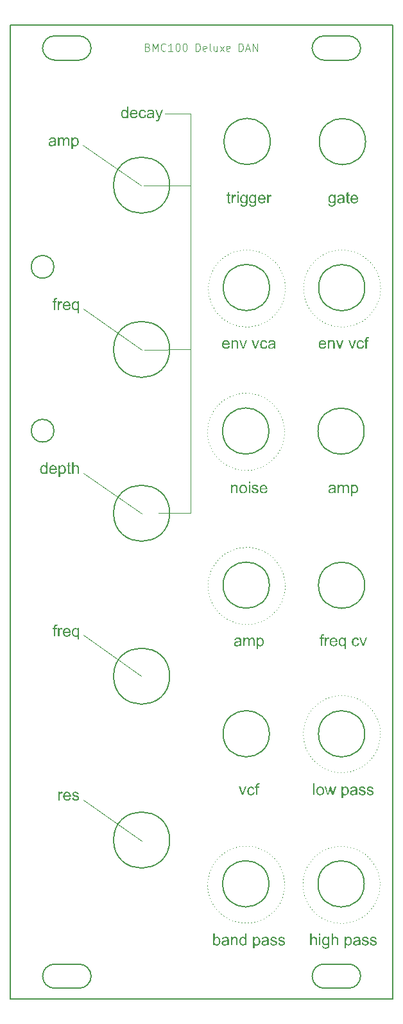
<source format=gbr>
%TF.GenerationSoftware,KiCad,Pcbnew,8.0.6*%
%TF.CreationDate,2025-03-18T14:30:08-04:00*%
%TF.ProjectId,dan2,64616e32-2e6b-4696-9361-645f70636258,rev?*%
%TF.SameCoordinates,Original*%
%TF.FileFunction,Legend,Top*%
%TF.FilePolarity,Positive*%
%FSLAX46Y46*%
G04 Gerber Fmt 4.6, Leading zero omitted, Abs format (unit mm)*
G04 Created by KiCad (PCBNEW 8.0.6) date 2025-03-18 14:30:08*
%MOMM*%
%LPD*%
G01*
G04 APERTURE LIST*
%ADD10C,0.101600*%
%ADD11C,0.100000*%
%ADD12C,0.187500*%
%TA.AperFunction,Profile*%
%ADD13C,0.200000*%
%TD*%
G04 APERTURE END LIST*
D10*
X173231000Y-120448000D02*
X173230959Y-120468319D01*
X173213088Y-120874218D02*
X173211342Y-120894463D01*
X173159479Y-121297431D02*
X173156041Y-121317458D01*
X173070551Y-121714653D02*
X173065445Y-121734321D01*
X172946931Y-122122944D02*
X172940193Y-122142114D01*
X172789491Y-122519423D02*
X172781169Y-122537960D01*
X172599341Y-122901294D02*
X172589493Y-122919068D01*
X172377822Y-123265865D02*
X172366517Y-123282750D01*
X172126496Y-123610566D02*
X172113814Y-123626442D01*
X171847136Y-123932964D02*
X171833166Y-123947720D01*
X171541711Y-124230787D02*
X171526552Y-124244319D01*
X171212375Y-124501934D02*
X171196135Y-124514147D01*
X170861450Y-124744493D02*
X170844243Y-124755300D01*
X170491412Y-124956754D02*
X170473359Y-124966080D01*
X170104870Y-125137220D02*
X170086098Y-125144998D01*
X169704549Y-125284618D02*
X169685191Y-125290794D01*
X169293273Y-125397910D02*
X169273465Y-125402439D01*
X168873942Y-125476295D02*
X168853823Y-125479146D01*
X168449513Y-125519221D02*
X168429226Y-125520375D01*
X168022978Y-125526386D02*
X168002666Y-125525833D01*
X167597347Y-125497739D02*
X167577152Y-125495484D01*
X167175619Y-125433482D02*
X167155685Y-125429540D01*
X166760770Y-125334068D02*
X166741237Y-125328468D01*
X166355725Y-125200198D02*
X166336731Y-125192979D01*
X165963340Y-125032816D02*
X165945018Y-125024029D01*
X165586381Y-124833103D02*
X165568861Y-124822810D01*
X165227508Y-124602467D02*
X165210914Y-124590740D01*
X164889251Y-124342534D02*
X164873699Y-124329456D01*
X164573996Y-124055137D02*
X164559596Y-124040801D01*
X164283965Y-123742304D02*
X164270818Y-123726809D01*
X164021203Y-123406239D02*
X164009403Y-123389696D01*
X163787564Y-123049314D02*
X163777194Y-123031839D01*
X163584696Y-122674044D02*
X163575829Y-122655761D01*
X163414029Y-122283076D02*
X163406726Y-122264114D01*
X163276766Y-121879168D02*
X163271080Y-121859660D01*
X163173875Y-121465168D02*
X163169846Y-121445251D01*
X163106082Y-121043994D02*
X163103739Y-121023810D01*
X163073866Y-120618618D02*
X163073224Y-120598308D01*
X163077452Y-120192039D02*
X163078516Y-120171747D01*
X163116816Y-119767264D02*
X163119580Y-119747133D01*
X163191681Y-119347290D02*
X163196124Y-119327462D01*
X163301518Y-118935078D02*
X163307609Y-118915692D01*
X163445553Y-118533535D02*
X163453249Y-118514729D01*
X163622770Y-118145492D02*
X163632016Y-118127398D01*
X163831920Y-117773687D02*
X163842651Y-117756432D01*
X164071527Y-117420740D02*
X164083668Y-117404446D01*
X164339901Y-117089141D02*
X164353367Y-117073924D01*
X164635151Y-116781228D02*
X164649847Y-116767194D01*
X164955195Y-116499173D02*
X164971016Y-116486421D01*
X165297774Y-116244964D02*
X165314609Y-116233585D01*
X165660475Y-116020395D02*
X165678205Y-116010468D01*
X166040738Y-115827048D02*
X166059238Y-115818644D01*
X166435882Y-115666287D02*
X166455022Y-115659465D01*
X166843121Y-115539247D02*
X166862766Y-115534055D01*
X167259583Y-115446822D02*
X167279595Y-115443296D01*
X167682331Y-115389665D02*
X167702568Y-115387831D01*
X168108384Y-115368178D02*
X168128704Y-115368048D01*
X168534738Y-115382514D02*
X168554996Y-115384089D01*
X168958385Y-115432570D02*
X168978440Y-115435840D01*
X169376339Y-115517995D02*
X169396049Y-115522936D01*
X169785652Y-115638186D02*
X169804878Y-115644763D01*
X170183438Y-115792294D02*
X170202044Y-115800461D01*
X170566891Y-115979234D02*
X170584747Y-115988933D01*
X170933308Y-116197687D02*
X170950287Y-116208850D01*
X171280104Y-116446112D02*
X171296087Y-116458661D01*
X171604835Y-116722758D02*
X171619708Y-116736603D01*
X171905209Y-117025674D02*
X171918868Y-117040718D01*
X172179109Y-117352724D02*
X172191458Y-117368861D01*
X172424604Y-117701601D02*
X172435556Y-117718718D01*
X172639962Y-118069846D02*
X172649439Y-118087820D01*
X172823664Y-118454860D02*
X172831599Y-118473567D01*
X172974416Y-118853930D02*
X172980753Y-118873237D01*
X173091153Y-119264242D02*
X173095849Y-119284012D01*
X173173053Y-119682901D02*
X173176073Y-119702995D01*
X173219539Y-120106955D02*
X173220862Y-120127232D01*
D11*
X144809629Y-38661371D02*
X148222480Y-38661371D01*
D10*
X160599629Y-140301371D02*
X160599588Y-140321690D01*
X160581717Y-140727589D02*
X160579971Y-140747834D01*
X160528108Y-141150802D02*
X160524670Y-141170829D01*
X160439180Y-141568024D02*
X160434074Y-141587692D01*
X160315560Y-141976315D02*
X160308822Y-141995485D01*
X160158120Y-142372794D02*
X160149798Y-142391331D01*
X159967970Y-142754665D02*
X159958122Y-142772439D01*
X159746451Y-143119236D02*
X159735146Y-143136121D01*
X159495125Y-143463937D02*
X159482443Y-143479813D01*
X159215765Y-143786335D02*
X159201795Y-143801091D01*
X158910340Y-144084158D02*
X158895181Y-144097690D01*
X158581004Y-144355305D02*
X158564764Y-144367518D01*
X158230079Y-144597864D02*
X158212872Y-144608671D01*
X157860041Y-144810125D02*
X157841988Y-144819451D01*
X157473499Y-144990591D02*
X157454727Y-144998369D01*
X157073178Y-145137989D02*
X157053820Y-145144165D01*
X156661902Y-145251281D02*
X156642094Y-145255810D01*
X156242571Y-145329666D02*
X156222452Y-145332517D01*
X155818142Y-145372592D02*
X155797855Y-145373746D01*
X155391607Y-145379757D02*
X155371295Y-145379204D01*
X154965976Y-145351110D02*
X154945781Y-145348855D01*
X154544248Y-145286853D02*
X154524314Y-145282911D01*
X154129399Y-145187439D02*
X154109866Y-145181839D01*
X153724354Y-145053569D02*
X153705360Y-145046350D01*
X153331969Y-144886187D02*
X153313647Y-144877400D01*
X152955010Y-144686474D02*
X152937490Y-144676181D01*
X152596137Y-144455838D02*
X152579543Y-144444111D01*
X152257880Y-144195905D02*
X152242328Y-144182827D01*
X151942625Y-143908508D02*
X151928225Y-143894172D01*
X151652594Y-143595675D02*
X151639447Y-143580180D01*
X151389832Y-143259610D02*
X151378032Y-143243067D01*
X151156193Y-142902685D02*
X151145823Y-142885210D01*
X150953325Y-142527415D02*
X150944458Y-142509132D01*
X150782658Y-142136447D02*
X150775355Y-142117485D01*
X150645395Y-141732539D02*
X150639709Y-141713031D01*
X150542504Y-141318539D02*
X150538475Y-141298622D01*
X150474711Y-140897365D02*
X150472368Y-140877181D01*
X150442495Y-140471989D02*
X150441853Y-140451679D01*
X150446081Y-140045410D02*
X150447145Y-140025118D01*
X150485445Y-139620635D02*
X150488209Y-139600504D01*
X150560310Y-139200661D02*
X150564753Y-139180833D01*
X150670147Y-138788449D02*
X150676238Y-138769063D01*
X150814182Y-138386906D02*
X150821878Y-138368100D01*
X150991399Y-137998863D02*
X151000645Y-137980769D01*
X151200549Y-137627058D02*
X151211280Y-137609803D01*
X151440156Y-137274111D02*
X151452297Y-137257817D01*
X151708530Y-136942512D02*
X151721996Y-136927295D01*
X152003780Y-136634599D02*
X152018476Y-136620565D01*
X152323824Y-136352544D02*
X152339645Y-136339792D01*
X152666403Y-136098335D02*
X152683238Y-136086956D01*
X153029104Y-135873766D02*
X153046834Y-135863839D01*
X153409367Y-135680419D02*
X153427867Y-135672015D01*
X153804511Y-135519658D02*
X153823651Y-135512836D01*
X154211750Y-135392618D02*
X154231395Y-135387426D01*
X154628212Y-135300193D02*
X154648224Y-135296667D01*
X155050960Y-135243036D02*
X155071197Y-135241202D01*
X155477013Y-135221549D02*
X155497333Y-135221419D01*
X155903367Y-135235885D02*
X155923625Y-135237460D01*
X156327014Y-135285941D02*
X156347069Y-135289211D01*
X156744968Y-135371366D02*
X156764678Y-135376307D01*
X157154281Y-135491557D02*
X157173507Y-135498134D01*
X157552067Y-135645665D02*
X157570673Y-135653832D01*
X157935520Y-135832605D02*
X157953376Y-135842304D01*
X158301937Y-136051058D02*
X158318916Y-136062221D01*
X158648733Y-136299483D02*
X158664716Y-136312032D01*
X158973464Y-136576129D02*
X158988337Y-136589974D01*
X159273838Y-136879045D02*
X159287497Y-136894089D01*
X159547738Y-137206095D02*
X159560087Y-137222232D01*
X159793233Y-137554972D02*
X159804185Y-137572089D01*
X160008591Y-137923217D02*
X160018068Y-137941191D01*
X160192293Y-138308231D02*
X160200228Y-138326938D01*
X160343045Y-138707301D02*
X160349382Y-138726608D01*
X160459782Y-139117613D02*
X160464478Y-139137383D01*
X160541682Y-139536272D02*
X160544702Y-139556366D01*
X160588168Y-139960326D02*
X160589491Y-139980603D01*
D11*
X142124262Y-69776606D02*
X148245067Y-69771371D01*
D10*
X160589629Y-80581371D02*
X160589588Y-80601690D01*
X160571717Y-81007589D02*
X160569971Y-81027834D01*
X160518108Y-81430802D02*
X160514670Y-81450829D01*
X160429180Y-81848024D02*
X160424074Y-81867692D01*
X160305560Y-82256315D02*
X160298822Y-82275485D01*
X160148120Y-82652794D02*
X160139798Y-82671331D01*
X159957970Y-83034665D02*
X159948122Y-83052439D01*
X159736451Y-83399236D02*
X159725146Y-83416121D01*
X159485125Y-83743937D02*
X159472443Y-83759813D01*
X159205765Y-84066335D02*
X159191795Y-84081091D01*
X158900340Y-84364158D02*
X158885181Y-84377690D01*
X158571004Y-84635305D02*
X158554764Y-84647518D01*
X158220079Y-84877864D02*
X158202872Y-84888671D01*
X157850041Y-85090125D02*
X157831988Y-85099451D01*
X157463499Y-85270591D02*
X157444727Y-85278369D01*
X157063178Y-85417989D02*
X157043820Y-85424165D01*
X156651902Y-85531281D02*
X156632094Y-85535810D01*
X156232571Y-85609666D02*
X156212452Y-85612517D01*
X155808142Y-85652592D02*
X155787855Y-85653746D01*
X155381607Y-85659757D02*
X155361295Y-85659204D01*
X154955976Y-85631110D02*
X154935781Y-85628855D01*
X154534248Y-85566853D02*
X154514314Y-85562911D01*
X154119399Y-85467439D02*
X154099866Y-85461839D01*
X153714354Y-85333569D02*
X153695360Y-85326350D01*
X153321969Y-85166187D02*
X153303647Y-85157400D01*
X152945010Y-84966474D02*
X152927490Y-84956181D01*
X152586137Y-84735838D02*
X152569543Y-84724111D01*
X152247880Y-84475905D02*
X152232328Y-84462827D01*
X151932625Y-84188508D02*
X151918225Y-84174172D01*
X151642594Y-83875675D02*
X151629447Y-83860180D01*
X151379832Y-83539610D02*
X151368032Y-83523067D01*
X151146193Y-83182685D02*
X151135823Y-83165210D01*
X150943325Y-82807415D02*
X150934458Y-82789132D01*
X150772658Y-82416447D02*
X150765355Y-82397485D01*
X150635395Y-82012539D02*
X150629709Y-81993031D01*
X150532504Y-81598539D02*
X150528475Y-81578622D01*
X150464711Y-81177365D02*
X150462368Y-81157181D01*
X150432495Y-80751989D02*
X150431853Y-80731679D01*
X150436081Y-80325410D02*
X150437145Y-80305118D01*
X150475445Y-79900635D02*
X150478209Y-79880504D01*
X150550310Y-79480661D02*
X150554753Y-79460833D01*
X150660147Y-79068449D02*
X150666238Y-79049063D01*
X150804182Y-78666906D02*
X150811878Y-78648100D01*
X150981399Y-78278863D02*
X150990645Y-78260769D01*
X151190549Y-77907058D02*
X151201280Y-77889803D01*
X151430156Y-77554111D02*
X151442297Y-77537817D01*
X151698530Y-77222512D02*
X151711996Y-77207295D01*
X151993780Y-76914599D02*
X152008476Y-76900565D01*
X152313824Y-76632544D02*
X152329645Y-76619792D01*
X152656403Y-76378335D02*
X152673238Y-76366956D01*
X153019104Y-76153766D02*
X153036834Y-76143839D01*
X153399367Y-75960419D02*
X153417867Y-75952015D01*
X153794511Y-75799658D02*
X153813651Y-75792836D01*
X154201750Y-75672618D02*
X154221395Y-75667426D01*
X154618212Y-75580193D02*
X154638224Y-75576667D01*
X155040960Y-75523036D02*
X155061197Y-75521202D01*
X155467013Y-75501549D02*
X155487333Y-75501419D01*
X155893367Y-75515885D02*
X155913625Y-75517460D01*
X156317014Y-75565941D02*
X156337069Y-75569211D01*
X156734968Y-75651366D02*
X156754678Y-75656307D01*
X157144281Y-75771557D02*
X157163507Y-75778134D01*
X157542067Y-75925665D02*
X157560673Y-75933832D01*
X157925520Y-76112605D02*
X157943376Y-76122304D01*
X158291937Y-76331058D02*
X158308916Y-76342221D01*
X158638733Y-76579483D02*
X158654716Y-76592032D01*
X158963464Y-76856129D02*
X158978337Y-76869974D01*
X159263838Y-77159045D02*
X159277497Y-77174089D01*
X159537738Y-77486095D02*
X159550087Y-77502232D01*
X159783233Y-77834972D02*
X159794185Y-77852089D01*
X159998591Y-78203217D02*
X160008068Y-78221191D01*
X160182293Y-78588231D02*
X160190228Y-78606938D01*
X160333045Y-78987301D02*
X160339382Y-79006608D01*
X160449782Y-79397613D02*
X160454478Y-79417383D01*
X160531682Y-79816272D02*
X160534702Y-79836366D01*
X160578168Y-80240326D02*
X160579491Y-80260603D01*
X173249629Y-61671371D02*
X173249588Y-61691690D01*
X173231717Y-62097589D02*
X173229971Y-62117834D01*
X173178108Y-62520802D02*
X173174670Y-62540829D01*
X173089180Y-62938024D02*
X173084074Y-62957692D01*
X172965560Y-63346315D02*
X172958822Y-63365485D01*
X172808120Y-63742794D02*
X172799798Y-63761331D01*
X172617970Y-64124665D02*
X172608122Y-64142439D01*
X172396451Y-64489236D02*
X172385146Y-64506121D01*
X172145125Y-64833937D02*
X172132443Y-64849813D01*
X171865765Y-65156335D02*
X171851795Y-65171091D01*
X171560340Y-65454158D02*
X171545181Y-65467690D01*
X171231004Y-65725305D02*
X171214764Y-65737518D01*
X170880079Y-65967864D02*
X170862872Y-65978671D01*
X170510041Y-66180125D02*
X170491988Y-66189451D01*
X170123499Y-66360591D02*
X170104727Y-66368369D01*
X169723178Y-66507989D02*
X169703820Y-66514165D01*
X169311902Y-66621281D02*
X169292094Y-66625810D01*
X168892571Y-66699666D02*
X168872452Y-66702517D01*
X168468142Y-66742592D02*
X168447855Y-66743746D01*
X168041607Y-66749757D02*
X168021295Y-66749204D01*
X167615976Y-66721110D02*
X167595781Y-66718855D01*
X167194248Y-66656853D02*
X167174314Y-66652911D01*
X166779399Y-66557439D02*
X166759866Y-66551839D01*
X166374354Y-66423569D02*
X166355360Y-66416350D01*
X165981969Y-66256187D02*
X165963647Y-66247400D01*
X165605010Y-66056474D02*
X165587490Y-66046181D01*
X165246137Y-65825838D02*
X165229543Y-65814111D01*
X164907880Y-65565905D02*
X164892328Y-65552827D01*
X164592625Y-65278508D02*
X164578225Y-65264172D01*
X164302594Y-64965675D02*
X164289447Y-64950180D01*
X164039832Y-64629610D02*
X164028032Y-64613067D01*
X163806193Y-64272685D02*
X163795823Y-64255210D01*
X163603325Y-63897415D02*
X163594458Y-63879132D01*
X163432658Y-63506447D02*
X163425355Y-63487485D01*
X163295395Y-63102539D02*
X163289709Y-63083031D01*
X163192504Y-62688539D02*
X163188475Y-62668622D01*
X163124711Y-62267365D02*
X163122368Y-62247181D01*
X163092495Y-61841989D02*
X163091853Y-61821679D01*
X163096081Y-61415410D02*
X163097145Y-61395118D01*
X163135445Y-60990635D02*
X163138209Y-60970504D01*
X163210310Y-60570661D02*
X163214753Y-60550833D01*
X163320147Y-60158449D02*
X163326238Y-60139063D01*
X163464182Y-59756906D02*
X163471878Y-59738100D01*
X163641399Y-59368863D02*
X163650645Y-59350769D01*
X163850549Y-58997058D02*
X163861280Y-58979803D01*
X164090156Y-58644111D02*
X164102297Y-58627817D01*
X164358530Y-58312512D02*
X164371996Y-58297295D01*
X164653780Y-58004599D02*
X164668476Y-57990565D01*
X164973824Y-57722544D02*
X164989645Y-57709792D01*
X165316403Y-57468335D02*
X165333238Y-57456956D01*
X165679104Y-57243766D02*
X165696834Y-57233839D01*
X166059367Y-57050419D02*
X166077867Y-57042015D01*
X166454511Y-56889658D02*
X166473651Y-56882836D01*
X166861750Y-56762618D02*
X166881395Y-56757426D01*
X167278212Y-56670193D02*
X167298224Y-56666667D01*
X167700960Y-56613036D02*
X167721197Y-56611202D01*
X168127013Y-56591549D02*
X168147333Y-56591419D01*
X168553367Y-56605885D02*
X168573625Y-56607460D01*
X168977014Y-56655941D02*
X168997069Y-56659211D01*
X169394968Y-56741366D02*
X169414678Y-56746307D01*
X169804281Y-56861557D02*
X169823507Y-56868134D01*
X170202067Y-57015665D02*
X170220673Y-57023832D01*
X170585520Y-57202605D02*
X170603376Y-57212304D01*
X170951937Y-57421058D02*
X170968916Y-57432221D01*
X171298733Y-57669483D02*
X171314716Y-57682032D01*
X171623464Y-57946129D02*
X171638337Y-57959974D01*
X171923838Y-58249045D02*
X171937497Y-58264089D01*
X172197738Y-58576095D02*
X172210087Y-58592232D01*
X172443233Y-58924972D02*
X172454185Y-58942089D01*
X172658591Y-59293217D02*
X172668068Y-59311191D01*
X172842293Y-59678231D02*
X172850228Y-59696938D01*
X172993045Y-60077301D02*
X172999382Y-60096608D01*
X173109782Y-60487613D02*
X173114478Y-60507383D01*
X173191682Y-60906272D02*
X173194702Y-60926366D01*
X173238168Y-61330326D02*
X173239491Y-61350603D01*
X160659629Y-100911371D02*
X160659588Y-100931690D01*
X160641717Y-101337589D02*
X160639971Y-101357834D01*
X160588108Y-101760802D02*
X160584670Y-101780829D01*
X160499180Y-102178024D02*
X160494074Y-102197692D01*
X160375560Y-102586315D02*
X160368822Y-102605485D01*
X160218120Y-102982794D02*
X160209798Y-103001331D01*
X160027970Y-103364665D02*
X160018122Y-103382439D01*
X159806451Y-103729236D02*
X159795146Y-103746121D01*
X159555125Y-104073937D02*
X159542443Y-104089813D01*
X159275765Y-104396335D02*
X159261795Y-104411091D01*
X158970340Y-104694158D02*
X158955181Y-104707690D01*
X158641004Y-104965305D02*
X158624764Y-104977518D01*
X158290079Y-105207864D02*
X158272872Y-105218671D01*
X157920041Y-105420125D02*
X157901988Y-105429451D01*
X157533499Y-105600591D02*
X157514727Y-105608369D01*
X157133178Y-105747989D02*
X157113820Y-105754165D01*
X156721902Y-105861281D02*
X156702094Y-105865810D01*
X156302571Y-105939666D02*
X156282452Y-105942517D01*
X155878142Y-105982592D02*
X155857855Y-105983746D01*
X155451607Y-105989757D02*
X155431295Y-105989204D01*
X155025976Y-105961110D02*
X155005781Y-105958855D01*
X154604248Y-105896853D02*
X154584314Y-105892911D01*
X154189399Y-105797439D02*
X154169866Y-105791839D01*
X153784354Y-105663569D02*
X153765360Y-105656350D01*
X153391969Y-105496187D02*
X153373647Y-105487400D01*
X153015010Y-105296474D02*
X152997490Y-105286181D01*
X152656137Y-105065838D02*
X152639543Y-105054111D01*
X152317880Y-104805905D02*
X152302328Y-104792827D01*
X152002625Y-104518508D02*
X151988225Y-104504172D01*
X151712594Y-104205675D02*
X151699447Y-104190180D01*
X151449832Y-103869610D02*
X151438032Y-103853067D01*
X151216193Y-103512685D02*
X151205823Y-103495210D01*
X151013325Y-103137415D02*
X151004458Y-103119132D01*
X150842658Y-102746447D02*
X150835355Y-102727485D01*
X150705395Y-102342539D02*
X150699709Y-102323031D01*
X150602504Y-101928539D02*
X150598475Y-101908622D01*
X150534711Y-101507365D02*
X150532368Y-101487181D01*
X150502495Y-101081989D02*
X150501853Y-101061679D01*
X150506081Y-100655410D02*
X150507145Y-100635118D01*
X150545445Y-100230635D02*
X150548209Y-100210504D01*
X150620310Y-99810661D02*
X150624753Y-99790833D01*
X150730147Y-99398449D02*
X150736238Y-99379063D01*
X150874182Y-98996906D02*
X150881878Y-98978100D01*
X151051399Y-98608863D02*
X151060645Y-98590769D01*
X151260549Y-98237058D02*
X151271280Y-98219803D01*
X151500156Y-97884111D02*
X151512297Y-97867817D01*
X151768530Y-97552512D02*
X151781996Y-97537295D01*
X152063780Y-97244599D02*
X152078476Y-97230565D01*
X152383824Y-96962544D02*
X152399645Y-96949792D01*
X152726403Y-96708335D02*
X152743238Y-96696956D01*
X153089104Y-96483766D02*
X153106834Y-96473839D01*
X153469367Y-96290419D02*
X153487867Y-96282015D01*
X153864511Y-96129658D02*
X153883651Y-96122836D01*
X154271750Y-96002618D02*
X154291395Y-95997426D01*
X154688212Y-95910193D02*
X154708224Y-95906667D01*
X155110960Y-95853036D02*
X155131197Y-95851202D01*
X155537013Y-95831549D02*
X155557333Y-95831419D01*
X155963367Y-95845885D02*
X155983625Y-95847460D01*
X156387014Y-95895941D02*
X156407069Y-95899211D01*
X156804968Y-95981366D02*
X156824678Y-95986307D01*
X157214281Y-96101557D02*
X157233507Y-96108134D01*
X157612067Y-96255665D02*
X157630673Y-96263832D01*
X157995520Y-96442605D02*
X158013376Y-96452304D01*
X158361937Y-96661058D02*
X158378916Y-96672221D01*
X158708733Y-96909483D02*
X158724716Y-96922032D01*
X159033464Y-97186129D02*
X159048337Y-97199974D01*
X159333838Y-97489045D02*
X159347497Y-97504089D01*
X159607738Y-97816095D02*
X159620087Y-97832232D01*
X159853233Y-98164972D02*
X159864185Y-98182089D01*
X160068591Y-98533217D02*
X160078068Y-98551191D01*
X160252293Y-98918231D02*
X160260228Y-98936938D01*
X160403045Y-99317301D02*
X160409382Y-99336608D01*
X160519782Y-99727613D02*
X160524478Y-99747383D01*
X160601682Y-100146272D02*
X160604702Y-100166366D01*
X160648168Y-100570326D02*
X160649491Y-100590603D01*
X141699629Y-48161371D02*
X134001238Y-42770900D01*
X141748824Y-112836606D02*
X134050433Y-107446135D01*
X160689629Y-61671371D02*
X160689588Y-61691690D01*
X160671717Y-62097589D02*
X160669971Y-62117834D01*
X160618108Y-62520802D02*
X160614670Y-62540829D01*
X160529180Y-62938024D02*
X160524074Y-62957692D01*
X160405560Y-63346315D02*
X160398822Y-63365485D01*
X160248120Y-63742794D02*
X160239798Y-63761331D01*
X160057970Y-64124665D02*
X160048122Y-64142439D01*
X159836451Y-64489236D02*
X159825146Y-64506121D01*
X159585125Y-64833937D02*
X159572443Y-64849813D01*
X159305765Y-65156335D02*
X159291795Y-65171091D01*
X159000340Y-65454158D02*
X158985181Y-65467690D01*
X158671004Y-65725305D02*
X158654764Y-65737518D01*
X158320079Y-65967864D02*
X158302872Y-65978671D01*
X157950041Y-66180125D02*
X157931988Y-66189451D01*
X157563499Y-66360591D02*
X157544727Y-66368369D01*
X157163178Y-66507989D02*
X157143820Y-66514165D01*
X156751902Y-66621281D02*
X156732094Y-66625810D01*
X156332571Y-66699666D02*
X156312452Y-66702517D01*
X155908142Y-66742592D02*
X155887855Y-66743746D01*
X155481607Y-66749757D02*
X155461295Y-66749204D01*
X155055976Y-66721110D02*
X155035781Y-66718855D01*
X154634248Y-66656853D02*
X154614314Y-66652911D01*
X154219399Y-66557439D02*
X154199866Y-66551839D01*
X153814354Y-66423569D02*
X153795360Y-66416350D01*
X153421969Y-66256187D02*
X153403647Y-66247400D01*
X153045010Y-66056474D02*
X153027490Y-66046181D01*
X152686137Y-65825838D02*
X152669543Y-65814111D01*
X152347880Y-65565905D02*
X152332328Y-65552827D01*
X152032625Y-65278508D02*
X152018225Y-65264172D01*
X151742594Y-64965675D02*
X151729447Y-64950180D01*
X151479832Y-64629610D02*
X151468032Y-64613067D01*
X151246193Y-64272685D02*
X151235823Y-64255210D01*
X151043325Y-63897415D02*
X151034458Y-63879132D01*
X150872658Y-63506447D02*
X150865355Y-63487485D01*
X150735395Y-63102539D02*
X150729709Y-63083031D01*
X150632504Y-62688539D02*
X150628475Y-62668622D01*
X150564711Y-62267365D02*
X150562368Y-62247181D01*
X150532495Y-61841989D02*
X150531853Y-61821679D01*
X150536081Y-61415410D02*
X150537145Y-61395118D01*
X150575445Y-60990635D02*
X150578209Y-60970504D01*
X150650310Y-60570661D02*
X150654753Y-60550833D01*
X150760147Y-60158449D02*
X150766238Y-60139063D01*
X150904182Y-59756906D02*
X150911878Y-59738100D01*
X151081399Y-59368863D02*
X151090645Y-59350769D01*
X151290549Y-58997058D02*
X151301280Y-58979803D01*
X151530156Y-58644111D02*
X151542297Y-58627817D01*
X151798530Y-58312512D02*
X151811996Y-58297295D01*
X152093780Y-58004599D02*
X152108476Y-57990565D01*
X152413824Y-57722544D02*
X152429645Y-57709792D01*
X152756403Y-57468335D02*
X152773238Y-57456956D01*
X153119104Y-57243766D02*
X153136834Y-57233839D01*
X153499367Y-57050419D02*
X153517867Y-57042015D01*
X153894511Y-56889658D02*
X153913651Y-56882836D01*
X154301750Y-56762618D02*
X154321395Y-56757426D01*
X154718212Y-56670193D02*
X154738224Y-56666667D01*
X155140960Y-56613036D02*
X155161197Y-56611202D01*
X155567013Y-56591549D02*
X155587333Y-56591419D01*
X155993367Y-56605885D02*
X156013625Y-56607460D01*
X156417014Y-56655941D02*
X156437069Y-56659211D01*
X156834968Y-56741366D02*
X156854678Y-56746307D01*
X157244281Y-56861557D02*
X157263507Y-56868134D01*
X157642067Y-57015665D02*
X157660673Y-57023832D01*
X158025520Y-57202605D02*
X158043376Y-57212304D01*
X158391937Y-57421058D02*
X158408916Y-57432221D01*
X158738733Y-57669483D02*
X158754716Y-57682032D01*
X159063464Y-57946129D02*
X159078337Y-57959974D01*
X159363838Y-58249045D02*
X159377497Y-58264089D01*
X159637738Y-58576095D02*
X159650087Y-58592232D01*
X159883233Y-58924972D02*
X159894185Y-58942089D01*
X160098591Y-59293217D02*
X160108068Y-59311191D01*
X160282293Y-59678231D02*
X160290228Y-59696938D01*
X160433045Y-60077301D02*
X160439382Y-60096608D01*
X160549782Y-60487613D02*
X160554478Y-60507383D01*
X160631682Y-60906272D02*
X160634702Y-60926366D01*
X160678168Y-61330326D02*
X160679491Y-61350603D01*
X141768824Y-69806606D02*
X134070433Y-64416135D01*
D11*
X148222348Y-38691371D02*
X148222348Y-91351384D01*
X142055067Y-48131371D02*
X148225464Y-48131371D01*
D10*
X141788824Y-134546606D02*
X134090433Y-129156135D01*
X173179629Y-140321371D02*
X173179588Y-140341690D01*
X173161717Y-140747589D02*
X173159971Y-140767834D01*
X173108108Y-141170802D02*
X173104670Y-141190829D01*
X173019180Y-141588024D02*
X173014074Y-141607692D01*
X172895560Y-141996315D02*
X172888822Y-142015485D01*
X172738120Y-142392794D02*
X172729798Y-142411331D01*
X172547970Y-142774665D02*
X172538122Y-142792439D01*
X172326451Y-143139236D02*
X172315146Y-143156121D01*
X172075125Y-143483937D02*
X172062443Y-143499813D01*
X171795765Y-143806335D02*
X171781795Y-143821091D01*
X171490340Y-144104158D02*
X171475181Y-144117690D01*
X171161004Y-144375305D02*
X171144764Y-144387518D01*
X170810079Y-144617864D02*
X170792872Y-144628671D01*
X170440041Y-144830125D02*
X170421988Y-144839451D01*
X170053499Y-145010591D02*
X170034727Y-145018369D01*
X169653178Y-145157989D02*
X169633820Y-145164165D01*
X169241902Y-145271281D02*
X169222094Y-145275810D01*
X168822571Y-145349666D02*
X168802452Y-145352517D01*
X168398142Y-145392592D02*
X168377855Y-145393746D01*
X167971607Y-145399757D02*
X167951295Y-145399204D01*
X167545976Y-145371110D02*
X167525781Y-145368855D01*
X167124248Y-145306853D02*
X167104314Y-145302911D01*
X166709399Y-145207439D02*
X166689866Y-145201839D01*
X166304354Y-145073569D02*
X166285360Y-145066350D01*
X165911969Y-144906187D02*
X165893647Y-144897400D01*
X165535010Y-144706474D02*
X165517490Y-144696181D01*
X165176137Y-144475838D02*
X165159543Y-144464111D01*
X164837880Y-144215905D02*
X164822328Y-144202827D01*
X164522625Y-143928508D02*
X164508225Y-143914172D01*
X164232594Y-143615675D02*
X164219447Y-143600180D01*
X163969832Y-143279610D02*
X163958032Y-143263067D01*
X163736193Y-142922685D02*
X163725823Y-142905210D01*
X163533325Y-142547415D02*
X163524458Y-142529132D01*
X163362658Y-142156447D02*
X163355355Y-142137485D01*
X163225395Y-141752539D02*
X163219709Y-141733031D01*
X163122504Y-141338539D02*
X163118475Y-141318622D01*
X163054711Y-140917365D02*
X163052368Y-140897181D01*
X163022495Y-140491989D02*
X163021853Y-140471679D01*
X163026081Y-140065410D02*
X163027145Y-140045118D01*
X163065445Y-139640635D02*
X163068209Y-139620504D01*
X163140310Y-139220661D02*
X163144753Y-139200833D01*
X163250147Y-138808449D02*
X163256238Y-138789063D01*
X163394182Y-138406906D02*
X163401878Y-138388100D01*
X163571399Y-138018863D02*
X163580645Y-138000769D01*
X163780549Y-137647058D02*
X163791280Y-137629803D01*
X164020156Y-137294111D02*
X164032297Y-137277817D01*
X164288530Y-136962512D02*
X164301996Y-136947295D01*
X164583780Y-136654599D02*
X164598476Y-136640565D01*
X164903824Y-136372544D02*
X164919645Y-136359792D01*
X165246403Y-136118335D02*
X165263238Y-136106956D01*
X165609104Y-135893766D02*
X165626834Y-135883839D01*
X165989367Y-135700419D02*
X166007867Y-135692015D01*
X166384511Y-135539658D02*
X166403651Y-135532836D01*
X166791750Y-135412618D02*
X166811395Y-135407426D01*
X167208212Y-135320193D02*
X167228224Y-135316667D01*
X167630960Y-135263036D02*
X167651197Y-135261202D01*
X168057013Y-135241549D02*
X168077333Y-135241419D01*
X168483367Y-135255885D02*
X168503625Y-135257460D01*
X168907014Y-135305941D02*
X168927069Y-135309211D01*
X169324968Y-135391366D02*
X169344678Y-135396307D01*
X169734281Y-135511557D02*
X169753507Y-135518134D01*
X170132067Y-135665665D02*
X170150673Y-135673832D01*
X170515520Y-135852605D02*
X170533376Y-135862304D01*
X170881937Y-136071058D02*
X170898916Y-136082221D01*
X171228733Y-136319483D02*
X171244716Y-136332032D01*
X171553464Y-136596129D02*
X171568337Y-136609974D01*
X171853838Y-136899045D02*
X171867497Y-136914089D01*
X172127738Y-137226095D02*
X172140087Y-137242232D01*
X172373233Y-137574972D02*
X172384185Y-137592089D01*
X172588591Y-137943217D02*
X172598068Y-137961191D01*
X172772293Y-138328231D02*
X172780228Y-138346938D01*
X172923045Y-138727301D02*
X172929382Y-138746608D01*
X173039782Y-139137613D02*
X173044478Y-139157383D01*
X173121682Y-139556272D02*
X173124702Y-139576366D01*
X173168168Y-139980326D02*
X173169491Y-140000603D01*
D11*
X148255067Y-91351371D02*
X144004190Y-91351371D01*
D10*
X141758824Y-91436606D02*
X134060433Y-86046135D01*
D12*
G36*
X153554862Y-88706371D02*
G01*
X153554862Y-87604347D01*
X153721558Y-87604347D01*
X153721558Y-87758952D01*
X153770532Y-87698442D01*
X153827053Y-87650451D01*
X153902535Y-87610285D01*
X153975410Y-87589420D01*
X154055833Y-87581073D01*
X154069970Y-87580899D01*
X154147681Y-87586825D01*
X154220071Y-87604602D01*
X154251687Y-87616803D01*
X154316392Y-87652246D01*
X154370591Y-87703400D01*
X154375884Y-87710592D01*
X154412840Y-87778300D01*
X154433770Y-87848345D01*
X154441774Y-87925255D01*
X154443938Y-88006064D01*
X154444028Y-88029696D01*
X154444028Y-88706371D01*
X154258648Y-88706371D01*
X154258648Y-88034458D01*
X154255608Y-87956869D01*
X154243259Y-87882777D01*
X154237032Y-87863733D01*
X154196847Y-87801766D01*
X154160096Y-87773241D01*
X154092128Y-87745690D01*
X154030769Y-87739169D01*
X153953223Y-87748130D01*
X153883296Y-87775014D01*
X153826338Y-87815006D01*
X153780936Y-87875750D01*
X153754451Y-87953239D01*
X153743269Y-88028455D01*
X153740242Y-88103335D01*
X153740242Y-88706371D01*
X153554862Y-88706371D01*
G37*
G36*
X155248597Y-87586129D02*
G01*
X155324533Y-87601817D01*
X155394673Y-87627963D01*
X155459017Y-87664568D01*
X155517565Y-87711631D01*
X155535794Y-87729643D01*
X155584476Y-87789278D01*
X155623086Y-87856898D01*
X155651623Y-87932503D01*
X155670089Y-88016094D01*
X155677783Y-88091854D01*
X155679042Y-88139971D01*
X155676814Y-88216337D01*
X155668582Y-88297388D01*
X155654284Y-88369779D01*
X155630516Y-88441907D01*
X155615661Y-88473729D01*
X155575430Y-88537859D01*
X155526042Y-88593410D01*
X155467496Y-88640383D01*
X155431013Y-88662773D01*
X155361239Y-88695182D01*
X155287930Y-88716985D01*
X155211084Y-88728181D01*
X155166865Y-88729818D01*
X155083815Y-88724614D01*
X155006947Y-88709004D01*
X154936261Y-88682986D01*
X154871758Y-88646562D01*
X154813438Y-88599730D01*
X154795371Y-88581807D01*
X154747187Y-88521717D01*
X154708972Y-88452457D01*
X154680727Y-88374027D01*
X154664804Y-88301662D01*
X154655804Y-88222930D01*
X154653588Y-88155359D01*
X154653601Y-88154992D01*
X154844464Y-88154992D01*
X154847684Y-88230667D01*
X154859580Y-88309511D01*
X154883909Y-88387169D01*
X154919687Y-88451546D01*
X154936055Y-88472264D01*
X154991343Y-88523091D01*
X155061610Y-88560057D01*
X155141180Y-88576486D01*
X155166865Y-88577410D01*
X155240876Y-88569035D01*
X155314478Y-88540084D01*
X155378993Y-88490453D01*
X155396575Y-88471531D01*
X155440850Y-88403193D01*
X155468041Y-88327705D01*
X155482442Y-88250270D01*
X155487808Y-88175441D01*
X155488166Y-88148764D01*
X155484920Y-88075468D01*
X155472929Y-87998812D01*
X155448406Y-87922883D01*
X155407022Y-87852352D01*
X155395842Y-87838820D01*
X155340552Y-87787815D01*
X155270757Y-87750721D01*
X155192160Y-87734234D01*
X155166865Y-87733307D01*
X155092322Y-87741595D01*
X155018333Y-87770246D01*
X154953647Y-87819362D01*
X154936055Y-87838087D01*
X154891780Y-87905517D01*
X154864589Y-87979712D01*
X154850189Y-88055639D01*
X154844822Y-88128896D01*
X154844464Y-88154992D01*
X154653601Y-88154992D01*
X154656233Y-88081531D01*
X154666977Y-87996184D01*
X154685986Y-87918549D01*
X154713259Y-87848623D01*
X154756897Y-87774889D01*
X154812435Y-87712258D01*
X154822849Y-87702899D01*
X154887521Y-87655362D01*
X154958119Y-87619501D01*
X155034642Y-87595315D01*
X155117091Y-87582806D01*
X155166865Y-87580899D01*
X155248597Y-87586129D01*
G37*
G36*
X155891900Y-87393321D02*
G01*
X155891900Y-87182295D01*
X156077280Y-87182295D01*
X156077280Y-87393321D01*
X155891900Y-87393321D01*
G37*
G36*
X155891900Y-88706371D02*
G01*
X155891900Y-87604347D01*
X156077280Y-87604347D01*
X156077280Y-88706371D01*
X155891900Y-88706371D01*
G37*
G36*
X156282444Y-88383237D02*
G01*
X156465992Y-88354661D01*
X156485261Y-88428386D01*
X156523577Y-88492325D01*
X156551722Y-88519891D01*
X156618423Y-88557133D01*
X156696416Y-88574658D01*
X156749192Y-88577410D01*
X156822665Y-88572294D01*
X156893831Y-88552648D01*
X156938969Y-88525020D01*
X156985405Y-88467684D01*
X157000884Y-88401189D01*
X156977217Y-88329519D01*
X156945930Y-88301172D01*
X156873496Y-88270876D01*
X156801039Y-88249481D01*
X156756519Y-88237791D01*
X156684400Y-88218909D01*
X156611395Y-88198117D01*
X156535152Y-88173342D01*
X156473686Y-88148398D01*
X156408213Y-88106742D01*
X156356830Y-88048467D01*
X156354251Y-88044350D01*
X156323751Y-87974192D01*
X156313585Y-87897072D01*
X156322994Y-87822218D01*
X156346924Y-87761151D01*
X156389275Y-87700687D01*
X156438149Y-87657470D01*
X156504495Y-87621177D01*
X156556118Y-87603248D01*
X156628520Y-87587207D01*
X156705590Y-87580987D01*
X156716219Y-87580899D01*
X156793707Y-87584477D01*
X156871753Y-87596677D01*
X156942266Y-87617536D01*
X157013042Y-87651596D01*
X157070464Y-87697878D01*
X157086247Y-87716821D01*
X157123427Y-87784891D01*
X157145232Y-87858993D01*
X157149995Y-87884615D01*
X156968644Y-87909162D01*
X156944739Y-87835431D01*
X156897203Y-87779835D01*
X156830855Y-87746439D01*
X156756033Y-87734034D01*
X156729775Y-87733307D01*
X156650528Y-87738329D01*
X156579199Y-87757212D01*
X156547325Y-87775805D01*
X156500413Y-87834653D01*
X156492737Y-87875456D01*
X156515452Y-87940669D01*
X156574837Y-87985389D01*
X156586526Y-87990495D01*
X156657692Y-88012234D01*
X156733723Y-88033557D01*
X156750291Y-88038122D01*
X156830666Y-88060291D01*
X156908570Y-88083395D01*
X156978422Y-88106541D01*
X157024698Y-88124584D01*
X157090450Y-88162864D01*
X157144260Y-88218426D01*
X157147064Y-88222403D01*
X157178883Y-88289352D01*
X157191004Y-88364185D01*
X157191394Y-88381772D01*
X157182445Y-88455864D01*
X157155599Y-88526328D01*
X157137172Y-88557627D01*
X157089979Y-88613972D01*
X157029186Y-88659911D01*
X156981101Y-88684755D01*
X156907876Y-88710411D01*
X156835748Y-88724493D01*
X156758325Y-88729774D01*
X156750291Y-88729818D01*
X156673900Y-88726752D01*
X156593795Y-88715427D01*
X156514140Y-88692266D01*
X156447169Y-88658206D01*
X156425326Y-88642623D01*
X156368847Y-88586705D01*
X156325120Y-88517455D01*
X156296955Y-88444709D01*
X156282444Y-88383237D01*
G37*
G36*
X157934707Y-87586270D02*
G01*
X158008500Y-87602383D01*
X158087431Y-87634758D01*
X158158647Y-87681754D01*
X158213550Y-87733673D01*
X158260863Y-87795330D01*
X158298386Y-87865719D01*
X158326121Y-87944841D01*
X158341756Y-88017446D01*
X158350593Y-88096116D01*
X158352768Y-88163419D01*
X158352036Y-88213977D01*
X157535776Y-88213977D01*
X157544156Y-88287129D01*
X157563264Y-88361072D01*
X157596913Y-88431941D01*
X157637625Y-88483987D01*
X157699499Y-88533253D01*
X157770175Y-88564273D01*
X157849652Y-88577045D01*
X157866603Y-88577410D01*
X157944458Y-88568643D01*
X158017347Y-88539591D01*
X158040626Y-88524287D01*
X158094309Y-88470665D01*
X158135061Y-88402598D01*
X158154932Y-88354661D01*
X158346907Y-88378108D01*
X158323332Y-88447621D01*
X158287331Y-88518307D01*
X158241667Y-88579650D01*
X158186341Y-88631651D01*
X158178745Y-88637494D01*
X158113143Y-88677886D01*
X158039069Y-88706737D01*
X157967304Y-88722515D01*
X157889053Y-88729457D01*
X157865504Y-88729818D01*
X157779006Y-88724601D01*
X157699489Y-88708952D01*
X157626954Y-88682870D01*
X157561399Y-88646355D01*
X157502825Y-88599408D01*
X157484851Y-88581440D01*
X157437041Y-88521462D01*
X157399122Y-88453087D01*
X157371095Y-88376314D01*
X157352960Y-88291142D01*
X157345404Y-88213752D01*
X157344168Y-88164518D01*
X157347638Y-88080882D01*
X157350230Y-88061569D01*
X157546034Y-88061569D01*
X158157130Y-88061569D01*
X158146559Y-87986112D01*
X158123957Y-87909471D01*
X158087154Y-87845414D01*
X158033139Y-87791222D01*
X157963401Y-87751809D01*
X157891888Y-87735059D01*
X157857444Y-87733307D01*
X157781502Y-87742037D01*
X157707140Y-87771805D01*
X157647877Y-87817200D01*
X157642388Y-87822700D01*
X157595669Y-87884438D01*
X157564049Y-87957911D01*
X157548500Y-88034071D01*
X157546034Y-88061569D01*
X157350230Y-88061569D01*
X157358049Y-88003310D01*
X157375402Y-87931803D01*
X157405386Y-87853999D01*
X157445366Y-87784928D01*
X157486317Y-87734040D01*
X157542598Y-87681996D01*
X157604830Y-87640720D01*
X157673012Y-87610211D01*
X157747145Y-87590471D01*
X157827229Y-87581498D01*
X157855246Y-87580899D01*
X157934707Y-87586270D01*
G37*
D11*
G36*
X130170010Y-64542291D02*
G01*
X130170010Y-63571525D01*
X130003252Y-63571525D01*
X130003252Y-63422634D01*
X130170010Y-63422634D01*
X130170010Y-63303522D01*
X130172784Y-63226873D01*
X130185114Y-63150240D01*
X130189738Y-63135648D01*
X130227240Y-63068927D01*
X130285400Y-63016163D01*
X130356127Y-62984612D01*
X130433422Y-62971630D01*
X130477841Y-62970007D01*
X130555932Y-62974179D01*
X130629697Y-62984542D01*
X130653531Y-62988991D01*
X130625242Y-63153143D01*
X130551105Y-63143952D01*
X130514319Y-63142720D01*
X130437143Y-63153226D01*
X130392601Y-63179943D01*
X130362212Y-63251451D01*
X130357240Y-63318783D01*
X130357240Y-63422634D01*
X130573875Y-63422634D01*
X130573875Y-63571525D01*
X130357240Y-63571525D01*
X130357240Y-64542291D01*
X130170010Y-64542291D01*
G37*
G36*
X130715321Y-64542291D02*
G01*
X130715321Y-63422634D01*
X130885056Y-63422634D01*
X130885056Y-63594231D01*
X130924554Y-63527513D01*
X130972967Y-63464584D01*
X131004541Y-63436779D01*
X131073896Y-63405078D01*
X131125886Y-63398812D01*
X131203801Y-63408887D01*
X131276594Y-63436071D01*
X131319444Y-63459857D01*
X131254677Y-63635920D01*
X131185443Y-63605490D01*
X131116209Y-63595347D01*
X131040560Y-63611538D01*
X131005285Y-63632942D01*
X130954918Y-63690812D01*
X130935307Y-63736421D01*
X130916026Y-63814746D01*
X130906170Y-63891233D01*
X130903667Y-63957151D01*
X130903667Y-64542291D01*
X130715321Y-64542291D01*
G37*
G36*
X131964843Y-63404269D02*
G01*
X132039818Y-63420639D01*
X132120011Y-63453532D01*
X132192367Y-63501280D01*
X132248148Y-63554030D01*
X132296218Y-63616673D01*
X132334342Y-63688189D01*
X132362520Y-63768576D01*
X132378405Y-63842344D01*
X132387384Y-63922272D01*
X132389594Y-63990651D01*
X132388850Y-64042019D01*
X131559530Y-64042019D01*
X131568044Y-64116341D01*
X131587458Y-64191467D01*
X131621645Y-64263470D01*
X131663009Y-64316349D01*
X131725873Y-64366403D01*
X131797679Y-64397919D01*
X131878427Y-64410896D01*
X131895650Y-64411267D01*
X131974751Y-64402359D01*
X132048806Y-64372843D01*
X132072457Y-64357294D01*
X132126999Y-64302814D01*
X132168404Y-64233658D01*
X132188592Y-64184953D01*
X132383638Y-64208776D01*
X132359687Y-64279401D01*
X132323110Y-64351218D01*
X132276715Y-64413542D01*
X132220503Y-64466375D01*
X132212787Y-64472312D01*
X132146135Y-64513350D01*
X132070875Y-64542663D01*
X131997962Y-64558693D01*
X131918459Y-64565747D01*
X131894533Y-64566113D01*
X131806652Y-64560813D01*
X131725863Y-64544914D01*
X131652166Y-64518414D01*
X131585562Y-64481315D01*
X131526051Y-64433616D01*
X131507790Y-64415361D01*
X131459215Y-64354424D01*
X131420689Y-64284954D01*
X131392214Y-64206953D01*
X131373789Y-64120419D01*
X131366112Y-64041790D01*
X131364856Y-63991768D01*
X131368382Y-63906794D01*
X131371015Y-63887173D01*
X131569952Y-63887173D01*
X132190825Y-63887173D01*
X132180085Y-63810508D01*
X132157121Y-63732641D01*
X132119730Y-63667559D01*
X132064850Y-63612500D01*
X131993997Y-63572456D01*
X131921339Y-63555438D01*
X131886344Y-63553658D01*
X131809187Y-63562527D01*
X131733635Y-63592772D01*
X131673425Y-63638893D01*
X131667848Y-63644481D01*
X131620382Y-63707207D01*
X131588255Y-63781856D01*
X131572457Y-63859234D01*
X131569952Y-63887173D01*
X131371015Y-63887173D01*
X131378959Y-63827981D01*
X131396589Y-63755330D01*
X131427054Y-63676281D01*
X131467673Y-63606105D01*
X131509279Y-63554402D01*
X131566461Y-63501526D01*
X131629689Y-63459589D01*
X131698962Y-63428593D01*
X131774281Y-63408536D01*
X131855646Y-63399420D01*
X131884111Y-63398812D01*
X131964843Y-63404269D01*
G37*
G36*
X133091768Y-63404923D02*
G01*
X133170528Y-63427501D01*
X133240846Y-63466714D01*
X133302721Y-63522564D01*
X133341748Y-63572642D01*
X133341748Y-63422634D01*
X133511483Y-63422634D01*
X133511483Y-64971095D01*
X133323137Y-64971095D01*
X133323137Y-64422806D01*
X133270374Y-64479384D01*
X133204851Y-64522961D01*
X133199930Y-64525540D01*
X133128959Y-64553276D01*
X133054140Y-64565479D01*
X133032056Y-64566113D01*
X132948057Y-64558525D01*
X132869329Y-64535762D01*
X132795874Y-64497823D01*
X132727692Y-64444709D01*
X132691097Y-64407545D01*
X132642648Y-64343807D01*
X132604223Y-64271798D01*
X132575822Y-64191520D01*
X132559811Y-64118303D01*
X132550762Y-64039343D01*
X132548781Y-63979485D01*
X132742092Y-63979485D01*
X132745259Y-64056649D01*
X132756959Y-64137081D01*
X132780886Y-64216353D01*
X132816073Y-64282133D01*
X132832171Y-64303321D01*
X132885637Y-64355502D01*
X132951606Y-64393452D01*
X133024481Y-64410318D01*
X133047690Y-64411267D01*
X133126601Y-64399127D01*
X133197506Y-64362709D01*
X133255020Y-64308533D01*
X133296944Y-64242294D01*
X133322692Y-64169227D01*
X133336328Y-64094340D01*
X133341664Y-64009228D01*
X133341748Y-63996235D01*
X133338529Y-63916384D01*
X133326636Y-63833081D01*
X133305980Y-63760395D01*
X133271642Y-63690323D01*
X133250181Y-63660487D01*
X133196142Y-63605967D01*
X133130159Y-63566316D01*
X133050356Y-63548143D01*
X133035034Y-63547702D01*
X132955240Y-63560106D01*
X132884242Y-63597316D01*
X132827332Y-63652670D01*
X132786127Y-63720809D01*
X132760822Y-63796999D01*
X132747420Y-63875727D01*
X132742425Y-63952167D01*
X132742092Y-63979485D01*
X132548781Y-63979485D01*
X132548535Y-63972040D01*
X132552164Y-63890081D01*
X132563051Y-63812448D01*
X132581197Y-63739143D01*
X132606602Y-63670165D01*
X132643387Y-63600122D01*
X132688416Y-63540325D01*
X132748118Y-63485901D01*
X132774848Y-63467674D01*
X132846051Y-63431360D01*
X132921470Y-63408496D01*
X133001106Y-63399081D01*
X133017539Y-63398812D01*
X133091768Y-63404923D01*
G37*
D12*
G36*
X166951302Y-49338333D02*
G01*
X167026310Y-49360632D01*
X167094796Y-49397798D01*
X167156761Y-49449830D01*
X167189242Y-49486238D01*
X167189242Y-49354347D01*
X167360334Y-49354347D01*
X167360334Y-50305795D01*
X167359064Y-50382499D01*
X167354187Y-50464862D01*
X167343873Y-50547604D01*
X167325990Y-50624563D01*
X167308310Y-50669961D01*
X167269856Y-50732651D01*
X167219524Y-50786539D01*
X167157314Y-50831626D01*
X167143446Y-50839588D01*
X167075859Y-50869695D01*
X167000041Y-50889948D01*
X166925737Y-50899680D01*
X166865742Y-50901869D01*
X166783744Y-50897662D01*
X166708934Y-50885040D01*
X166632238Y-50860310D01*
X166564930Y-50824589D01*
X166549570Y-50813942D01*
X166491623Y-50757676D01*
X166453382Y-50687383D01*
X166435934Y-50613126D01*
X166433066Y-50550160D01*
X166613317Y-50576904D01*
X166634750Y-50648803D01*
X166676332Y-50698171D01*
X166746276Y-50733233D01*
X166821633Y-50747659D01*
X166864643Y-50749462D01*
X166939483Y-50744417D01*
X167014084Y-50725046D01*
X167063579Y-50697805D01*
X167116182Y-50644680D01*
X167151535Y-50575708D01*
X167158467Y-50553091D01*
X167168024Y-50479420D01*
X167171244Y-50397432D01*
X167171656Y-50314221D01*
X167115727Y-50369609D01*
X167054048Y-50411394D01*
X166976516Y-50442489D01*
X166902515Y-50455121D01*
X166869040Y-50456371D01*
X166787990Y-50450613D01*
X166714102Y-50433341D01*
X166636950Y-50398637D01*
X166569545Y-50348260D01*
X166519528Y-50292606D01*
X166477569Y-50228901D01*
X166444292Y-50160611D01*
X166419695Y-50087736D01*
X166403780Y-50010276D01*
X166396546Y-49928231D01*
X166396063Y-49899863D01*
X166396682Y-49886308D01*
X166586573Y-49886308D01*
X166589574Y-49963781D01*
X166600661Y-50043715D01*
X166623335Y-50121287D01*
X166661599Y-50190984D01*
X166671936Y-50203946D01*
X166729702Y-50256689D01*
X166795841Y-50289898D01*
X166870352Y-50303572D01*
X166886259Y-50303963D01*
X166962129Y-50294267D01*
X167029914Y-50265180D01*
X167089612Y-50216701D01*
X167100582Y-50204678D01*
X167142554Y-50139699D01*
X167168332Y-50066952D01*
X167181983Y-49991729D01*
X167187325Y-49905706D01*
X167187410Y-49892536D01*
X167183132Y-49808524D01*
X167170300Y-49734085D01*
X167145158Y-49660732D01*
X167103517Y-49593154D01*
X167098017Y-49586622D01*
X167038798Y-49532139D01*
X166972423Y-49497836D01*
X166898892Y-49483711D01*
X166883328Y-49483307D01*
X166809583Y-49493217D01*
X166736893Y-49527012D01*
X166678475Y-49578546D01*
X166673035Y-49584790D01*
X166631239Y-49649670D01*
X166605571Y-49720429D01*
X166591977Y-49792450D01*
X166586657Y-49873902D01*
X166586573Y-49886308D01*
X166396682Y-49886308D01*
X166399590Y-49822629D01*
X166410168Y-49748463D01*
X166430499Y-49668694D01*
X166452483Y-49609336D01*
X166488454Y-49539134D01*
X166532481Y-49478553D01*
X166590849Y-49422525D01*
X166616981Y-49403440D01*
X166687950Y-49365186D01*
X166758062Y-49342871D01*
X166834086Y-49332033D01*
X166869772Y-49330899D01*
X166951302Y-49338333D01*
G37*
G36*
X168172404Y-49333537D02*
G01*
X168245548Y-49342653D01*
X168319814Y-49362187D01*
X168325338Y-49364239D01*
X168393048Y-49396386D01*
X168451321Y-49444283D01*
X168453931Y-49447403D01*
X168492623Y-49512331D01*
X168511817Y-49574532D01*
X168519223Y-49652340D01*
X168520940Y-49731131D01*
X168520976Y-49746357D01*
X168520976Y-49995118D01*
X168521262Y-50071736D01*
X168522361Y-50151351D01*
X168524685Y-50227241D01*
X168529952Y-50303906D01*
X168532700Y-50324113D01*
X168552059Y-50395743D01*
X168579961Y-50456371D01*
X168386154Y-50456371D01*
X168360201Y-50383341D01*
X168349151Y-50317885D01*
X168291822Y-50363641D01*
X168229483Y-50404828D01*
X168162563Y-50438399D01*
X168150582Y-50443181D01*
X168077183Y-50465507D01*
X167999869Y-50477528D01*
X167946150Y-50479818D01*
X167871270Y-50475558D01*
X167795438Y-50460256D01*
X167722554Y-50429740D01*
X167668813Y-50390791D01*
X167617808Y-50330320D01*
X167585694Y-50260188D01*
X167572470Y-50180397D01*
X167572093Y-50163279D01*
X167572738Y-50157417D01*
X167769929Y-50157417D01*
X167785749Y-50230471D01*
X167825983Y-50283080D01*
X167890227Y-50319107D01*
X167964268Y-50332488D01*
X167990481Y-50333272D01*
X168067589Y-50326626D01*
X168143448Y-50304426D01*
X168180990Y-50286011D01*
X168241543Y-50241570D01*
X168290389Y-50180862D01*
X168303722Y-50155952D01*
X168325285Y-50083169D01*
X168333030Y-50005700D01*
X168333764Y-49968373D01*
X168333764Y-49899497D01*
X168260727Y-49923733D01*
X168188130Y-49941421D01*
X168114276Y-49955659D01*
X168030781Y-49968740D01*
X167954428Y-49981946D01*
X167881796Y-50001317D01*
X167868848Y-50006475D01*
X167807972Y-50050956D01*
X167795575Y-50067658D01*
X167770831Y-50139192D01*
X167769929Y-50157417D01*
X167572738Y-50157417D01*
X167580143Y-50090169D01*
X167606475Y-50019106D01*
X167608729Y-50014902D01*
X167650952Y-49954268D01*
X167704350Y-49907190D01*
X167771650Y-49869566D01*
X167838073Y-49845641D01*
X167911790Y-49830381D01*
X167989370Y-49819130D01*
X168002937Y-49817431D01*
X168082995Y-49806904D01*
X168165879Y-49793711D01*
X168246737Y-49777430D01*
X168320021Y-49757582D01*
X168333764Y-49752951D01*
X168334497Y-49704591D01*
X168327129Y-49629561D01*
X168297199Y-49562000D01*
X168282107Y-49545955D01*
X168219063Y-49507779D01*
X168144166Y-49488263D01*
X168070714Y-49483307D01*
X167995660Y-49487600D01*
X167923257Y-49504087D01*
X167877640Y-49527271D01*
X167826335Y-49583299D01*
X167793331Y-49655819D01*
X167785317Y-49682609D01*
X167603966Y-49657696D01*
X167624817Y-49585270D01*
X167656055Y-49518011D01*
X167685299Y-49475613D01*
X167739722Y-49424377D01*
X167804663Y-49386527D01*
X167849064Y-49368635D01*
X167926890Y-49347151D01*
X168004627Y-49335358D01*
X168080281Y-49331047D01*
X168097825Y-49330899D01*
X168172404Y-49333537D01*
G37*
G36*
X169207909Y-50286377D02*
G01*
X169234654Y-50456371D01*
X169160465Y-50473956D01*
X169094702Y-50479818D01*
X169020043Y-50474497D01*
X168948739Y-50453339D01*
X168937899Y-50447578D01*
X168881169Y-50398949D01*
X168859497Y-50362215D01*
X168843456Y-50287076D01*
X168838218Y-50208451D01*
X168837148Y-50139832D01*
X168837148Y-49500892D01*
X168700861Y-49500892D01*
X168700861Y-49354347D01*
X168837148Y-49354347D01*
X168837148Y-49088366D01*
X169021430Y-48979190D01*
X169021430Y-49354347D01*
X169207909Y-49354347D01*
X169207909Y-49500892D01*
X169021430Y-49500892D01*
X169021430Y-50154853D01*
X169024788Y-50230899D01*
X169030955Y-50259267D01*
X169062829Y-50296269D01*
X169126576Y-50309825D01*
X169198603Y-50290568D01*
X169207909Y-50286377D01*
G37*
G36*
X169914952Y-49336270D02*
G01*
X169988746Y-49352383D01*
X170067676Y-49384758D01*
X170138892Y-49431754D01*
X170193795Y-49483673D01*
X170241108Y-49545330D01*
X170278632Y-49615719D01*
X170306366Y-49694841D01*
X170322001Y-49767446D01*
X170330838Y-49846116D01*
X170333014Y-49913419D01*
X170332281Y-49963977D01*
X169516021Y-49963977D01*
X169524401Y-50037129D01*
X169543509Y-50111072D01*
X169577158Y-50181941D01*
X169617871Y-50233987D01*
X169679745Y-50283253D01*
X169750420Y-50314273D01*
X169829897Y-50327045D01*
X169846848Y-50327410D01*
X169924703Y-50318643D01*
X169997593Y-50289591D01*
X170020871Y-50274287D01*
X170074554Y-50220665D01*
X170115307Y-50152598D01*
X170135177Y-50104661D01*
X170327152Y-50128108D01*
X170303578Y-50197621D01*
X170267577Y-50268307D01*
X170221913Y-50329650D01*
X170166586Y-50381651D01*
X170158991Y-50387494D01*
X170093389Y-50427886D01*
X170019314Y-50456737D01*
X169947549Y-50472515D01*
X169869298Y-50479457D01*
X169845749Y-50479818D01*
X169759251Y-50474601D01*
X169679735Y-50458952D01*
X169607199Y-50432870D01*
X169541644Y-50396355D01*
X169483070Y-50349408D01*
X169465097Y-50331440D01*
X169417286Y-50271462D01*
X169379368Y-50203087D01*
X169351341Y-50126314D01*
X169333206Y-50041142D01*
X169325649Y-49963752D01*
X169324413Y-49914518D01*
X169327883Y-49830882D01*
X169330475Y-49811569D01*
X169526280Y-49811569D01*
X170137375Y-49811569D01*
X170126804Y-49736112D01*
X170104202Y-49659471D01*
X170067400Y-49595414D01*
X170013384Y-49541222D01*
X169943646Y-49501809D01*
X169872133Y-49485059D01*
X169837689Y-49483307D01*
X169761747Y-49492037D01*
X169687385Y-49521805D01*
X169628123Y-49567200D01*
X169622633Y-49572700D01*
X169575915Y-49634438D01*
X169544294Y-49707911D01*
X169528745Y-49784071D01*
X169526280Y-49811569D01*
X169330475Y-49811569D01*
X169338295Y-49753310D01*
X169355647Y-49681803D01*
X169385631Y-49603999D01*
X169425611Y-49534928D01*
X169466562Y-49484040D01*
X169522843Y-49431996D01*
X169585075Y-49390720D01*
X169653258Y-49360211D01*
X169727391Y-49340471D01*
X169807474Y-49331498D01*
X169835491Y-49330899D01*
X169914952Y-49336270D01*
G37*
G36*
X167005899Y-87573537D02*
G01*
X167079043Y-87582653D01*
X167153309Y-87602187D01*
X167158833Y-87604239D01*
X167226543Y-87636386D01*
X167284817Y-87684283D01*
X167287427Y-87687403D01*
X167326119Y-87752331D01*
X167345313Y-87814532D01*
X167352719Y-87892340D01*
X167354436Y-87971131D01*
X167354472Y-87986357D01*
X167354472Y-88235118D01*
X167354758Y-88311736D01*
X167355857Y-88391351D01*
X167358181Y-88467241D01*
X167363448Y-88543906D01*
X167366195Y-88564113D01*
X167385555Y-88635743D01*
X167413456Y-88696371D01*
X167219650Y-88696371D01*
X167193696Y-88623341D01*
X167182647Y-88557885D01*
X167125318Y-88603641D01*
X167062979Y-88644828D01*
X166996059Y-88678399D01*
X166984077Y-88683181D01*
X166910679Y-88705507D01*
X166833364Y-88717528D01*
X166779646Y-88719818D01*
X166704766Y-88715558D01*
X166628934Y-88700256D01*
X166556049Y-88669740D01*
X166502308Y-88630791D01*
X166451304Y-88570320D01*
X166419190Y-88500188D01*
X166405966Y-88420397D01*
X166405588Y-88403279D01*
X166406233Y-88397417D01*
X166603425Y-88397417D01*
X166619245Y-88470471D01*
X166659479Y-88523080D01*
X166723723Y-88559107D01*
X166797764Y-88572488D01*
X166823976Y-88573272D01*
X166901084Y-88566626D01*
X166976944Y-88544426D01*
X167014486Y-88526011D01*
X167075038Y-88481570D01*
X167123885Y-88420862D01*
X167137218Y-88395952D01*
X167158781Y-88323169D01*
X167166526Y-88245700D01*
X167167260Y-88208373D01*
X167167260Y-88139497D01*
X167094223Y-88163733D01*
X167021625Y-88181421D01*
X166947772Y-88195659D01*
X166864276Y-88208740D01*
X166787924Y-88221946D01*
X166715292Y-88241317D01*
X166702343Y-88246475D01*
X166641467Y-88290956D01*
X166629070Y-88307658D01*
X166604327Y-88379192D01*
X166603425Y-88397417D01*
X166406233Y-88397417D01*
X166413638Y-88330169D01*
X166439971Y-88259106D01*
X166442225Y-88254902D01*
X166484448Y-88194268D01*
X166537846Y-88147190D01*
X166605146Y-88109566D01*
X166671569Y-88085641D01*
X166745285Y-88070381D01*
X166822866Y-88059130D01*
X166836433Y-88057431D01*
X166916490Y-88046904D01*
X166999375Y-88033711D01*
X167080233Y-88017430D01*
X167153517Y-87997582D01*
X167167260Y-87992951D01*
X167167992Y-87944591D01*
X167160625Y-87869561D01*
X167130695Y-87802000D01*
X167115602Y-87785955D01*
X167052559Y-87747779D01*
X166977661Y-87728263D01*
X166904210Y-87723307D01*
X166829155Y-87727600D01*
X166756753Y-87744087D01*
X166711136Y-87767271D01*
X166659831Y-87823299D01*
X166626826Y-87895819D01*
X166618812Y-87922609D01*
X166437462Y-87897696D01*
X166458313Y-87825270D01*
X166489551Y-87758011D01*
X166518795Y-87715613D01*
X166573217Y-87664377D01*
X166638158Y-87626527D01*
X166682560Y-87608635D01*
X166760385Y-87587151D01*
X166838123Y-87575358D01*
X166913777Y-87571047D01*
X166931321Y-87570899D01*
X167005899Y-87573537D01*
G37*
G36*
X167636572Y-88696371D02*
G01*
X167636572Y-87594347D01*
X167802535Y-87594347D01*
X167802535Y-87746754D01*
X167849832Y-87687536D01*
X167908376Y-87638476D01*
X167939189Y-87619260D01*
X168006783Y-87589790D01*
X168080972Y-87573922D01*
X168134095Y-87570899D01*
X168212523Y-87576787D01*
X168286231Y-87596639D01*
X168333397Y-87620725D01*
X168392843Y-87671966D01*
X168434617Y-87738494D01*
X168443306Y-87760310D01*
X168494698Y-87695940D01*
X168551601Y-87644888D01*
X168624956Y-87602160D01*
X168705815Y-87577558D01*
X168781094Y-87570899D01*
X168857893Y-87576578D01*
X168933016Y-87596542D01*
X169002482Y-87635583D01*
X169031687Y-87661758D01*
X169077862Y-87727904D01*
X169104797Y-87803831D01*
X169117111Y-87884363D01*
X169119248Y-87940927D01*
X169119248Y-88696371D01*
X168934601Y-88696371D01*
X168934601Y-88000645D01*
X168932076Y-87925202D01*
X168920856Y-87852342D01*
X168916649Y-87839078D01*
X168875513Y-87778012D01*
X168851070Y-87759577D01*
X168781940Y-87732762D01*
X168740061Y-87729169D01*
X168665353Y-87738347D01*
X168594418Y-87769293D01*
X168548453Y-87806838D01*
X168505067Y-87871023D01*
X168481254Y-87948532D01*
X168472919Y-88023677D01*
X168472249Y-88054867D01*
X168472249Y-88696371D01*
X168286502Y-88696371D01*
X168286502Y-87978663D01*
X168281134Y-87900385D01*
X168260949Y-87826851D01*
X168241073Y-87791817D01*
X168181539Y-87744831D01*
X168105705Y-87729414D01*
X168093062Y-87729169D01*
X168017591Y-87739610D01*
X167947982Y-87770934D01*
X167890737Y-87822042D01*
X167853541Y-87887591D01*
X167851628Y-87892567D01*
X167832414Y-87969190D01*
X167824300Y-88044094D01*
X167821953Y-88123377D01*
X167821953Y-88696371D01*
X167636572Y-88696371D01*
G37*
G36*
X169947319Y-87576637D02*
G01*
X170025902Y-87596473D01*
X170097972Y-87630476D01*
X170118324Y-87643440D01*
X170180262Y-87694573D01*
X170231897Y-87757299D01*
X170269558Y-87823663D01*
X170280257Y-87847871D01*
X170306645Y-87924059D01*
X170324397Y-88004247D01*
X170332926Y-88078882D01*
X170334845Y-88136932D01*
X170331067Y-88219273D01*
X170319733Y-88297400D01*
X170300842Y-88371314D01*
X170274395Y-88441015D01*
X170236251Y-88511896D01*
X170189413Y-88572867D01*
X170133881Y-88623927D01*
X170099273Y-88648010D01*
X170033813Y-88682722D01*
X169958838Y-88707967D01*
X169881500Y-88719187D01*
X169857839Y-88719818D01*
X169780311Y-88712315D01*
X169709936Y-88689805D01*
X169691143Y-88680617D01*
X169627902Y-88639358D01*
X169573222Y-88585411D01*
X169570243Y-88581698D01*
X169570243Y-89118422D01*
X169384863Y-89118422D01*
X169384863Y-88152320D01*
X169552657Y-88152320D01*
X169555658Y-88227977D01*
X169566746Y-88306411D01*
X169589420Y-88383084D01*
X169627683Y-88452810D01*
X169638020Y-88465927D01*
X169695107Y-88519444D01*
X169766002Y-88555419D01*
X169845382Y-88567410D01*
X169919077Y-88557142D01*
X169985832Y-88526337D01*
X170045645Y-88474996D01*
X170056775Y-88462264D01*
X170099456Y-88393990D01*
X170125668Y-88317975D01*
X170139550Y-88239629D01*
X170144723Y-88163684D01*
X170145068Y-88136566D01*
X170142042Y-88061553D01*
X170130859Y-87983414D01*
X170107990Y-87906478D01*
X170069398Y-87835689D01*
X170058973Y-87822225D01*
X170002065Y-87766970D01*
X169931780Y-87729826D01*
X169853442Y-87717445D01*
X169775290Y-87730606D01*
X169709803Y-87765410D01*
X169655391Y-87815333D01*
X169643882Y-87828820D01*
X169603971Y-87890804D01*
X169575464Y-87965382D01*
X169559873Y-88040969D01*
X169553014Y-88126197D01*
X169552657Y-88152320D01*
X169384863Y-88152320D01*
X169384863Y-87594347D01*
X169553756Y-87594347D01*
X169553756Y-87739061D01*
X169600708Y-87682011D01*
X169656457Y-87633463D01*
X169688578Y-87613031D01*
X169760646Y-87584230D01*
X169838366Y-87571928D01*
X169871028Y-87570899D01*
X169947319Y-87576637D01*
G37*
G36*
X154559639Y-107753537D02*
G01*
X154632783Y-107762653D01*
X154707049Y-107782187D01*
X154712573Y-107784239D01*
X154780283Y-107816386D01*
X154838557Y-107864283D01*
X154841167Y-107867403D01*
X154879859Y-107932331D01*
X154899053Y-107994532D01*
X154906459Y-108072340D01*
X154908176Y-108151131D01*
X154908212Y-108166357D01*
X154908212Y-108415118D01*
X154908498Y-108491736D01*
X154909597Y-108571351D01*
X154911921Y-108647241D01*
X154917188Y-108723906D01*
X154919935Y-108744113D01*
X154939295Y-108815743D01*
X154967196Y-108876371D01*
X154773390Y-108876371D01*
X154747436Y-108803341D01*
X154736387Y-108737885D01*
X154679058Y-108783641D01*
X154616719Y-108824828D01*
X154549799Y-108858399D01*
X154537817Y-108863181D01*
X154464419Y-108885507D01*
X154387104Y-108897528D01*
X154333386Y-108899818D01*
X154258506Y-108895558D01*
X154182674Y-108880256D01*
X154109789Y-108849740D01*
X154056048Y-108810791D01*
X154005044Y-108750320D01*
X153972930Y-108680188D01*
X153959706Y-108600397D01*
X153959328Y-108583279D01*
X153959973Y-108577417D01*
X154157165Y-108577417D01*
X154172985Y-108650471D01*
X154213219Y-108703080D01*
X154277463Y-108739107D01*
X154351504Y-108752488D01*
X154377716Y-108753272D01*
X154454824Y-108746626D01*
X154530684Y-108724426D01*
X154568226Y-108706011D01*
X154628778Y-108661570D01*
X154677625Y-108600862D01*
X154690958Y-108575952D01*
X154712521Y-108503169D01*
X154720266Y-108425700D01*
X154721000Y-108388373D01*
X154721000Y-108319497D01*
X154647963Y-108343733D01*
X154575365Y-108361421D01*
X154501512Y-108375659D01*
X154418016Y-108388740D01*
X154341664Y-108401946D01*
X154269032Y-108421317D01*
X154256083Y-108426475D01*
X154195207Y-108470956D01*
X154182810Y-108487658D01*
X154158067Y-108559192D01*
X154157165Y-108577417D01*
X153959973Y-108577417D01*
X153967378Y-108510169D01*
X153993711Y-108439106D01*
X153995965Y-108434902D01*
X154038188Y-108374268D01*
X154091586Y-108327190D01*
X154158886Y-108289566D01*
X154225309Y-108265641D01*
X154299025Y-108250381D01*
X154376606Y-108239130D01*
X154390173Y-108237431D01*
X154470230Y-108226904D01*
X154553115Y-108213711D01*
X154633973Y-108197430D01*
X154707257Y-108177582D01*
X154721000Y-108172951D01*
X154721732Y-108124591D01*
X154714365Y-108049561D01*
X154684435Y-107982000D01*
X154669342Y-107965955D01*
X154606299Y-107927779D01*
X154531401Y-107908263D01*
X154457950Y-107903307D01*
X154382895Y-107907600D01*
X154310493Y-107924087D01*
X154264876Y-107947271D01*
X154213571Y-108003299D01*
X154180566Y-108075819D01*
X154172552Y-108102609D01*
X153991202Y-108077696D01*
X154012053Y-108005270D01*
X154043291Y-107938011D01*
X154072535Y-107895613D01*
X154126957Y-107844377D01*
X154191898Y-107806527D01*
X154236300Y-107788635D01*
X154314125Y-107767151D01*
X154391863Y-107755358D01*
X154467517Y-107751047D01*
X154485061Y-107750899D01*
X154559639Y-107753537D01*
G37*
G36*
X155190312Y-108876371D02*
G01*
X155190312Y-107774347D01*
X155356275Y-107774347D01*
X155356275Y-107926754D01*
X155403572Y-107867536D01*
X155462116Y-107818476D01*
X155492929Y-107799260D01*
X155560523Y-107769790D01*
X155634712Y-107753922D01*
X155687835Y-107750899D01*
X155766263Y-107756787D01*
X155839971Y-107776639D01*
X155887137Y-107800725D01*
X155946583Y-107851966D01*
X155988357Y-107918494D01*
X155997046Y-107940310D01*
X156048438Y-107875940D01*
X156105341Y-107824888D01*
X156178696Y-107782160D01*
X156259555Y-107757558D01*
X156334834Y-107750899D01*
X156411633Y-107756578D01*
X156486756Y-107776542D01*
X156556222Y-107815583D01*
X156585427Y-107841758D01*
X156631602Y-107907904D01*
X156658537Y-107983831D01*
X156670851Y-108064363D01*
X156672988Y-108120927D01*
X156672988Y-108876371D01*
X156488341Y-108876371D01*
X156488341Y-108180645D01*
X156485816Y-108105202D01*
X156474596Y-108032342D01*
X156470389Y-108019078D01*
X156429253Y-107958012D01*
X156404810Y-107939577D01*
X156335680Y-107912762D01*
X156293801Y-107909169D01*
X156219093Y-107918347D01*
X156148158Y-107949293D01*
X156102193Y-107986838D01*
X156058807Y-108051023D01*
X156034994Y-108128532D01*
X156026659Y-108203677D01*
X156025989Y-108234867D01*
X156025989Y-108876371D01*
X155840242Y-108876371D01*
X155840242Y-108158663D01*
X155834874Y-108080385D01*
X155814689Y-108006851D01*
X155794813Y-107971817D01*
X155735279Y-107924831D01*
X155659445Y-107909414D01*
X155646802Y-107909169D01*
X155571331Y-107919610D01*
X155501722Y-107950934D01*
X155444477Y-108002042D01*
X155407281Y-108067591D01*
X155405368Y-108072567D01*
X155386154Y-108149190D01*
X155378040Y-108224094D01*
X155375693Y-108303377D01*
X155375693Y-108876371D01*
X155190312Y-108876371D01*
G37*
G36*
X157501059Y-107756637D02*
G01*
X157579642Y-107776473D01*
X157651712Y-107810476D01*
X157672064Y-107823440D01*
X157734002Y-107874573D01*
X157785637Y-107937299D01*
X157823298Y-108003663D01*
X157833997Y-108027871D01*
X157860385Y-108104059D01*
X157878137Y-108184247D01*
X157886666Y-108258882D01*
X157888585Y-108316932D01*
X157884807Y-108399273D01*
X157873473Y-108477400D01*
X157854582Y-108551314D01*
X157828135Y-108621015D01*
X157789991Y-108691896D01*
X157743153Y-108752867D01*
X157687621Y-108803927D01*
X157653013Y-108828010D01*
X157587553Y-108862722D01*
X157512578Y-108887967D01*
X157435240Y-108899187D01*
X157411579Y-108899818D01*
X157334051Y-108892315D01*
X157263676Y-108869805D01*
X157244883Y-108860617D01*
X157181642Y-108819358D01*
X157126962Y-108765411D01*
X157123983Y-108761698D01*
X157123983Y-109298422D01*
X156938603Y-109298422D01*
X156938603Y-108332320D01*
X157106397Y-108332320D01*
X157109398Y-108407977D01*
X157120486Y-108486411D01*
X157143160Y-108563084D01*
X157181423Y-108632810D01*
X157191760Y-108645927D01*
X157248847Y-108699444D01*
X157319742Y-108735419D01*
X157399122Y-108747410D01*
X157472817Y-108737142D01*
X157539572Y-108706337D01*
X157599385Y-108654996D01*
X157610515Y-108642264D01*
X157653196Y-108573990D01*
X157679408Y-108497975D01*
X157693290Y-108419629D01*
X157698463Y-108343684D01*
X157698808Y-108316566D01*
X157695782Y-108241553D01*
X157684599Y-108163414D01*
X157661730Y-108086478D01*
X157623138Y-108015689D01*
X157612713Y-108002225D01*
X157555805Y-107946970D01*
X157485520Y-107909826D01*
X157407182Y-107897445D01*
X157329030Y-107910606D01*
X157263543Y-107945410D01*
X157209131Y-107995333D01*
X157197622Y-108008820D01*
X157157711Y-108070804D01*
X157129204Y-108145382D01*
X157113613Y-108220969D01*
X157106754Y-108306197D01*
X157106397Y-108332320D01*
X156938603Y-108332320D01*
X156938603Y-107774347D01*
X157107496Y-107774347D01*
X157107496Y-107919061D01*
X157154448Y-107862011D01*
X157210197Y-107813463D01*
X157242318Y-107793031D01*
X157314386Y-107764230D01*
X157392106Y-107751928D01*
X157424768Y-107750899D01*
X157501059Y-107756637D01*
G37*
G36*
X164422825Y-128516371D02*
G01*
X164422825Y-126992295D01*
X164608571Y-126992295D01*
X164608571Y-128516371D01*
X164422825Y-128516371D01*
G37*
G36*
X165419002Y-127396129D02*
G01*
X165494938Y-127411817D01*
X165565078Y-127437963D01*
X165629422Y-127474568D01*
X165687971Y-127521631D01*
X165706199Y-127539643D01*
X165754881Y-127599278D01*
X165793491Y-127666898D01*
X165822028Y-127742503D01*
X165840494Y-127826094D01*
X165848188Y-127901854D01*
X165849447Y-127949971D01*
X165847219Y-128026337D01*
X165838987Y-128107388D01*
X165824689Y-128179779D01*
X165800921Y-128251907D01*
X165786066Y-128283729D01*
X165745835Y-128347859D01*
X165696447Y-128403410D01*
X165637901Y-128450383D01*
X165601418Y-128472773D01*
X165531644Y-128505182D01*
X165458335Y-128526985D01*
X165381489Y-128538181D01*
X165337270Y-128539818D01*
X165254220Y-128534614D01*
X165177352Y-128519004D01*
X165106666Y-128492986D01*
X165042163Y-128456562D01*
X164983843Y-128409730D01*
X164965776Y-128391807D01*
X164917592Y-128331717D01*
X164879377Y-128262457D01*
X164851132Y-128184027D01*
X164835209Y-128111662D01*
X164826209Y-128032930D01*
X164823993Y-127965359D01*
X164824006Y-127964992D01*
X165014869Y-127964992D01*
X165018089Y-128040667D01*
X165029985Y-128119511D01*
X165054314Y-128197169D01*
X165090092Y-128261546D01*
X165106460Y-128282264D01*
X165161748Y-128333091D01*
X165232015Y-128370057D01*
X165311585Y-128386486D01*
X165337270Y-128387410D01*
X165411281Y-128379035D01*
X165484883Y-128350084D01*
X165549398Y-128300453D01*
X165566980Y-128281531D01*
X165611255Y-128213193D01*
X165638446Y-128137705D01*
X165652847Y-128060270D01*
X165658213Y-127985441D01*
X165658571Y-127958764D01*
X165655325Y-127885468D01*
X165643334Y-127808812D01*
X165618811Y-127732883D01*
X165577427Y-127662352D01*
X165566247Y-127648820D01*
X165510957Y-127597815D01*
X165441162Y-127560721D01*
X165362565Y-127544234D01*
X165337270Y-127543307D01*
X165262727Y-127551595D01*
X165188738Y-127580246D01*
X165124052Y-127629362D01*
X165106460Y-127648087D01*
X165062185Y-127715517D01*
X165034994Y-127789712D01*
X165020594Y-127865639D01*
X165015227Y-127938896D01*
X165014869Y-127964992D01*
X164824006Y-127964992D01*
X164826638Y-127891531D01*
X164837382Y-127806184D01*
X164856391Y-127728549D01*
X164883664Y-127658623D01*
X164927302Y-127584889D01*
X164982840Y-127522258D01*
X164993254Y-127512899D01*
X165057926Y-127465362D01*
X165128524Y-127429501D01*
X165205047Y-127405315D01*
X165287496Y-127392806D01*
X165337270Y-127390899D01*
X165419002Y-127396129D01*
G37*
G36*
X166263072Y-128516371D02*
G01*
X165928215Y-127414347D01*
X166119824Y-127414347D01*
X166293847Y-128051821D01*
X166359060Y-128287026D01*
X166376990Y-128215378D01*
X166397534Y-128134247D01*
X166415480Y-128063544D01*
X166589869Y-127414347D01*
X166780379Y-127414347D01*
X166944143Y-128056583D01*
X166998732Y-128264312D01*
X167061746Y-128054385D01*
X167249325Y-127414347D01*
X167429576Y-127414347D01*
X167087392Y-128516371D01*
X166894684Y-128516371D01*
X166720661Y-127859479D01*
X166678163Y-127668604D01*
X166456879Y-128516371D01*
X166263072Y-128516371D01*
G37*
G36*
X168722197Y-127396637D02*
G01*
X168800779Y-127416473D01*
X168872850Y-127450476D01*
X168893201Y-127463440D01*
X168955140Y-127514573D01*
X169006774Y-127577299D01*
X169044435Y-127643663D01*
X169055134Y-127667871D01*
X169081522Y-127744059D01*
X169099274Y-127824247D01*
X169107804Y-127898882D01*
X169109723Y-127956932D01*
X169105945Y-128039273D01*
X169094610Y-128117400D01*
X169075719Y-128191314D01*
X169049273Y-128261015D01*
X169011128Y-128331896D01*
X168964290Y-128392867D01*
X168908758Y-128443927D01*
X168874150Y-128468010D01*
X168808691Y-128502722D01*
X168733715Y-128527967D01*
X168656378Y-128539187D01*
X168632716Y-128539818D01*
X168555189Y-128532315D01*
X168484814Y-128509805D01*
X168466021Y-128500617D01*
X168402780Y-128459358D01*
X168348100Y-128405411D01*
X168345120Y-128401698D01*
X168345120Y-128938422D01*
X168159740Y-128938422D01*
X168159740Y-127972320D01*
X168327535Y-127972320D01*
X168330536Y-128047977D01*
X168341623Y-128126411D01*
X168364298Y-128203084D01*
X168402561Y-128272810D01*
X168412898Y-128285927D01*
X168469985Y-128339444D01*
X168540880Y-128375419D01*
X168620260Y-128387410D01*
X168693955Y-128377142D01*
X168760709Y-128346337D01*
X168820522Y-128294996D01*
X168831652Y-128282264D01*
X168874333Y-128213990D01*
X168900545Y-128137975D01*
X168914428Y-128059629D01*
X168919601Y-127983684D01*
X168919946Y-127956566D01*
X168916919Y-127881553D01*
X168905737Y-127803414D01*
X168882868Y-127726478D01*
X168844276Y-127655689D01*
X168833850Y-127642225D01*
X168776942Y-127586970D01*
X168706657Y-127549826D01*
X168628320Y-127537445D01*
X168550168Y-127550606D01*
X168484680Y-127585410D01*
X168430269Y-127635333D01*
X168418760Y-127648820D01*
X168378849Y-127710804D01*
X168350341Y-127785382D01*
X168334751Y-127860969D01*
X168327891Y-127946197D01*
X168327535Y-127972320D01*
X168159740Y-127972320D01*
X168159740Y-127414347D01*
X168328634Y-127414347D01*
X168328634Y-127559061D01*
X168375586Y-127502011D01*
X168431334Y-127453463D01*
X168463456Y-127433031D01*
X168535524Y-127404230D01*
X168613244Y-127391928D01*
X168645906Y-127390899D01*
X168722197Y-127396637D01*
G37*
G36*
X169865006Y-127393537D02*
G01*
X169938150Y-127402653D01*
X170012416Y-127422187D01*
X170017940Y-127424239D01*
X170085650Y-127456386D01*
X170143924Y-127504283D01*
X170146534Y-127507403D01*
X170185225Y-127572331D01*
X170204419Y-127634532D01*
X170211825Y-127712340D01*
X170213542Y-127791131D01*
X170213578Y-127806357D01*
X170213578Y-128055118D01*
X170213864Y-128131736D01*
X170214964Y-128211351D01*
X170217288Y-128287241D01*
X170222554Y-128363906D01*
X170225302Y-128384113D01*
X170244662Y-128455743D01*
X170272563Y-128516371D01*
X170078756Y-128516371D01*
X170052803Y-128443341D01*
X170041753Y-128377885D01*
X169984425Y-128423641D01*
X169922085Y-128464828D01*
X169855165Y-128498399D01*
X169843184Y-128503181D01*
X169769785Y-128525507D01*
X169692471Y-128537528D01*
X169638753Y-128539818D01*
X169563872Y-128535558D01*
X169488041Y-128520256D01*
X169415156Y-128489740D01*
X169361415Y-128450791D01*
X169310410Y-128390320D01*
X169278296Y-128320188D01*
X169265073Y-128240397D01*
X169264695Y-128223279D01*
X169265340Y-128217417D01*
X169462531Y-128217417D01*
X169478351Y-128290471D01*
X169518585Y-128343080D01*
X169582830Y-128379107D01*
X169656871Y-128392488D01*
X169683083Y-128393272D01*
X169760191Y-128386626D01*
X169836051Y-128364426D01*
X169873592Y-128346011D01*
X169934145Y-128301570D01*
X169982992Y-128240862D01*
X169996324Y-128215952D01*
X170017887Y-128143169D01*
X170025633Y-128065700D01*
X170026366Y-128028373D01*
X170026366Y-127959497D01*
X169953329Y-127983733D01*
X169880732Y-128001421D01*
X169806878Y-128015659D01*
X169723383Y-128028740D01*
X169647030Y-128041946D01*
X169574399Y-128061317D01*
X169561450Y-128066475D01*
X169500574Y-128110956D01*
X169488177Y-128127658D01*
X169463433Y-128199192D01*
X169462531Y-128217417D01*
X169265340Y-128217417D01*
X169272745Y-128150169D01*
X169299077Y-128079106D01*
X169301331Y-128074902D01*
X169343555Y-128014268D01*
X169396952Y-127967190D01*
X169464252Y-127929566D01*
X169530675Y-127905641D01*
X169604392Y-127890381D01*
X169681972Y-127879130D01*
X169695539Y-127877431D01*
X169775597Y-127866904D01*
X169858481Y-127853711D01*
X169939339Y-127837430D01*
X170012623Y-127817582D01*
X170026366Y-127812951D01*
X170027099Y-127764591D01*
X170019731Y-127689561D01*
X169989802Y-127622000D01*
X169974709Y-127605955D01*
X169911665Y-127567779D01*
X169836768Y-127548263D01*
X169763317Y-127543307D01*
X169688262Y-127547600D01*
X169615859Y-127564087D01*
X169570243Y-127587271D01*
X169518937Y-127643299D01*
X169485933Y-127715819D01*
X169477919Y-127742609D01*
X169296568Y-127717696D01*
X169317419Y-127645270D01*
X169348657Y-127578011D01*
X169377901Y-127535613D01*
X169432324Y-127484377D01*
X169497265Y-127446527D01*
X169541666Y-127428635D01*
X169619492Y-127407151D01*
X169697230Y-127395358D01*
X169772883Y-127391047D01*
X169790427Y-127390899D01*
X169865006Y-127393537D01*
G37*
G36*
X170421307Y-128193237D02*
G01*
X170604855Y-128164661D01*
X170624124Y-128238386D01*
X170662440Y-128302325D01*
X170690584Y-128329891D01*
X170757286Y-128367133D01*
X170835279Y-128384658D01*
X170888055Y-128387410D01*
X170961528Y-128382294D01*
X171032694Y-128362648D01*
X171077832Y-128335020D01*
X171124268Y-128277684D01*
X171139747Y-128211189D01*
X171116080Y-128139519D01*
X171084792Y-128111172D01*
X171012359Y-128080876D01*
X170939902Y-128059481D01*
X170895382Y-128047791D01*
X170823263Y-128028909D01*
X170750258Y-128008117D01*
X170674015Y-127983342D01*
X170612549Y-127958398D01*
X170547076Y-127916742D01*
X170495693Y-127858467D01*
X170493114Y-127854350D01*
X170462614Y-127784192D01*
X170452448Y-127707072D01*
X170461857Y-127632218D01*
X170485787Y-127571151D01*
X170528137Y-127510687D01*
X170577012Y-127467470D01*
X170643358Y-127431177D01*
X170694981Y-127413248D01*
X170767383Y-127397207D01*
X170844453Y-127390987D01*
X170855082Y-127390899D01*
X170932570Y-127394477D01*
X171010615Y-127406677D01*
X171081129Y-127427536D01*
X171151905Y-127461596D01*
X171209327Y-127507878D01*
X171225110Y-127526821D01*
X171262290Y-127594891D01*
X171284095Y-127668993D01*
X171288857Y-127694615D01*
X171107507Y-127719162D01*
X171083602Y-127645431D01*
X171036066Y-127589835D01*
X170969718Y-127556439D01*
X170894896Y-127544034D01*
X170868638Y-127543307D01*
X170789391Y-127548329D01*
X170718062Y-127567212D01*
X170686188Y-127585805D01*
X170639276Y-127644653D01*
X170631600Y-127685456D01*
X170654314Y-127750669D01*
X170713700Y-127795389D01*
X170725389Y-127800495D01*
X170796555Y-127822234D01*
X170872586Y-127843557D01*
X170889154Y-127848122D01*
X170969529Y-127870291D01*
X171047433Y-127893395D01*
X171117284Y-127916541D01*
X171163561Y-127934584D01*
X171229313Y-127972864D01*
X171283123Y-128028426D01*
X171285926Y-128032403D01*
X171317745Y-128099352D01*
X171329867Y-128174185D01*
X171330257Y-128191772D01*
X171321308Y-128265864D01*
X171294462Y-128336328D01*
X171276035Y-128367627D01*
X171228842Y-128423972D01*
X171168049Y-128469911D01*
X171119963Y-128494755D01*
X171046739Y-128520411D01*
X170974611Y-128534493D01*
X170897187Y-128539774D01*
X170889154Y-128539818D01*
X170812763Y-128536752D01*
X170732658Y-128525427D01*
X170653002Y-128502266D01*
X170586032Y-128468206D01*
X170564189Y-128452623D01*
X170507710Y-128396705D01*
X170463982Y-128327455D01*
X170435818Y-128254709D01*
X170421307Y-128193237D01*
G37*
G36*
X171470574Y-128193237D02*
G01*
X171654123Y-128164661D01*
X171673391Y-128238386D01*
X171711707Y-128302325D01*
X171739852Y-128329891D01*
X171806553Y-128367133D01*
X171884546Y-128384658D01*
X171937322Y-128387410D01*
X172010795Y-128382294D01*
X172081962Y-128362648D01*
X172127099Y-128335020D01*
X172173535Y-128277684D01*
X172189014Y-128211189D01*
X172165347Y-128139519D01*
X172134060Y-128111172D01*
X172061627Y-128080876D01*
X171989169Y-128059481D01*
X171944649Y-128047791D01*
X171872530Y-128028909D01*
X171799525Y-128008117D01*
X171723282Y-127983342D01*
X171661816Y-127958398D01*
X171596343Y-127916742D01*
X171544960Y-127858467D01*
X171542381Y-127854350D01*
X171511882Y-127784192D01*
X171501715Y-127707072D01*
X171511124Y-127632218D01*
X171535054Y-127571151D01*
X171577405Y-127510687D01*
X171626279Y-127467470D01*
X171692625Y-127431177D01*
X171744248Y-127413248D01*
X171816650Y-127397207D01*
X171893720Y-127390987D01*
X171904349Y-127390899D01*
X171981837Y-127394477D01*
X172059883Y-127406677D01*
X172130396Y-127427536D01*
X172201172Y-127461596D01*
X172258594Y-127507878D01*
X172274377Y-127526821D01*
X172311557Y-127594891D01*
X172333362Y-127668993D01*
X172338125Y-127694615D01*
X172156774Y-127719162D01*
X172132869Y-127645431D01*
X172085333Y-127589835D01*
X172018985Y-127556439D01*
X171944163Y-127544034D01*
X171917905Y-127543307D01*
X171838658Y-127548329D01*
X171767329Y-127567212D01*
X171735455Y-127585805D01*
X171688544Y-127644653D01*
X171680867Y-127685456D01*
X171703582Y-127750669D01*
X171762967Y-127795389D01*
X171774656Y-127800495D01*
X171845822Y-127822234D01*
X171921853Y-127843557D01*
X171938421Y-127848122D01*
X172018796Y-127870291D01*
X172096700Y-127893395D01*
X172166552Y-127916541D01*
X172212828Y-127934584D01*
X172278580Y-127972864D01*
X172332390Y-128028426D01*
X172335194Y-128032403D01*
X172367013Y-128099352D01*
X172379134Y-128174185D01*
X172379524Y-128191772D01*
X172370575Y-128265864D01*
X172343729Y-128336328D01*
X172325302Y-128367627D01*
X172278110Y-128423972D01*
X172217316Y-128469911D01*
X172169231Y-128494755D01*
X172096006Y-128520411D01*
X172023878Y-128534493D01*
X171946455Y-128539774D01*
X171938421Y-128539818D01*
X171862030Y-128536752D01*
X171781925Y-128525427D01*
X171702270Y-128502266D01*
X171635299Y-128468206D01*
X171613456Y-128452623D01*
X171556977Y-128396705D01*
X171513250Y-128327455D01*
X171485085Y-128254709D01*
X171470574Y-128193237D01*
G37*
G36*
X140000686Y-39236371D02*
G01*
X139828861Y-39236371D01*
X139828861Y-39098251D01*
X139778517Y-39161205D01*
X139718846Y-39208697D01*
X139649848Y-39240726D01*
X139571524Y-39257293D01*
X139522580Y-39259818D01*
X139442875Y-39252734D01*
X139367248Y-39231482D01*
X139295699Y-39196062D01*
X139281879Y-39187278D01*
X139224144Y-39141953D01*
X139174177Y-39087587D01*
X139131975Y-39024178D01*
X139111886Y-38985045D01*
X139082842Y-38908843D01*
X139065004Y-38836000D01*
X139054677Y-38758348D01*
X139051802Y-38686458D01*
X139051833Y-38685725D01*
X139242312Y-38685725D01*
X139245429Y-38761498D01*
X139256944Y-38840360D01*
X139280494Y-38917909D01*
X139320236Y-38989113D01*
X139330972Y-39002630D01*
X139389497Y-39057885D01*
X139454248Y-39092676D01*
X139532664Y-39107308D01*
X139540166Y-39107410D01*
X139619459Y-39095592D01*
X139690095Y-39060136D01*
X139746795Y-39007393D01*
X139787882Y-38942610D01*
X139813116Y-38871060D01*
X139826480Y-38797672D01*
X139831709Y-38714222D01*
X139831792Y-38701479D01*
X139828739Y-38620811D01*
X139817462Y-38537411D01*
X139797874Y-38465546D01*
X139765314Y-38397539D01*
X139744963Y-38369186D01*
X139687025Y-38313351D01*
X139621287Y-38278196D01*
X139547749Y-38263721D01*
X139532106Y-38263307D01*
X139458683Y-38273253D01*
X139387091Y-38307170D01*
X139330348Y-38358890D01*
X139325110Y-38365156D01*
X139285085Y-38431543D01*
X139260505Y-38506173D01*
X139247487Y-38583532D01*
X139242635Y-38658799D01*
X139242312Y-38685725D01*
X139051833Y-38685725D01*
X139055214Y-38606109D01*
X139065449Y-38529562D01*
X139082508Y-38456816D01*
X139106391Y-38387871D01*
X139141414Y-38317401D01*
X139185074Y-38256843D01*
X139243714Y-38201180D01*
X139270155Y-38182340D01*
X139340931Y-38144667D01*
X139416787Y-38120946D01*
X139497723Y-38111179D01*
X139514520Y-38110899D01*
X139591324Y-38118095D01*
X139666057Y-38141937D01*
X139690742Y-38154497D01*
X139752842Y-38197443D01*
X139803862Y-38250627D01*
X139816404Y-38267703D01*
X139816404Y-37712295D01*
X140000686Y-37712295D01*
X140000686Y-39236371D01*
G37*
G36*
X140815440Y-38116270D02*
G01*
X140889234Y-38132383D01*
X140968164Y-38164758D01*
X141039380Y-38211754D01*
X141094283Y-38263673D01*
X141141596Y-38325330D01*
X141179119Y-38395719D01*
X141206854Y-38474841D01*
X141222489Y-38547446D01*
X141231326Y-38626116D01*
X141233501Y-38693419D01*
X141232769Y-38743977D01*
X140416509Y-38743977D01*
X140424889Y-38817129D01*
X140443997Y-38891072D01*
X140477646Y-38961941D01*
X140518358Y-39013987D01*
X140580232Y-39063253D01*
X140650908Y-39094273D01*
X140730385Y-39107045D01*
X140747336Y-39107410D01*
X140825191Y-39098643D01*
X140898080Y-39069591D01*
X140921359Y-39054287D01*
X140975042Y-39000665D01*
X141015795Y-38932598D01*
X141035665Y-38884661D01*
X141227640Y-38908108D01*
X141204065Y-38977621D01*
X141168064Y-39048307D01*
X141122400Y-39109650D01*
X141067074Y-39161651D01*
X141059478Y-39167494D01*
X140993876Y-39207886D01*
X140919802Y-39236737D01*
X140848037Y-39252515D01*
X140769786Y-39259457D01*
X140746237Y-39259818D01*
X140659739Y-39254601D01*
X140580222Y-39238952D01*
X140507687Y-39212870D01*
X140442132Y-39176355D01*
X140383558Y-39129408D01*
X140365585Y-39111440D01*
X140317774Y-39051462D01*
X140279855Y-38983087D01*
X140251828Y-38906314D01*
X140233693Y-38821142D01*
X140226137Y-38743752D01*
X140224901Y-38694518D01*
X140228371Y-38610882D01*
X140230963Y-38591569D01*
X140426767Y-38591569D01*
X141037863Y-38591569D01*
X141027292Y-38516112D01*
X141004690Y-38439471D01*
X140967887Y-38375414D01*
X140913872Y-38321222D01*
X140844134Y-38281809D01*
X140772621Y-38265059D01*
X140738177Y-38263307D01*
X140662235Y-38272037D01*
X140587873Y-38301805D01*
X140528611Y-38347200D01*
X140523121Y-38352700D01*
X140476403Y-38414438D01*
X140444782Y-38487911D01*
X140429233Y-38564071D01*
X140426767Y-38591569D01*
X140230963Y-38591569D01*
X140238782Y-38533310D01*
X140256135Y-38461803D01*
X140286119Y-38383999D01*
X140326099Y-38314928D01*
X140367050Y-38264040D01*
X140423331Y-38211996D01*
X140485563Y-38170720D01*
X140553746Y-38140211D01*
X140627878Y-38120471D01*
X140707962Y-38111498D01*
X140735979Y-38110899D01*
X140815440Y-38116270D01*
G37*
G36*
X142168829Y-38837766D02*
G01*
X142351279Y-38861580D01*
X142333683Y-38939451D01*
X142307181Y-39009572D01*
X142265988Y-39080223D01*
X142213162Y-39140754D01*
X142198139Y-39154305D01*
X142133063Y-39200467D01*
X142060935Y-39233440D01*
X141981755Y-39253223D01*
X141906687Y-39259715D01*
X141895522Y-39259818D01*
X141814395Y-39254640D01*
X141739451Y-39239107D01*
X141670689Y-39213218D01*
X141598280Y-39169926D01*
X141542913Y-39121600D01*
X141534287Y-39112539D01*
X141487970Y-39052677D01*
X141451236Y-38983825D01*
X141424085Y-38905983D01*
X141408780Y-38834247D01*
X141400129Y-38756267D01*
X141397999Y-38689389D01*
X141400804Y-38613629D01*
X141410879Y-38532285D01*
X141428281Y-38456528D01*
X141453011Y-38386357D01*
X141456617Y-38377979D01*
X141494607Y-38308063D01*
X141542218Y-38248754D01*
X141599450Y-38200052D01*
X141635403Y-38177578D01*
X141704649Y-38145346D01*
X141777199Y-38123662D01*
X141853052Y-38112527D01*
X141896621Y-38110899D01*
X141971559Y-38115230D01*
X142049560Y-38130783D01*
X142119410Y-38157648D01*
X142188247Y-38201391D01*
X142245669Y-38258292D01*
X142290166Y-38327190D01*
X142318869Y-38398505D01*
X142333693Y-38458213D01*
X142153442Y-38486056D01*
X142130884Y-38416275D01*
X142092168Y-38350662D01*
X142061851Y-38319361D01*
X141994677Y-38279127D01*
X141921086Y-38263800D01*
X141903948Y-38263307D01*
X141829193Y-38271305D01*
X141755920Y-38298955D01*
X141692951Y-38346353D01*
X141676070Y-38364424D01*
X141633743Y-38430604D01*
X141607748Y-38505051D01*
X141593981Y-38582250D01*
X141588851Y-38657379D01*
X141588508Y-38684260D01*
X141591484Y-38763253D01*
X141602476Y-38844634D01*
X141624956Y-38923431D01*
X141662890Y-38993959D01*
X141673139Y-39007026D01*
X141731041Y-39059963D01*
X141798962Y-39093294D01*
X141876900Y-39107018D01*
X141893690Y-39107410D01*
X141970472Y-39098137D01*
X142042141Y-39067160D01*
X142075773Y-39041465D01*
X142123206Y-38981736D01*
X142153470Y-38909424D01*
X142168829Y-38837766D01*
G37*
G36*
X143041349Y-38113537D02*
G01*
X143114493Y-38122653D01*
X143188759Y-38142187D01*
X143194283Y-38144239D01*
X143261993Y-38176386D01*
X143320267Y-38224283D01*
X143322877Y-38227403D01*
X143361568Y-38292331D01*
X143380762Y-38354532D01*
X143388168Y-38432340D01*
X143389886Y-38511131D01*
X143389922Y-38526357D01*
X143389922Y-38775118D01*
X143390208Y-38851736D01*
X143391307Y-38931351D01*
X143393631Y-39007241D01*
X143398898Y-39083906D01*
X143401645Y-39104113D01*
X143421005Y-39175743D01*
X143448906Y-39236371D01*
X143255100Y-39236371D01*
X143229146Y-39163341D01*
X143218097Y-39097885D01*
X143160768Y-39143641D01*
X143098429Y-39184828D01*
X143031509Y-39218399D01*
X143019527Y-39223181D01*
X142946129Y-39245507D01*
X142868814Y-39257528D01*
X142815096Y-39259818D01*
X142740216Y-39255558D01*
X142664384Y-39240256D01*
X142591499Y-39209740D01*
X142537758Y-39170791D01*
X142486754Y-39110320D01*
X142454639Y-39040188D01*
X142441416Y-38960397D01*
X142441038Y-38943279D01*
X142441683Y-38937417D01*
X142638875Y-38937417D01*
X142654695Y-39010471D01*
X142694929Y-39063080D01*
X142759173Y-39099107D01*
X142833214Y-39112488D01*
X142859426Y-39113272D01*
X142936534Y-39106626D01*
X143012394Y-39084426D01*
X143049936Y-39066011D01*
X143110488Y-39021570D01*
X143159335Y-38960862D01*
X143172668Y-38935952D01*
X143194231Y-38863169D01*
X143201976Y-38785700D01*
X143202709Y-38748373D01*
X143202709Y-38679497D01*
X143129673Y-38703733D01*
X143057075Y-38721421D01*
X142983222Y-38735659D01*
X142899726Y-38748740D01*
X142823374Y-38761946D01*
X142750742Y-38781317D01*
X142737793Y-38786475D01*
X142676917Y-38830956D01*
X142664520Y-38847658D01*
X142639776Y-38919192D01*
X142638875Y-38937417D01*
X142441683Y-38937417D01*
X142449088Y-38870169D01*
X142475421Y-38799106D01*
X142477675Y-38794902D01*
X142519898Y-38734268D01*
X142573296Y-38687190D01*
X142640595Y-38649566D01*
X142707019Y-38625641D01*
X142780735Y-38610381D01*
X142858316Y-38599130D01*
X142871883Y-38597431D01*
X142951940Y-38586904D01*
X143034825Y-38573711D01*
X143115683Y-38557430D01*
X143188966Y-38537582D01*
X143202709Y-38532951D01*
X143203442Y-38484591D01*
X143196075Y-38409561D01*
X143166145Y-38342000D01*
X143151052Y-38325955D01*
X143088009Y-38287779D01*
X143013111Y-38268263D01*
X142939660Y-38263307D01*
X142864605Y-38267600D01*
X142792203Y-38284087D01*
X142746586Y-38307271D01*
X142695281Y-38363299D01*
X142662276Y-38435819D01*
X142654262Y-38462609D01*
X142472912Y-38437696D01*
X142493762Y-38365270D01*
X142525001Y-38298011D01*
X142554245Y-38255613D01*
X142608667Y-38204377D01*
X142673608Y-38166527D01*
X142718010Y-38148635D01*
X142795835Y-38127151D01*
X142873573Y-38115358D01*
X142949227Y-38111047D01*
X142966771Y-38110899D01*
X143041349Y-38113537D01*
G37*
G36*
X143663596Y-39659888D02*
G01*
X143643079Y-39489528D01*
X143716274Y-39504067D01*
X143749325Y-39506015D01*
X143822353Y-39495971D01*
X143847877Y-39484765D01*
X143902895Y-39434677D01*
X143909060Y-39425414D01*
X143939170Y-39356349D01*
X143965480Y-39282899D01*
X143981966Y-39236371D01*
X143566876Y-38134347D01*
X143766544Y-38134347D01*
X143994423Y-38772187D01*
X144018634Y-38841385D01*
X144041396Y-38912553D01*
X144062709Y-38985692D01*
X144073924Y-39027177D01*
X144092838Y-38955335D01*
X144113723Y-38884479D01*
X144136578Y-38814608D01*
X144150127Y-38776217D01*
X144383868Y-38134347D01*
X144569248Y-38134347D01*
X144153058Y-39253956D01*
X144125164Y-39327880D01*
X144096805Y-39399097D01*
X144066637Y-39468220D01*
X144049011Y-39503450D01*
X144009856Y-39565738D01*
X143958965Y-39620825D01*
X143935438Y-39638638D01*
X143865462Y-39671062D01*
X143788547Y-39681827D01*
X143783030Y-39681869D01*
X143707461Y-39672403D01*
X143663596Y-39659888D01*
G37*
G36*
X155027280Y-128526371D02*
G01*
X154611090Y-127424347D01*
X154807095Y-127424347D01*
X155041934Y-128085634D01*
X155067394Y-128160178D01*
X155091381Y-128236712D01*
X155111910Y-128308017D01*
X155133274Y-128237624D01*
X155157564Y-128164316D01*
X155180787Y-128098091D01*
X155424052Y-127424347D01*
X155614928Y-127424347D01*
X155200570Y-128526371D01*
X155027280Y-128526371D01*
G37*
G36*
X156486875Y-128127766D02*
G01*
X156669325Y-128151580D01*
X156651728Y-128229451D01*
X156625226Y-128299572D01*
X156584033Y-128370223D01*
X156531208Y-128430754D01*
X156516184Y-128444305D01*
X156451109Y-128490467D01*
X156378981Y-128523440D01*
X156299800Y-128543223D01*
X156224732Y-128549715D01*
X156213567Y-128549818D01*
X156132441Y-128544640D01*
X156057496Y-128529107D01*
X155988734Y-128503218D01*
X155916326Y-128459926D01*
X155860959Y-128411600D01*
X155852332Y-128402539D01*
X155806016Y-128342677D01*
X155769282Y-128273825D01*
X155742131Y-128195983D01*
X155726825Y-128124247D01*
X155718174Y-128046267D01*
X155716045Y-127979389D01*
X155718850Y-127903629D01*
X155728925Y-127822285D01*
X155746327Y-127746528D01*
X155771057Y-127676357D01*
X155774663Y-127667979D01*
X155812653Y-127598063D01*
X155860263Y-127538754D01*
X155917496Y-127490052D01*
X155953449Y-127467578D01*
X156022695Y-127435346D01*
X156095245Y-127413662D01*
X156171098Y-127402527D01*
X156214667Y-127400899D01*
X156289604Y-127405230D01*
X156367606Y-127420783D01*
X156437455Y-127447648D01*
X156506292Y-127491391D01*
X156563715Y-127548292D01*
X156608212Y-127617190D01*
X156636914Y-127688505D01*
X156651739Y-127748213D01*
X156471488Y-127776056D01*
X156448929Y-127706275D01*
X156410213Y-127640662D01*
X156379897Y-127609361D01*
X156312722Y-127569127D01*
X156239132Y-127553800D01*
X156221994Y-127553307D01*
X156147238Y-127561305D01*
X156073965Y-127588955D01*
X156010997Y-127636353D01*
X155994115Y-127654424D01*
X155951788Y-127720604D01*
X155925794Y-127795051D01*
X155912027Y-127872250D01*
X155906896Y-127947379D01*
X155906554Y-127974260D01*
X155909529Y-128053253D01*
X155920521Y-128134634D01*
X155943001Y-128213431D01*
X155980936Y-128283959D01*
X155991184Y-128297026D01*
X156049087Y-128349963D01*
X156117008Y-128383294D01*
X156194946Y-128397018D01*
X156211736Y-128397410D01*
X156288518Y-128388137D01*
X156360186Y-128357160D01*
X156393819Y-128331465D01*
X156441251Y-128271736D01*
X156471516Y-128199424D01*
X156486875Y-128127766D01*
G37*
G36*
X156866429Y-128526371D02*
G01*
X156866429Y-127570892D01*
X156702297Y-127570892D01*
X156702297Y-127424347D01*
X156866429Y-127424347D01*
X156866429Y-127307110D01*
X156869159Y-127231668D01*
X156881295Y-127156243D01*
X156885846Y-127141880D01*
X156922757Y-127076209D01*
X156980001Y-127024277D01*
X157049615Y-126993222D01*
X157125693Y-126980445D01*
X157169412Y-126978848D01*
X157246273Y-126982953D01*
X157318877Y-126993153D01*
X157342336Y-126997532D01*
X157314492Y-127159099D01*
X157241523Y-127150053D01*
X157205315Y-127148841D01*
X157129355Y-127159181D01*
X157085514Y-127185477D01*
X157055604Y-127255859D01*
X157050710Y-127322131D01*
X157050710Y-127424347D01*
X157263934Y-127424347D01*
X157263934Y-127570892D01*
X157050710Y-127570892D01*
X157050710Y-128526371D01*
X156866429Y-128526371D01*
G37*
G36*
X165405048Y-108866371D02*
G01*
X165405048Y-107910892D01*
X165240917Y-107910892D01*
X165240917Y-107764347D01*
X165405048Y-107764347D01*
X165405048Y-107647110D01*
X165407779Y-107571668D01*
X165419914Y-107496243D01*
X165424465Y-107481880D01*
X165461377Y-107416209D01*
X165518621Y-107364277D01*
X165588234Y-107333222D01*
X165664312Y-107320445D01*
X165708031Y-107318848D01*
X165784893Y-107322953D01*
X165857496Y-107333153D01*
X165880955Y-107337532D01*
X165853112Y-107499099D01*
X165780142Y-107490053D01*
X165743935Y-107488841D01*
X165667974Y-107499181D01*
X165624134Y-107525477D01*
X165594224Y-107595859D01*
X165589329Y-107662131D01*
X165589329Y-107764347D01*
X165802553Y-107764347D01*
X165802553Y-107910892D01*
X165589329Y-107910892D01*
X165589329Y-108866371D01*
X165405048Y-108866371D01*
G37*
G36*
X165941772Y-108866371D02*
G01*
X165941772Y-107764347D01*
X166108834Y-107764347D01*
X166108834Y-107933241D01*
X166147710Y-107867574D01*
X166195360Y-107805635D01*
X166226437Y-107778269D01*
X166294700Y-107747067D01*
X166345871Y-107740899D01*
X166422559Y-107750816D01*
X166494206Y-107777572D01*
X166536381Y-107800983D01*
X166472633Y-107974274D01*
X166404490Y-107944323D01*
X166336346Y-107934340D01*
X166261889Y-107950276D01*
X166227169Y-107971343D01*
X166177596Y-108028301D01*
X166158293Y-108073192D01*
X166139316Y-108150283D01*
X166129615Y-108225566D01*
X166127152Y-108290446D01*
X166127152Y-108866371D01*
X165941772Y-108866371D01*
G37*
G36*
X167171616Y-107746270D02*
G01*
X167245410Y-107762383D01*
X167324340Y-107794758D01*
X167395557Y-107841754D01*
X167450460Y-107893673D01*
X167497772Y-107955330D01*
X167535296Y-108025719D01*
X167563031Y-108104841D01*
X167578666Y-108177446D01*
X167587503Y-108256116D01*
X167589678Y-108323419D01*
X167588945Y-108373977D01*
X166772686Y-108373977D01*
X166781066Y-108447129D01*
X166800174Y-108521072D01*
X166833823Y-108591941D01*
X166874535Y-108643987D01*
X166936409Y-108693253D01*
X167007085Y-108724273D01*
X167086561Y-108737045D01*
X167103513Y-108737410D01*
X167181368Y-108728643D01*
X167254257Y-108699591D01*
X167277536Y-108684287D01*
X167331219Y-108630665D01*
X167371971Y-108562598D01*
X167391841Y-108514661D01*
X167583816Y-108538108D01*
X167560242Y-108607621D01*
X167524241Y-108678307D01*
X167478577Y-108739650D01*
X167423250Y-108791651D01*
X167415655Y-108797494D01*
X167350053Y-108837886D01*
X167275979Y-108866737D01*
X167204214Y-108882515D01*
X167125963Y-108889457D01*
X167102414Y-108889818D01*
X167015916Y-108884601D01*
X166936399Y-108868952D01*
X166863863Y-108842870D01*
X166798308Y-108806355D01*
X166739735Y-108759408D01*
X166721761Y-108741440D01*
X166673951Y-108681462D01*
X166636032Y-108613087D01*
X166608005Y-108536314D01*
X166589870Y-108451142D01*
X166582314Y-108373752D01*
X166581077Y-108324518D01*
X166584548Y-108240882D01*
X166587140Y-108221569D01*
X166782944Y-108221569D01*
X167394040Y-108221569D01*
X167383468Y-108146112D01*
X167360866Y-108069471D01*
X167324064Y-108005414D01*
X167270049Y-107951222D01*
X167200311Y-107911809D01*
X167128798Y-107895059D01*
X167094354Y-107893307D01*
X167018412Y-107902037D01*
X166944049Y-107931805D01*
X166884787Y-107977200D01*
X166879298Y-107982700D01*
X166832579Y-108044438D01*
X166800959Y-108117911D01*
X166785409Y-108194071D01*
X166782944Y-108221569D01*
X166587140Y-108221569D01*
X166594959Y-108163310D01*
X166612311Y-108091803D01*
X166642296Y-108013999D01*
X166682275Y-107944928D01*
X166723227Y-107894040D01*
X166779508Y-107841996D01*
X166841740Y-107800720D01*
X166909922Y-107770211D01*
X166984055Y-107750471D01*
X167064139Y-107741498D01*
X167092155Y-107740899D01*
X167171616Y-107746270D01*
G37*
G36*
X168280794Y-107746914D02*
G01*
X168358314Y-107769136D01*
X168427525Y-107807732D01*
X168488425Y-107862702D01*
X168526838Y-107911992D01*
X168526838Y-107764347D01*
X168693900Y-107764347D01*
X168693900Y-109288422D01*
X168508520Y-109288422D01*
X168508520Y-108748768D01*
X168456588Y-108804455D01*
X168392096Y-108847345D01*
X168387253Y-108849884D01*
X168317399Y-108877183D01*
X168243759Y-108889194D01*
X168222023Y-108889818D01*
X168139346Y-108882350D01*
X168061859Y-108859945D01*
X167989560Y-108822604D01*
X167922451Y-108770326D01*
X167886433Y-108733747D01*
X167838747Y-108671012D01*
X167800927Y-108600138D01*
X167772973Y-108521124D01*
X167757215Y-108449060D01*
X167748308Y-108371344D01*
X167746358Y-108312428D01*
X167936625Y-108312428D01*
X167939742Y-108388377D01*
X167951257Y-108467542D01*
X167974808Y-108545566D01*
X168009441Y-108610310D01*
X168025285Y-108631165D01*
X168077910Y-108682524D01*
X168142839Y-108719876D01*
X168214566Y-108736476D01*
X168237410Y-108737410D01*
X168315078Y-108725462D01*
X168384868Y-108689617D01*
X168441475Y-108636294D01*
X168482739Y-108571098D01*
X168508081Y-108499182D01*
X168521503Y-108425474D01*
X168526755Y-108341703D01*
X168526838Y-108328914D01*
X168523669Y-108250320D01*
X168511964Y-108168330D01*
X168491633Y-108096788D01*
X168457836Y-108027820D01*
X168436712Y-107998454D01*
X168383524Y-107944792D01*
X168318581Y-107905766D01*
X168240035Y-107887879D01*
X168224954Y-107887445D01*
X168146416Y-107899653D01*
X168076536Y-107936278D01*
X168020523Y-107990760D01*
X167979967Y-108057826D01*
X167955060Y-108132816D01*
X167941869Y-108210304D01*
X167936953Y-108285540D01*
X167936625Y-108312428D01*
X167746358Y-108312428D01*
X167746116Y-108305100D01*
X167749688Y-108224432D01*
X167760404Y-108148022D01*
X167778264Y-108075871D01*
X167803269Y-108007979D01*
X167839474Y-107939039D01*
X167883794Y-107880184D01*
X167942556Y-107826617D01*
X167968865Y-107808677D01*
X168038947Y-107772935D01*
X168113178Y-107750431D01*
X168191560Y-107741164D01*
X168207735Y-107740899D01*
X168280794Y-107746914D01*
G37*
G36*
X170276227Y-108467766D02*
G01*
X170458677Y-108491580D01*
X170441081Y-108569451D01*
X170414579Y-108639572D01*
X170373385Y-108710223D01*
X170320560Y-108770754D01*
X170305536Y-108784305D01*
X170240461Y-108830467D01*
X170168333Y-108863440D01*
X170089153Y-108883223D01*
X170014084Y-108889715D01*
X170002920Y-108889818D01*
X169921793Y-108884640D01*
X169846848Y-108869107D01*
X169778086Y-108843218D01*
X169705678Y-108799926D01*
X169650311Y-108751600D01*
X169641684Y-108742539D01*
X169595368Y-108682677D01*
X169558634Y-108613825D01*
X169531483Y-108535983D01*
X169516177Y-108464247D01*
X169507526Y-108386267D01*
X169505397Y-108319389D01*
X169508202Y-108243629D01*
X169518277Y-108162285D01*
X169535679Y-108086528D01*
X169560409Y-108016357D01*
X169564015Y-108007979D01*
X169602005Y-107938063D01*
X169649616Y-107878754D01*
X169706848Y-107830052D01*
X169742801Y-107807578D01*
X169812047Y-107775346D01*
X169884597Y-107753662D01*
X169960450Y-107742527D01*
X170004019Y-107740899D01*
X170078957Y-107745230D01*
X170156958Y-107760783D01*
X170226808Y-107787648D01*
X170295645Y-107831391D01*
X170353067Y-107888292D01*
X170397564Y-107957190D01*
X170426266Y-108028505D01*
X170441091Y-108088213D01*
X170260840Y-108116056D01*
X170238281Y-108046275D01*
X170199566Y-107980662D01*
X170169249Y-107949361D01*
X170102074Y-107909127D01*
X170028484Y-107893800D01*
X170011346Y-107893307D01*
X169936590Y-107901305D01*
X169863318Y-107928955D01*
X169800349Y-107976353D01*
X169783467Y-107994424D01*
X169741141Y-108060604D01*
X169715146Y-108135051D01*
X169701379Y-108212250D01*
X169696248Y-108287379D01*
X169695906Y-108314260D01*
X169698882Y-108393253D01*
X169709874Y-108474634D01*
X169732354Y-108553431D01*
X169770288Y-108623959D01*
X169780536Y-108637026D01*
X169838439Y-108689963D01*
X169906360Y-108723294D01*
X169984298Y-108737018D01*
X170001088Y-108737410D01*
X170077870Y-108728137D01*
X170149539Y-108697160D01*
X170183171Y-108671465D01*
X170230604Y-108611736D01*
X170260868Y-108539424D01*
X170276227Y-108467766D01*
G37*
G36*
X170915167Y-108866371D02*
G01*
X170498977Y-107764347D01*
X170694982Y-107764347D01*
X170929821Y-108425634D01*
X170955280Y-108500178D01*
X170979267Y-108576712D01*
X170999797Y-108648017D01*
X171021160Y-108577624D01*
X171045451Y-108504316D01*
X171068673Y-108438091D01*
X171311939Y-107764347D01*
X171502815Y-107764347D01*
X171088457Y-108866371D01*
X170915167Y-108866371D01*
G37*
G36*
X153493679Y-50296377D02*
G01*
X153520424Y-50466371D01*
X153446235Y-50483956D01*
X153380473Y-50489818D01*
X153305813Y-50484497D01*
X153234510Y-50463339D01*
X153223669Y-50457578D01*
X153166940Y-50408949D01*
X153145267Y-50372215D01*
X153129226Y-50297076D01*
X153123988Y-50218451D01*
X153122919Y-50149832D01*
X153122919Y-49510892D01*
X152986631Y-49510892D01*
X152986631Y-49364347D01*
X153122919Y-49364347D01*
X153122919Y-49098366D01*
X153307200Y-48989190D01*
X153307200Y-49364347D01*
X153493679Y-49364347D01*
X153493679Y-49510892D01*
X153307200Y-49510892D01*
X153307200Y-50164853D01*
X153310558Y-50240899D01*
X153316725Y-50269267D01*
X153348599Y-50306269D01*
X153412347Y-50319825D01*
X153484374Y-50300568D01*
X153493679Y-50296377D01*
G37*
G36*
X153669901Y-50466371D02*
G01*
X153669901Y-49364347D01*
X153836963Y-49364347D01*
X153836963Y-49533241D01*
X153875839Y-49467574D01*
X153923489Y-49405635D01*
X153954566Y-49378269D01*
X154022829Y-49347067D01*
X154074000Y-49340899D01*
X154150688Y-49350816D01*
X154222335Y-49377572D01*
X154264510Y-49400983D01*
X154200762Y-49574274D01*
X154132619Y-49544323D01*
X154064475Y-49534340D01*
X153990018Y-49550276D01*
X153955298Y-49571343D01*
X153905725Y-49628301D01*
X153886422Y-49673192D01*
X153867445Y-49750283D01*
X153857744Y-49825566D01*
X153855281Y-49890446D01*
X153855281Y-50466371D01*
X153669901Y-50466371D01*
G37*
G36*
X154372221Y-49153321D02*
G01*
X154372221Y-48942295D01*
X154557601Y-48942295D01*
X154557601Y-49153321D01*
X154372221Y-49153321D01*
G37*
G36*
X154372221Y-50466371D02*
G01*
X154372221Y-49364347D01*
X154557601Y-49364347D01*
X154557601Y-50466371D01*
X154372221Y-50466371D01*
G37*
G36*
X155321301Y-49348333D02*
G01*
X155396309Y-49370632D01*
X155464796Y-49407798D01*
X155526761Y-49459830D01*
X155559241Y-49496238D01*
X155559241Y-49364347D01*
X155730333Y-49364347D01*
X155730333Y-50315795D01*
X155729063Y-50392499D01*
X155724186Y-50474862D01*
X155713873Y-50557604D01*
X155695990Y-50634563D01*
X155678310Y-50679961D01*
X155639856Y-50742651D01*
X155589523Y-50796539D01*
X155527313Y-50841626D01*
X155513446Y-50849588D01*
X155445858Y-50879695D01*
X155370040Y-50899948D01*
X155295737Y-50909680D01*
X155235742Y-50911869D01*
X155153744Y-50907662D01*
X155078933Y-50895040D01*
X155002237Y-50870310D01*
X154934929Y-50834589D01*
X154919569Y-50823942D01*
X154861622Y-50767676D01*
X154823381Y-50697383D01*
X154805933Y-50623126D01*
X154803065Y-50560160D01*
X154983317Y-50586904D01*
X155004749Y-50658803D01*
X155046331Y-50708171D01*
X155116275Y-50743233D01*
X155191632Y-50757659D01*
X155234642Y-50759462D01*
X155309482Y-50754417D01*
X155384083Y-50735046D01*
X155433578Y-50707805D01*
X155486182Y-50654680D01*
X155521534Y-50585708D01*
X155528467Y-50563091D01*
X155538024Y-50489420D01*
X155541244Y-50407432D01*
X155541656Y-50324221D01*
X155485726Y-50379609D01*
X155424047Y-50421394D01*
X155346515Y-50452489D01*
X155272514Y-50465121D01*
X155239039Y-50466371D01*
X155157989Y-50460613D01*
X155084101Y-50443341D01*
X155006949Y-50408637D01*
X154939545Y-50358260D01*
X154889527Y-50302606D01*
X154847569Y-50238901D01*
X154814291Y-50170611D01*
X154789694Y-50097736D01*
X154773779Y-50020276D01*
X154766545Y-49938231D01*
X154766063Y-49909863D01*
X154766682Y-49896308D01*
X154956572Y-49896308D01*
X154959573Y-49973781D01*
X154970660Y-50053715D01*
X154993335Y-50131287D01*
X155031598Y-50200984D01*
X155041935Y-50213946D01*
X155099702Y-50266689D01*
X155165840Y-50299898D01*
X155240351Y-50313572D01*
X155256258Y-50313963D01*
X155332128Y-50304267D01*
X155399913Y-50275180D01*
X155459612Y-50226701D01*
X155470581Y-50214678D01*
X155512554Y-50149699D01*
X155538331Y-50076952D01*
X155551983Y-50001729D01*
X155557325Y-49915706D01*
X155557409Y-49902536D01*
X155553132Y-49818524D01*
X155540299Y-49744085D01*
X155515157Y-49670732D01*
X155473516Y-49603154D01*
X155468016Y-49596622D01*
X155408797Y-49542139D01*
X155342422Y-49507836D01*
X155268892Y-49493711D01*
X155253327Y-49493307D01*
X155179582Y-49503217D01*
X155106892Y-49537012D01*
X155048474Y-49588546D01*
X155043034Y-49594790D01*
X155001238Y-49659670D01*
X154975570Y-49730429D01*
X154961976Y-49802450D01*
X154956656Y-49883902D01*
X154956572Y-49896308D01*
X154766682Y-49896308D01*
X154769589Y-49832629D01*
X154780168Y-49758463D01*
X154800499Y-49678694D01*
X154822483Y-49619336D01*
X154858453Y-49549134D01*
X154902480Y-49488553D01*
X154960848Y-49432525D01*
X154986980Y-49413440D01*
X155057949Y-49375186D01*
X155128061Y-49352871D01*
X155204085Y-49342033D01*
X155239772Y-49340899D01*
X155321301Y-49348333D01*
G37*
G36*
X156489270Y-49348333D02*
G01*
X156564279Y-49370632D01*
X156632765Y-49407798D01*
X156694730Y-49459830D01*
X156727210Y-49496238D01*
X156727210Y-49364347D01*
X156898303Y-49364347D01*
X156898303Y-50315795D01*
X156897032Y-50392499D01*
X156892155Y-50474862D01*
X156881842Y-50557604D01*
X156863959Y-50634563D01*
X156846279Y-50679961D01*
X156807825Y-50742651D01*
X156757493Y-50796539D01*
X156695282Y-50841626D01*
X156681415Y-50849588D01*
X156613827Y-50879695D01*
X156538009Y-50899948D01*
X156463706Y-50909680D01*
X156403711Y-50911869D01*
X156321713Y-50907662D01*
X156246903Y-50895040D01*
X156170207Y-50870310D01*
X156102899Y-50834589D01*
X156087538Y-50823942D01*
X156029591Y-50767676D01*
X155991351Y-50697383D01*
X155973903Y-50623126D01*
X155971035Y-50560160D01*
X156151286Y-50586904D01*
X156172718Y-50658803D01*
X156214301Y-50708171D01*
X156284245Y-50743233D01*
X156359601Y-50757659D01*
X156402612Y-50759462D01*
X156477452Y-50754417D01*
X156552053Y-50735046D01*
X156601548Y-50707805D01*
X156654151Y-50654680D01*
X156689504Y-50585708D01*
X156696436Y-50563091D01*
X156705993Y-50489420D01*
X156709213Y-50407432D01*
X156709625Y-50324221D01*
X156653696Y-50379609D01*
X156592016Y-50421394D01*
X156514485Y-50452489D01*
X156440483Y-50465121D01*
X156407008Y-50466371D01*
X156325959Y-50460613D01*
X156252070Y-50443341D01*
X156174919Y-50408637D01*
X156107514Y-50358260D01*
X156057497Y-50302606D01*
X156015538Y-50238901D01*
X155982260Y-50170611D01*
X155957664Y-50097736D01*
X155941748Y-50020276D01*
X155934514Y-49938231D01*
X155934032Y-49909863D01*
X155934651Y-49896308D01*
X156124541Y-49896308D01*
X156127542Y-49973781D01*
X156138629Y-50053715D01*
X156161304Y-50131287D01*
X156199567Y-50200984D01*
X156209904Y-50213946D01*
X156267671Y-50266689D01*
X156333810Y-50299898D01*
X156408320Y-50313572D01*
X156424227Y-50313963D01*
X156500098Y-50304267D01*
X156567882Y-50275180D01*
X156627581Y-50226701D01*
X156638550Y-50214678D01*
X156680523Y-50149699D01*
X156706300Y-50076952D01*
X156719952Y-50001729D01*
X156725294Y-49915706D01*
X156725379Y-49902536D01*
X156721101Y-49818524D01*
X156708268Y-49744085D01*
X156683127Y-49670732D01*
X156641486Y-49603154D01*
X156635986Y-49596622D01*
X156576766Y-49542139D01*
X156510392Y-49507836D01*
X156436861Y-49493711D01*
X156421296Y-49493307D01*
X156347551Y-49503217D01*
X156274862Y-49537012D01*
X156216444Y-49588546D01*
X156211003Y-49594790D01*
X156169208Y-49659670D01*
X156143539Y-49730429D01*
X156129945Y-49802450D01*
X156124626Y-49883902D01*
X156124541Y-49896308D01*
X155934651Y-49896308D01*
X155937558Y-49832629D01*
X155948137Y-49758463D01*
X155968468Y-49678694D01*
X155990452Y-49619336D01*
X156026423Y-49549134D01*
X156070450Y-49488553D01*
X156128817Y-49432525D01*
X156154950Y-49413440D01*
X156225918Y-49375186D01*
X156296031Y-49352871D01*
X156372055Y-49342033D01*
X156407741Y-49340899D01*
X156489270Y-49348333D01*
G37*
G36*
X157701699Y-49346270D02*
G01*
X157775493Y-49362383D01*
X157854423Y-49394758D01*
X157925640Y-49441754D01*
X157980543Y-49493673D01*
X158027855Y-49555330D01*
X158065379Y-49625719D01*
X158093114Y-49704841D01*
X158108749Y-49777446D01*
X158117586Y-49856116D01*
X158119761Y-49923419D01*
X158119028Y-49973977D01*
X157302769Y-49973977D01*
X157311149Y-50047129D01*
X157330257Y-50121072D01*
X157363906Y-50191941D01*
X157404618Y-50243987D01*
X157466492Y-50293253D01*
X157537167Y-50324273D01*
X157616644Y-50337045D01*
X157633596Y-50337410D01*
X157711451Y-50328643D01*
X157784340Y-50299591D01*
X157807619Y-50284287D01*
X157861302Y-50230665D01*
X157902054Y-50162598D01*
X157921924Y-50114661D01*
X158113899Y-50138108D01*
X158090325Y-50207621D01*
X158054324Y-50278307D01*
X158008660Y-50339650D01*
X157953333Y-50391651D01*
X157945738Y-50397494D01*
X157880136Y-50437886D01*
X157806062Y-50466737D01*
X157734297Y-50482515D01*
X157656046Y-50489457D01*
X157632497Y-50489818D01*
X157545999Y-50484601D01*
X157466482Y-50468952D01*
X157393946Y-50442870D01*
X157328391Y-50406355D01*
X157269817Y-50359408D01*
X157251844Y-50341440D01*
X157204034Y-50281462D01*
X157166115Y-50213087D01*
X157138088Y-50136314D01*
X157119953Y-50051142D01*
X157112397Y-49973752D01*
X157111160Y-49924518D01*
X157114631Y-49840882D01*
X157117223Y-49821569D01*
X157313027Y-49821569D01*
X157924123Y-49821569D01*
X157913551Y-49746112D01*
X157890949Y-49669471D01*
X157854147Y-49605414D01*
X157800132Y-49551222D01*
X157730394Y-49511809D01*
X157658881Y-49495059D01*
X157624437Y-49493307D01*
X157548495Y-49502037D01*
X157474132Y-49531805D01*
X157414870Y-49577200D01*
X157409381Y-49582700D01*
X157362662Y-49644438D01*
X157331042Y-49717911D01*
X157315492Y-49794071D01*
X157313027Y-49821569D01*
X157117223Y-49821569D01*
X157125042Y-49763310D01*
X157142394Y-49691803D01*
X157172379Y-49613999D01*
X157212358Y-49544928D01*
X157253310Y-49494040D01*
X157309591Y-49441996D01*
X157371823Y-49400720D01*
X157440005Y-49370211D01*
X157514138Y-49350471D01*
X157594222Y-49341498D01*
X157622238Y-49340899D01*
X157701699Y-49346270D01*
G37*
G36*
X158338847Y-50466371D02*
G01*
X158338847Y-49364347D01*
X158505909Y-49364347D01*
X158505909Y-49533241D01*
X158544785Y-49467574D01*
X158592436Y-49405635D01*
X158623512Y-49378269D01*
X158691775Y-49347067D01*
X158742947Y-49340899D01*
X158819634Y-49350816D01*
X158891281Y-49377572D01*
X158933456Y-49400983D01*
X158869709Y-49574274D01*
X158801565Y-49544323D01*
X158733421Y-49534340D01*
X158658964Y-49550276D01*
X158624245Y-49571343D01*
X158574671Y-49628301D01*
X158555368Y-49673192D01*
X158536392Y-49750283D01*
X158526691Y-49825566D01*
X158524227Y-49890446D01*
X158524227Y-50466371D01*
X158338847Y-50466371D01*
G37*
D11*
G36*
X130768841Y-129222291D02*
G01*
X130768841Y-128102634D01*
X130938576Y-128102634D01*
X130938576Y-128274231D01*
X130978074Y-128207513D01*
X131026487Y-128144584D01*
X131058061Y-128116779D01*
X131127416Y-128085078D01*
X131179406Y-128078812D01*
X131257321Y-128088887D01*
X131330114Y-128116071D01*
X131372964Y-128139857D01*
X131308197Y-128315920D01*
X131238963Y-128285490D01*
X131169729Y-128275347D01*
X131094080Y-128291538D01*
X131058805Y-128312942D01*
X131008438Y-128370812D01*
X130988827Y-128416421D01*
X130969547Y-128494746D01*
X130959690Y-128571233D01*
X130957187Y-128637151D01*
X130957187Y-129222291D01*
X130768841Y-129222291D01*
G37*
G36*
X132018363Y-128084269D02*
G01*
X132093338Y-128100639D01*
X132173531Y-128133532D01*
X132245887Y-128181280D01*
X132301668Y-128234030D01*
X132349738Y-128296673D01*
X132387862Y-128368189D01*
X132416040Y-128448576D01*
X132431925Y-128522344D01*
X132440904Y-128602272D01*
X132443114Y-128670651D01*
X132442370Y-128722019D01*
X131613050Y-128722019D01*
X131621564Y-128796341D01*
X131640978Y-128871467D01*
X131675165Y-128943470D01*
X131716529Y-128996349D01*
X131779393Y-129046403D01*
X131851199Y-129077919D01*
X131931947Y-129090896D01*
X131949170Y-129091267D01*
X132028271Y-129082359D01*
X132102326Y-129052843D01*
X132125977Y-129037294D01*
X132180519Y-128982814D01*
X132221924Y-128913658D01*
X132242112Y-128864953D01*
X132437158Y-128888776D01*
X132413207Y-128959401D01*
X132376630Y-129031218D01*
X132330235Y-129093542D01*
X132274023Y-129146375D01*
X132266307Y-129152312D01*
X132199655Y-129193350D01*
X132124395Y-129222663D01*
X132051482Y-129238693D01*
X131971979Y-129245747D01*
X131948053Y-129246113D01*
X131860172Y-129240813D01*
X131779383Y-129224914D01*
X131705686Y-129198414D01*
X131639082Y-129161315D01*
X131579571Y-129113616D01*
X131561310Y-129095361D01*
X131512735Y-129034424D01*
X131474210Y-128964954D01*
X131445734Y-128886953D01*
X131427309Y-128800419D01*
X131419632Y-128721790D01*
X131418376Y-128671768D01*
X131421902Y-128586794D01*
X131424535Y-128567173D01*
X131623472Y-128567173D01*
X132244345Y-128567173D01*
X132233605Y-128490508D01*
X132210641Y-128412641D01*
X132173250Y-128347559D01*
X132118370Y-128292500D01*
X132047517Y-128252456D01*
X131974859Y-128235438D01*
X131939864Y-128233658D01*
X131862707Y-128242527D01*
X131787155Y-128272772D01*
X131726945Y-128318893D01*
X131721368Y-128324481D01*
X131673902Y-128387207D01*
X131641775Y-128461856D01*
X131625977Y-128539234D01*
X131623472Y-128567173D01*
X131424535Y-128567173D01*
X131432479Y-128507981D01*
X131450109Y-128435330D01*
X131480574Y-128356281D01*
X131521193Y-128286105D01*
X131562799Y-128234402D01*
X131619981Y-128181526D01*
X131683209Y-128139589D01*
X131752482Y-128108593D01*
X131827801Y-128088536D01*
X131909166Y-128079420D01*
X131937631Y-128078812D01*
X132018363Y-128084269D01*
G37*
G36*
X132592377Y-128893987D02*
G01*
X132778862Y-128864953D01*
X132798439Y-128939858D01*
X132837368Y-129004820D01*
X132865963Y-129032827D01*
X132933732Y-129070665D01*
X133012972Y-129088470D01*
X133066593Y-129091267D01*
X133141242Y-129086069D01*
X133213546Y-129066108D01*
X133259406Y-129038039D01*
X133306586Y-128979785D01*
X133322312Y-128912226D01*
X133298266Y-128839410D01*
X133266478Y-128810608D01*
X133192886Y-128779828D01*
X133119270Y-128758091D01*
X133074037Y-128746213D01*
X133000764Y-128727029D01*
X132926591Y-128705905D01*
X132849128Y-128680734D01*
X132786679Y-128655390D01*
X132720158Y-128613068D01*
X132667953Y-128553860D01*
X132665333Y-128549678D01*
X132634345Y-128478397D01*
X132624016Y-128400043D01*
X132633576Y-128323992D01*
X132657889Y-128261947D01*
X132700917Y-128200516D01*
X132750573Y-128156607D01*
X132817981Y-128119734D01*
X132870430Y-128101518D01*
X132943990Y-128085220D01*
X133022294Y-128078901D01*
X133033092Y-128078812D01*
X133111820Y-128082447D01*
X133191114Y-128094842D01*
X133262756Y-128116035D01*
X133334664Y-128150640D01*
X133393005Y-128197662D01*
X133409041Y-128216908D01*
X133446816Y-128286068D01*
X133468969Y-128361355D01*
X133473808Y-128387387D01*
X133289556Y-128412327D01*
X133265268Y-128337416D01*
X133216972Y-128280931D01*
X133149562Y-128247000D01*
X133073543Y-128234397D01*
X133046865Y-128233658D01*
X132966351Y-128238760D01*
X132893880Y-128257946D01*
X132861496Y-128276836D01*
X132813834Y-128336625D01*
X132806035Y-128378082D01*
X132829113Y-128444338D01*
X132889448Y-128489773D01*
X132901324Y-128494961D01*
X132973629Y-128517048D01*
X133050876Y-128538712D01*
X133067709Y-128543350D01*
X133149371Y-128565874D01*
X133228521Y-128589348D01*
X133299490Y-128612863D01*
X133346507Y-128631195D01*
X133413311Y-128670088D01*
X133467982Y-128726539D01*
X133470830Y-128730580D01*
X133503158Y-128798600D01*
X133515474Y-128874630D01*
X133515870Y-128892498D01*
X133506778Y-128967776D01*
X133479502Y-129039368D01*
X133460780Y-129071167D01*
X133412833Y-129128414D01*
X133351067Y-129175088D01*
X133302212Y-129200329D01*
X133227815Y-129226396D01*
X133154533Y-129240703D01*
X133075872Y-129246068D01*
X133067709Y-129246113D01*
X132990096Y-129242998D01*
X132908710Y-129231492D01*
X132827780Y-129207961D01*
X132759738Y-129173355D01*
X132737545Y-129157523D01*
X132680162Y-129100710D01*
X132635735Y-129030353D01*
X132607120Y-128956443D01*
X132592377Y-128893987D01*
G37*
D12*
G36*
X164016893Y-148326371D02*
G01*
X164016893Y-146802295D01*
X164202273Y-146802295D01*
X164202273Y-147350010D01*
X164262275Y-147291909D01*
X164328798Y-147248079D01*
X164401842Y-147218519D01*
X164481408Y-147203229D01*
X164529803Y-147200899D01*
X164609659Y-147206614D01*
X164681983Y-147223757D01*
X164741195Y-147249260D01*
X164805659Y-147294361D01*
X164853194Y-147351677D01*
X164869423Y-147382250D01*
X164893087Y-147456765D01*
X164904465Y-147535311D01*
X164908105Y-147608916D01*
X164908257Y-147628813D01*
X164908257Y-148326371D01*
X164722511Y-148326371D01*
X164722511Y-147627347D01*
X164716607Y-147547127D01*
X164696477Y-147476157D01*
X164662060Y-147423283D01*
X164599880Y-147379455D01*
X164524937Y-147360734D01*
X164491701Y-147359169D01*
X164416595Y-147368668D01*
X164345835Y-147397165D01*
X164336729Y-147402400D01*
X164277819Y-147449428D01*
X164235035Y-147514675D01*
X164233048Y-147519270D01*
X164212011Y-147594433D01*
X164203746Y-147668544D01*
X164202273Y-147722602D01*
X164202273Y-148326371D01*
X164016893Y-148326371D01*
G37*
G36*
X165185961Y-147013321D02*
G01*
X165185961Y-146802295D01*
X165371342Y-146802295D01*
X165371342Y-147013321D01*
X165185961Y-147013321D01*
G37*
G36*
X165185961Y-148326371D02*
G01*
X165185961Y-147224347D01*
X165371342Y-147224347D01*
X165371342Y-148326371D01*
X165185961Y-148326371D01*
G37*
G36*
X166135042Y-147208333D02*
G01*
X166210050Y-147230632D01*
X166278536Y-147267798D01*
X166340501Y-147319830D01*
X166372982Y-147356238D01*
X166372982Y-147224347D01*
X166544074Y-147224347D01*
X166544074Y-148175795D01*
X166542804Y-148252499D01*
X166537926Y-148334862D01*
X166527613Y-148417604D01*
X166509730Y-148494563D01*
X166492050Y-148539961D01*
X166453596Y-148602651D01*
X166403264Y-148656539D01*
X166341053Y-148701626D01*
X166327186Y-148709588D01*
X166259598Y-148739695D01*
X166183780Y-148759948D01*
X166109477Y-148769680D01*
X166049482Y-148771869D01*
X165967484Y-148767662D01*
X165892674Y-148755040D01*
X165815978Y-148730310D01*
X165748670Y-148694589D01*
X165733310Y-148683942D01*
X165675362Y-148627676D01*
X165637122Y-148557383D01*
X165619674Y-148483126D01*
X165616806Y-148420160D01*
X165797057Y-148446904D01*
X165818489Y-148518803D01*
X165860072Y-148568171D01*
X165930016Y-148603233D01*
X166005372Y-148617659D01*
X166048383Y-148619462D01*
X166123223Y-148614417D01*
X166197824Y-148595046D01*
X166247319Y-148567805D01*
X166299922Y-148514680D01*
X166335275Y-148445708D01*
X166342207Y-148423091D01*
X166351764Y-148349420D01*
X166354984Y-148267432D01*
X166355396Y-148184221D01*
X166299467Y-148239609D01*
X166237787Y-148281394D01*
X166160256Y-148312489D01*
X166086254Y-148325121D01*
X166052779Y-148326371D01*
X165971730Y-148320613D01*
X165897841Y-148303341D01*
X165820690Y-148268637D01*
X165753285Y-148218260D01*
X165703268Y-148162606D01*
X165661309Y-148098901D01*
X165628031Y-148030611D01*
X165603435Y-147957736D01*
X165587519Y-147880276D01*
X165580285Y-147798231D01*
X165579803Y-147769863D01*
X165580422Y-147756308D01*
X165770312Y-147756308D01*
X165773313Y-147833781D01*
X165784401Y-147913715D01*
X165807075Y-147991287D01*
X165845338Y-148060984D01*
X165855675Y-148073946D01*
X165913442Y-148126689D01*
X165979581Y-148159898D01*
X166054092Y-148173572D01*
X166069998Y-148173963D01*
X166145869Y-148164267D01*
X166213653Y-148135180D01*
X166273352Y-148086701D01*
X166284321Y-148074678D01*
X166326294Y-148009699D01*
X166352071Y-147936952D01*
X166365723Y-147861729D01*
X166371065Y-147775706D01*
X166371150Y-147762536D01*
X166366872Y-147678524D01*
X166354039Y-147604085D01*
X166328898Y-147530732D01*
X166287257Y-147463154D01*
X166281757Y-147456622D01*
X166222537Y-147402139D01*
X166156163Y-147367836D01*
X166082632Y-147353711D01*
X166067067Y-147353307D01*
X165993322Y-147363217D01*
X165920633Y-147397012D01*
X165862215Y-147448546D01*
X165856774Y-147454790D01*
X165814979Y-147519670D01*
X165789310Y-147590429D01*
X165775716Y-147662450D01*
X165770397Y-147743902D01*
X165770312Y-147756308D01*
X165580422Y-147756308D01*
X165583329Y-147692629D01*
X165593908Y-147618463D01*
X165614239Y-147538694D01*
X165636223Y-147479336D01*
X165672194Y-147409134D01*
X165716221Y-147348553D01*
X165774588Y-147292525D01*
X165800721Y-147273440D01*
X165871689Y-147235186D01*
X165941802Y-147212871D01*
X166017826Y-147202033D01*
X166053512Y-147200899D01*
X166135042Y-147208333D01*
G37*
G36*
X166818847Y-148326371D02*
G01*
X166818847Y-146802295D01*
X167004227Y-146802295D01*
X167004227Y-147350010D01*
X167064229Y-147291909D01*
X167130752Y-147248079D01*
X167203796Y-147218519D01*
X167283362Y-147203229D01*
X167331757Y-147200899D01*
X167411613Y-147206614D01*
X167483937Y-147223757D01*
X167543149Y-147249260D01*
X167607613Y-147294361D01*
X167655148Y-147351677D01*
X167671377Y-147382250D01*
X167695041Y-147456765D01*
X167706419Y-147535311D01*
X167710059Y-147608916D01*
X167710211Y-147628813D01*
X167710211Y-148326371D01*
X167524464Y-148326371D01*
X167524464Y-147627347D01*
X167518561Y-147547127D01*
X167498431Y-147476157D01*
X167464014Y-147423283D01*
X167401834Y-147379455D01*
X167326891Y-147360734D01*
X167293655Y-147359169D01*
X167218548Y-147368668D01*
X167147789Y-147397165D01*
X167138683Y-147402400D01*
X167079773Y-147449428D01*
X167036989Y-147514675D01*
X167035002Y-147519270D01*
X167013964Y-147594433D01*
X167005700Y-147668544D01*
X167004227Y-147722602D01*
X167004227Y-148326371D01*
X166818847Y-148326371D01*
G37*
G36*
X169132525Y-147206637D02*
G01*
X169211107Y-147226473D01*
X169283178Y-147260476D01*
X169303529Y-147273440D01*
X169365468Y-147324573D01*
X169417102Y-147387299D01*
X169454763Y-147453663D01*
X169465462Y-147477871D01*
X169491850Y-147554059D01*
X169509602Y-147634247D01*
X169518132Y-147708882D01*
X169520051Y-147766932D01*
X169516273Y-147849273D01*
X169504938Y-147927400D01*
X169486047Y-148001314D01*
X169459601Y-148071015D01*
X169421456Y-148141896D01*
X169374618Y-148202867D01*
X169319086Y-148253927D01*
X169284478Y-148278010D01*
X169219019Y-148312722D01*
X169144043Y-148337967D01*
X169066706Y-148349187D01*
X169043044Y-148349818D01*
X168965517Y-148342315D01*
X168895142Y-148319805D01*
X168876349Y-148310617D01*
X168813108Y-148269358D01*
X168758428Y-148215411D01*
X168755448Y-148211698D01*
X168755448Y-148748422D01*
X168570068Y-148748422D01*
X168570068Y-147782320D01*
X168737863Y-147782320D01*
X168740864Y-147857977D01*
X168751951Y-147936411D01*
X168774626Y-148013084D01*
X168812889Y-148082810D01*
X168823226Y-148095927D01*
X168880313Y-148149444D01*
X168951208Y-148185419D01*
X169030588Y-148197410D01*
X169104283Y-148187142D01*
X169171037Y-148156337D01*
X169230850Y-148104996D01*
X169241980Y-148092264D01*
X169284661Y-148023990D01*
X169310873Y-147947975D01*
X169324756Y-147869629D01*
X169329929Y-147793684D01*
X169330274Y-147766566D01*
X169327247Y-147691553D01*
X169316065Y-147613414D01*
X169293196Y-147536478D01*
X169254604Y-147465689D01*
X169244178Y-147452225D01*
X169187270Y-147396970D01*
X169116985Y-147359826D01*
X169038648Y-147347445D01*
X168960496Y-147360606D01*
X168895008Y-147395410D01*
X168840597Y-147445333D01*
X168829088Y-147458820D01*
X168789177Y-147520804D01*
X168760669Y-147595382D01*
X168745079Y-147670969D01*
X168738219Y-147756197D01*
X168737863Y-147782320D01*
X168570068Y-147782320D01*
X168570068Y-147224347D01*
X168738962Y-147224347D01*
X168738962Y-147369061D01*
X168785914Y-147312011D01*
X168841662Y-147263463D01*
X168873784Y-147243031D01*
X168945852Y-147214230D01*
X169023572Y-147201928D01*
X169056233Y-147200899D01*
X169132525Y-147206637D01*
G37*
G36*
X170275334Y-147203537D02*
G01*
X170348478Y-147212653D01*
X170422744Y-147232187D01*
X170428268Y-147234239D01*
X170495978Y-147266386D01*
X170554252Y-147314283D01*
X170556862Y-147317403D01*
X170595553Y-147382331D01*
X170614747Y-147444532D01*
X170622153Y-147522340D01*
X170623870Y-147601131D01*
X170623906Y-147616357D01*
X170623906Y-147865118D01*
X170624192Y-147941736D01*
X170625291Y-148021351D01*
X170627616Y-148097241D01*
X170632882Y-148173906D01*
X170635630Y-148194113D01*
X170654990Y-148265743D01*
X170682891Y-148326371D01*
X170489084Y-148326371D01*
X170463131Y-148253341D01*
X170452081Y-148187885D01*
X170394752Y-148233641D01*
X170332413Y-148274828D01*
X170265493Y-148308399D01*
X170253512Y-148313181D01*
X170180113Y-148335507D01*
X170102799Y-148347528D01*
X170049081Y-148349818D01*
X169974200Y-148345558D01*
X169898369Y-148330256D01*
X169825484Y-148299740D01*
X169771743Y-148260791D01*
X169720738Y-148200320D01*
X169688624Y-148130188D01*
X169675401Y-148050397D01*
X169675023Y-148033279D01*
X169675668Y-148027417D01*
X169872859Y-148027417D01*
X169888679Y-148100471D01*
X169928913Y-148153080D01*
X169993157Y-148189107D01*
X170067198Y-148202488D01*
X170093411Y-148203272D01*
X170170519Y-148196626D01*
X170246379Y-148174426D01*
X170283920Y-148156011D01*
X170344473Y-148111570D01*
X170393320Y-148050862D01*
X170406652Y-148025952D01*
X170428215Y-147953169D01*
X170435961Y-147875700D01*
X170436694Y-147838373D01*
X170436694Y-147769497D01*
X170363657Y-147793733D01*
X170291060Y-147811421D01*
X170217206Y-147825659D01*
X170133711Y-147838740D01*
X170057358Y-147851946D01*
X169984726Y-147871317D01*
X169971778Y-147876475D01*
X169910902Y-147920956D01*
X169898505Y-147937658D01*
X169873761Y-148009192D01*
X169872859Y-148027417D01*
X169675668Y-148027417D01*
X169683073Y-147960169D01*
X169709405Y-147889106D01*
X169711659Y-147884902D01*
X169753883Y-147824268D01*
X169807280Y-147777190D01*
X169874580Y-147739566D01*
X169941003Y-147715641D01*
X170014720Y-147700381D01*
X170092300Y-147689130D01*
X170105867Y-147687431D01*
X170185925Y-147676904D01*
X170268809Y-147663711D01*
X170349667Y-147647430D01*
X170422951Y-147627582D01*
X170436694Y-147622951D01*
X170437427Y-147574591D01*
X170430059Y-147499561D01*
X170400130Y-147432000D01*
X170385037Y-147415955D01*
X170321993Y-147377779D01*
X170247096Y-147358263D01*
X170173644Y-147353307D01*
X170098590Y-147357600D01*
X170026187Y-147374087D01*
X169980571Y-147397271D01*
X169929265Y-147453299D01*
X169896261Y-147525819D01*
X169888247Y-147552609D01*
X169706896Y-147527696D01*
X169727747Y-147455270D01*
X169758985Y-147388011D01*
X169788229Y-147345613D01*
X169842652Y-147294377D01*
X169907593Y-147256527D01*
X169951994Y-147238635D01*
X170029820Y-147217151D01*
X170107558Y-147205358D01*
X170183211Y-147201047D01*
X170200755Y-147200899D01*
X170275334Y-147203537D01*
G37*
G36*
X170831635Y-148003237D02*
G01*
X171015183Y-147974661D01*
X171034452Y-148048386D01*
X171072768Y-148112325D01*
X171100912Y-148139891D01*
X171167614Y-148177133D01*
X171245607Y-148194658D01*
X171298383Y-148197410D01*
X171371856Y-148192294D01*
X171443022Y-148172648D01*
X171488159Y-148145020D01*
X171534596Y-148087684D01*
X171550075Y-148021189D01*
X171526408Y-147949519D01*
X171495120Y-147921172D01*
X171422687Y-147890876D01*
X171350230Y-147869481D01*
X171305710Y-147857791D01*
X171233591Y-147838909D01*
X171160586Y-147818117D01*
X171084343Y-147793342D01*
X171022877Y-147768398D01*
X170957404Y-147726742D01*
X170906021Y-147668467D01*
X170903442Y-147664350D01*
X170872942Y-147594192D01*
X170862776Y-147517072D01*
X170872185Y-147442218D01*
X170896115Y-147381151D01*
X170938465Y-147320687D01*
X170987340Y-147277470D01*
X171053686Y-147241177D01*
X171105309Y-147223248D01*
X171177710Y-147207207D01*
X171254781Y-147200987D01*
X171265410Y-147200899D01*
X171342897Y-147204477D01*
X171420943Y-147216677D01*
X171491457Y-147237536D01*
X171562233Y-147271596D01*
X171619655Y-147317878D01*
X171635438Y-147336821D01*
X171672618Y-147404891D01*
X171694423Y-147478993D01*
X171699185Y-147504615D01*
X171517835Y-147529162D01*
X171493930Y-147455431D01*
X171446394Y-147399835D01*
X171380046Y-147366439D01*
X171305224Y-147354034D01*
X171278965Y-147353307D01*
X171199719Y-147358329D01*
X171128390Y-147377212D01*
X171096516Y-147395805D01*
X171049604Y-147454653D01*
X171041928Y-147495456D01*
X171064642Y-147560669D01*
X171124028Y-147605389D01*
X171135717Y-147610495D01*
X171206883Y-147632234D01*
X171282914Y-147653557D01*
X171299482Y-147658122D01*
X171379857Y-147680291D01*
X171457761Y-147703395D01*
X171527612Y-147726541D01*
X171573889Y-147744584D01*
X171639641Y-147782864D01*
X171693451Y-147838426D01*
X171696254Y-147842403D01*
X171728073Y-147909352D01*
X171740195Y-147984185D01*
X171740584Y-148001772D01*
X171731636Y-148075864D01*
X171704790Y-148146328D01*
X171686363Y-148177627D01*
X171639170Y-148233972D01*
X171578377Y-148279911D01*
X171530291Y-148304755D01*
X171457066Y-148330411D01*
X171384939Y-148344493D01*
X171307515Y-148349774D01*
X171299482Y-148349818D01*
X171223091Y-148346752D01*
X171142986Y-148335427D01*
X171063330Y-148312266D01*
X170996360Y-148278206D01*
X170974517Y-148262623D01*
X170918038Y-148206705D01*
X170874310Y-148137455D01*
X170846146Y-148064709D01*
X170831635Y-148003237D01*
G37*
G36*
X171880902Y-148003237D02*
G01*
X172064450Y-147974661D01*
X172083719Y-148048386D01*
X172122035Y-148112325D01*
X172150180Y-148139891D01*
X172216881Y-148177133D01*
X172294874Y-148194658D01*
X172347650Y-148197410D01*
X172421123Y-148192294D01*
X172492290Y-148172648D01*
X172537427Y-148145020D01*
X172583863Y-148087684D01*
X172599342Y-148021189D01*
X172575675Y-147949519D01*
X172544388Y-147921172D01*
X172471955Y-147890876D01*
X172399497Y-147869481D01*
X172354977Y-147857791D01*
X172282858Y-147838909D01*
X172209853Y-147818117D01*
X172133610Y-147793342D01*
X172072144Y-147768398D01*
X172006671Y-147726742D01*
X171955288Y-147668467D01*
X171952709Y-147664350D01*
X171922210Y-147594192D01*
X171912043Y-147517072D01*
X171921452Y-147442218D01*
X171945382Y-147381151D01*
X171987733Y-147320687D01*
X172036607Y-147277470D01*
X172102953Y-147241177D01*
X172154576Y-147223248D01*
X172226978Y-147207207D01*
X172304048Y-147200987D01*
X172314677Y-147200899D01*
X172392165Y-147204477D01*
X172470211Y-147216677D01*
X172540724Y-147237536D01*
X172611500Y-147271596D01*
X172668922Y-147317878D01*
X172684705Y-147336821D01*
X172721885Y-147404891D01*
X172743690Y-147478993D01*
X172748453Y-147504615D01*
X172567102Y-147529162D01*
X172543197Y-147455431D01*
X172495661Y-147399835D01*
X172429313Y-147366439D01*
X172354491Y-147354034D01*
X172328233Y-147353307D01*
X172248986Y-147358329D01*
X172177657Y-147377212D01*
X172145783Y-147395805D01*
X172098872Y-147454653D01*
X172091195Y-147495456D01*
X172113910Y-147560669D01*
X172173295Y-147605389D01*
X172184984Y-147610495D01*
X172256150Y-147632234D01*
X172332181Y-147653557D01*
X172348749Y-147658122D01*
X172429124Y-147680291D01*
X172507028Y-147703395D01*
X172576880Y-147726541D01*
X172623156Y-147744584D01*
X172688908Y-147782864D01*
X172742718Y-147838426D01*
X172745522Y-147842403D01*
X172777341Y-147909352D01*
X172789462Y-147984185D01*
X172789852Y-148001772D01*
X172780903Y-148075864D01*
X172754057Y-148146328D01*
X172735630Y-148177627D01*
X172688438Y-148233972D01*
X172627644Y-148279911D01*
X172579559Y-148304755D01*
X172506334Y-148330411D01*
X172434206Y-148344493D01*
X172356783Y-148349774D01*
X172348749Y-148349818D01*
X172272358Y-148346752D01*
X172192253Y-148335427D01*
X172112598Y-148312266D01*
X172045627Y-148278206D01*
X172023784Y-148262623D01*
X171967305Y-148206705D01*
X171923578Y-148137455D01*
X171895413Y-148064709D01*
X171880902Y-148003237D01*
G37*
G36*
X151403937Y-147358178D02*
G01*
X151458491Y-147300791D01*
X151519252Y-147257499D01*
X151596291Y-147225282D01*
X151670350Y-147212194D01*
X151703989Y-147210899D01*
X151778058Y-147216670D01*
X151854927Y-147235944D01*
X151894865Y-147251932D01*
X151962832Y-147290476D01*
X152020278Y-147340024D01*
X152043243Y-147366604D01*
X152086400Y-147431813D01*
X152118832Y-147501021D01*
X152134468Y-147545390D01*
X152153240Y-147618906D01*
X152164220Y-147695886D01*
X152167440Y-147768872D01*
X152164041Y-147854013D01*
X152153845Y-147932892D01*
X152136850Y-148005510D01*
X152107484Y-148084387D01*
X152068329Y-148154248D01*
X152028222Y-148205578D01*
X151974182Y-148257996D01*
X151906154Y-148305442D01*
X151832761Y-148338128D01*
X151754004Y-148356052D01*
X151694464Y-148359818D01*
X151613813Y-148352087D01*
X151541122Y-148328893D01*
X151476390Y-148290237D01*
X151419616Y-148236118D01*
X151390748Y-148198251D01*
X151390748Y-148336371D01*
X151218557Y-148336371D01*
X151218557Y-147776932D01*
X151388550Y-147776932D01*
X151391109Y-147858387D01*
X151400303Y-147938598D01*
X151418638Y-148012413D01*
X151442039Y-148063429D01*
X151489689Y-148126421D01*
X151552547Y-148175774D01*
X151625200Y-148202348D01*
X151679077Y-148207410D01*
X151751877Y-148197035D01*
X151818238Y-148165908D01*
X151878158Y-148114030D01*
X151889370Y-148101165D01*
X151932228Y-148033142D01*
X151958549Y-147958810D01*
X151972489Y-147883063D01*
X151977943Y-147797324D01*
X151978030Y-147784260D01*
X151975042Y-147707319D01*
X151964002Y-147627615D01*
X151941425Y-147549791D01*
X151903326Y-147479154D01*
X151893033Y-147465889D01*
X151836440Y-147411793D01*
X151766171Y-147375429D01*
X151687503Y-147363307D01*
X151614703Y-147373683D01*
X151548342Y-147404809D01*
X151488421Y-147456687D01*
X151477210Y-147469553D01*
X151434352Y-147536822D01*
X151408031Y-147609219D01*
X151394091Y-147682296D01*
X151388636Y-147764454D01*
X151388550Y-147776932D01*
X151218557Y-147776932D01*
X151218557Y-146812295D01*
X151403937Y-146812295D01*
X151403937Y-147358178D01*
G37*
G36*
X152924922Y-147213537D02*
G01*
X152998066Y-147222653D01*
X153072332Y-147242187D01*
X153077856Y-147244239D01*
X153145566Y-147276386D01*
X153203839Y-147324283D01*
X153206449Y-147327403D01*
X153245141Y-147392331D01*
X153264335Y-147454532D01*
X153271741Y-147532340D01*
X153273458Y-147611131D01*
X153273494Y-147626357D01*
X153273494Y-147875118D01*
X153273780Y-147951736D01*
X153274879Y-148031351D01*
X153277203Y-148107241D01*
X153282470Y-148183906D01*
X153285218Y-148204113D01*
X153304577Y-148275743D01*
X153332479Y-148336371D01*
X153138672Y-148336371D01*
X153112719Y-148263341D01*
X153101669Y-148197885D01*
X153044340Y-148243641D01*
X152982001Y-148284828D01*
X152915081Y-148318399D01*
X152903100Y-148323181D01*
X152829701Y-148345507D01*
X152752387Y-148357528D01*
X152698668Y-148359818D01*
X152623788Y-148355558D01*
X152547956Y-148340256D01*
X152475072Y-148309740D01*
X152421331Y-148270791D01*
X152370326Y-148210320D01*
X152338212Y-148140188D01*
X152324988Y-148060397D01*
X152324611Y-148043279D01*
X152325256Y-148037417D01*
X152522447Y-148037417D01*
X152538267Y-148110471D01*
X152578501Y-148163080D01*
X152642745Y-148199107D01*
X152716786Y-148212488D01*
X152742999Y-148213272D01*
X152820107Y-148206626D01*
X152895966Y-148184426D01*
X152933508Y-148166011D01*
X152994061Y-148121570D01*
X153042907Y-148060862D01*
X153056240Y-148035952D01*
X153077803Y-147963169D01*
X153085548Y-147885700D01*
X153086282Y-147848373D01*
X153086282Y-147779497D01*
X153013245Y-147803733D01*
X152940648Y-147821421D01*
X152866794Y-147835659D01*
X152783299Y-147848740D01*
X152706946Y-147861946D01*
X152634314Y-147881317D01*
X152621366Y-147886475D01*
X152560490Y-147930956D01*
X152548093Y-147947658D01*
X152523349Y-148019192D01*
X152522447Y-148037417D01*
X152325256Y-148037417D01*
X152332661Y-147970169D01*
X152358993Y-147899106D01*
X152361247Y-147894902D01*
X152403470Y-147834268D01*
X152456868Y-147787190D01*
X152524168Y-147749566D01*
X152590591Y-147725641D01*
X152664308Y-147710381D01*
X152741888Y-147699130D01*
X152755455Y-147697431D01*
X152835513Y-147686904D01*
X152918397Y-147673711D01*
X152999255Y-147657430D01*
X153072539Y-147637582D01*
X153086282Y-147632951D01*
X153087015Y-147584591D01*
X153079647Y-147509561D01*
X153049717Y-147442000D01*
X153034625Y-147425955D01*
X152971581Y-147387779D01*
X152896684Y-147368263D01*
X152823232Y-147363307D01*
X152748178Y-147367600D01*
X152675775Y-147384087D01*
X152630158Y-147407271D01*
X152578853Y-147463299D01*
X152545849Y-147535819D01*
X152537835Y-147562609D01*
X152356484Y-147537696D01*
X152377335Y-147465270D01*
X152408573Y-147398011D01*
X152437817Y-147355613D01*
X152492240Y-147304377D01*
X152557181Y-147266527D01*
X152601582Y-147248635D01*
X152679408Y-147227151D01*
X152757145Y-147215358D01*
X152832799Y-147211047D01*
X152850343Y-147210899D01*
X152924922Y-147213537D01*
G37*
G36*
X153555595Y-148336371D02*
G01*
X153555595Y-147234347D01*
X153722290Y-147234347D01*
X153722290Y-147388952D01*
X153771264Y-147328442D01*
X153827786Y-147280451D01*
X153903267Y-147240285D01*
X153976142Y-147219420D01*
X154056565Y-147211073D01*
X154070703Y-147210899D01*
X154148413Y-147216825D01*
X154220803Y-147234602D01*
X154252419Y-147246803D01*
X154317124Y-147282246D01*
X154371323Y-147333400D01*
X154376617Y-147340592D01*
X154413572Y-147408300D01*
X154434502Y-147478345D01*
X154442507Y-147555255D01*
X154444670Y-147636064D01*
X154444761Y-147659696D01*
X154444761Y-148336371D01*
X154259380Y-148336371D01*
X154259380Y-147664458D01*
X154256341Y-147586869D01*
X154243992Y-147512777D01*
X154237765Y-147493733D01*
X154197579Y-147431766D01*
X154160828Y-147403241D01*
X154092861Y-147375690D01*
X154031502Y-147369169D01*
X153953956Y-147378130D01*
X153884029Y-147405014D01*
X153827070Y-147445006D01*
X153781668Y-147505750D01*
X153755184Y-147583239D01*
X153744002Y-147658455D01*
X153740975Y-147733335D01*
X153740975Y-148336371D01*
X153555595Y-148336371D01*
G37*
G36*
X155605403Y-148336371D02*
G01*
X155433578Y-148336371D01*
X155433578Y-148198251D01*
X155383233Y-148261205D01*
X155323563Y-148308697D01*
X155254565Y-148340726D01*
X155176241Y-148357293D01*
X155127297Y-148359818D01*
X155047592Y-148352734D01*
X154971965Y-148331482D01*
X154900416Y-148296062D01*
X154886596Y-148287278D01*
X154828861Y-148241953D01*
X154778893Y-148187587D01*
X154736692Y-148124178D01*
X154716603Y-148085045D01*
X154687559Y-148008843D01*
X154669721Y-147936000D01*
X154659394Y-147858348D01*
X154656519Y-147786458D01*
X154656550Y-147785725D01*
X154847029Y-147785725D01*
X154850146Y-147861498D01*
X154861661Y-147940360D01*
X154885211Y-148017909D01*
X154924953Y-148089113D01*
X154935689Y-148102630D01*
X154994214Y-148157885D01*
X155058965Y-148192676D01*
X155137380Y-148207308D01*
X155144883Y-148207410D01*
X155224176Y-148195592D01*
X155294812Y-148160136D01*
X155351512Y-148107393D01*
X155392599Y-148042610D01*
X155417833Y-147971060D01*
X155431196Y-147897672D01*
X155436426Y-147814222D01*
X155436509Y-147801479D01*
X155433456Y-147720811D01*
X155422179Y-147637411D01*
X155402591Y-147565546D01*
X155370031Y-147497539D01*
X155349680Y-147469186D01*
X155291742Y-147413351D01*
X155226004Y-147378196D01*
X155152466Y-147363721D01*
X155136823Y-147363307D01*
X155063400Y-147373253D01*
X154991808Y-147407170D01*
X154935064Y-147458890D01*
X154929827Y-147465156D01*
X154889802Y-147531543D01*
X154865222Y-147606173D01*
X154852203Y-147683532D01*
X154847352Y-147758799D01*
X154847029Y-147785725D01*
X154656550Y-147785725D01*
X154659931Y-147706109D01*
X154670166Y-147629562D01*
X154687225Y-147556816D01*
X154711107Y-147487871D01*
X154746131Y-147417401D01*
X154789791Y-147356843D01*
X154848431Y-147301180D01*
X154874872Y-147282340D01*
X154945648Y-147244667D01*
X155021504Y-147220946D01*
X155102440Y-147211179D01*
X155119237Y-147210899D01*
X155196041Y-147218095D01*
X155270774Y-147241937D01*
X155295458Y-147254497D01*
X155357559Y-147297443D01*
X155408579Y-147350627D01*
X155421121Y-147367703D01*
X155421121Y-146812295D01*
X155605403Y-146812295D01*
X155605403Y-148336371D01*
G37*
G36*
X157037242Y-147216637D02*
G01*
X157115824Y-147236473D01*
X157187895Y-147270476D01*
X157208246Y-147283440D01*
X157270185Y-147334573D01*
X157321819Y-147397299D01*
X157359480Y-147463663D01*
X157370179Y-147487871D01*
X157396567Y-147564059D01*
X157414319Y-147644247D01*
X157422848Y-147718882D01*
X157424768Y-147776932D01*
X157420989Y-147859273D01*
X157409655Y-147937400D01*
X157390764Y-148011314D01*
X157364317Y-148081015D01*
X157326173Y-148151896D01*
X157279335Y-148212867D01*
X157223803Y-148263927D01*
X157189195Y-148288010D01*
X157123736Y-148322722D01*
X157048760Y-148347967D01*
X156971423Y-148359187D01*
X156947761Y-148359818D01*
X156870234Y-148352315D01*
X156799859Y-148329805D01*
X156781066Y-148320617D01*
X156717825Y-148279358D01*
X156663145Y-148225411D01*
X156660165Y-148221698D01*
X156660165Y-148758422D01*
X156474785Y-148758422D01*
X156474785Y-147792320D01*
X156642580Y-147792320D01*
X156645581Y-147867977D01*
X156656668Y-147946411D01*
X156679343Y-148023084D01*
X156717606Y-148092810D01*
X156727943Y-148105927D01*
X156785030Y-148159444D01*
X156855925Y-148195419D01*
X156935305Y-148207410D01*
X157009000Y-148197142D01*
X157075754Y-148166337D01*
X157135567Y-148114996D01*
X157146697Y-148102264D01*
X157189378Y-148033990D01*
X157215590Y-147957975D01*
X157229473Y-147879629D01*
X157234646Y-147803684D01*
X157234991Y-147776566D01*
X157231964Y-147701553D01*
X157220782Y-147623414D01*
X157197913Y-147546478D01*
X157159321Y-147475689D01*
X157148895Y-147462225D01*
X157091987Y-147406970D01*
X157021702Y-147369826D01*
X156943365Y-147357445D01*
X156865213Y-147370606D01*
X156799725Y-147405410D01*
X156745314Y-147455333D01*
X156733805Y-147468820D01*
X156693894Y-147530804D01*
X156665386Y-147605382D01*
X156649796Y-147680969D01*
X156642936Y-147766197D01*
X156642580Y-147792320D01*
X156474785Y-147792320D01*
X156474785Y-147234347D01*
X156643679Y-147234347D01*
X156643679Y-147379061D01*
X156690631Y-147322011D01*
X156746379Y-147273463D01*
X156778501Y-147253031D01*
X156850569Y-147224230D01*
X156928289Y-147211928D01*
X156960950Y-147210899D01*
X157037242Y-147216637D01*
G37*
G36*
X158180051Y-147213537D02*
G01*
X158253195Y-147222653D01*
X158327461Y-147242187D01*
X158332985Y-147244239D01*
X158400695Y-147276386D01*
X158458968Y-147324283D01*
X158461578Y-147327403D01*
X158500270Y-147392331D01*
X158519464Y-147454532D01*
X158526870Y-147532340D01*
X158528587Y-147611131D01*
X158528623Y-147626357D01*
X158528623Y-147875118D01*
X158528909Y-147951736D01*
X158530008Y-148031351D01*
X158532333Y-148107241D01*
X158537599Y-148183906D01*
X158540347Y-148204113D01*
X158559706Y-148275743D01*
X158587608Y-148336371D01*
X158393801Y-148336371D01*
X158367848Y-148263341D01*
X158356798Y-148197885D01*
X158299469Y-148243641D01*
X158237130Y-148284828D01*
X158170210Y-148318399D01*
X158158229Y-148323181D01*
X158084830Y-148345507D01*
X158007516Y-148357528D01*
X157953798Y-148359818D01*
X157878917Y-148355558D01*
X157803086Y-148340256D01*
X157730201Y-148309740D01*
X157676460Y-148270791D01*
X157625455Y-148210320D01*
X157593341Y-148140188D01*
X157580117Y-148060397D01*
X157579740Y-148043279D01*
X157580385Y-148037417D01*
X157777576Y-148037417D01*
X157793396Y-148110471D01*
X157833630Y-148163080D01*
X157897874Y-148199107D01*
X157971915Y-148212488D01*
X157998128Y-148213272D01*
X158075236Y-148206626D01*
X158151095Y-148184426D01*
X158188637Y-148166011D01*
X158249190Y-148121570D01*
X158298037Y-148060862D01*
X158311369Y-148035952D01*
X158332932Y-147963169D01*
X158340678Y-147885700D01*
X158341411Y-147848373D01*
X158341411Y-147779497D01*
X158268374Y-147803733D01*
X158195777Y-147821421D01*
X158121923Y-147835659D01*
X158038428Y-147848740D01*
X157962075Y-147861946D01*
X157889443Y-147881317D01*
X157876495Y-147886475D01*
X157815619Y-147930956D01*
X157803222Y-147947658D01*
X157778478Y-148019192D01*
X157777576Y-148037417D01*
X157580385Y-148037417D01*
X157587790Y-147970169D01*
X157614122Y-147899106D01*
X157616376Y-147894902D01*
X157658600Y-147834268D01*
X157711997Y-147787190D01*
X157779297Y-147749566D01*
X157845720Y-147725641D01*
X157919437Y-147710381D01*
X157997017Y-147699130D01*
X158010584Y-147697431D01*
X158090642Y-147686904D01*
X158173526Y-147673711D01*
X158254384Y-147657430D01*
X158327668Y-147637582D01*
X158341411Y-147632951D01*
X158342144Y-147584591D01*
X158334776Y-147509561D01*
X158304846Y-147442000D01*
X158289754Y-147425955D01*
X158226710Y-147387779D01*
X158151813Y-147368263D01*
X158078361Y-147363307D01*
X158003307Y-147367600D01*
X157930904Y-147384087D01*
X157885287Y-147407271D01*
X157833982Y-147463299D01*
X157800978Y-147535819D01*
X157792964Y-147562609D01*
X157611613Y-147537696D01*
X157632464Y-147465270D01*
X157663702Y-147398011D01*
X157692946Y-147355613D01*
X157747369Y-147304377D01*
X157812310Y-147266527D01*
X157856711Y-147248635D01*
X157934537Y-147227151D01*
X158012275Y-147215358D01*
X158087928Y-147211047D01*
X158105472Y-147210899D01*
X158180051Y-147213537D01*
G37*
G36*
X158736352Y-148013237D02*
G01*
X158919900Y-147984661D01*
X158939169Y-148058386D01*
X158977484Y-148122325D01*
X159005629Y-148149891D01*
X159072331Y-148187133D01*
X159150324Y-148204658D01*
X159203100Y-148207410D01*
X159276573Y-148202294D01*
X159347739Y-148182648D01*
X159392876Y-148155020D01*
X159439313Y-148097684D01*
X159454792Y-148031189D01*
X159431125Y-147959519D01*
X159399837Y-147931172D01*
X159327404Y-147900876D01*
X159254947Y-147879481D01*
X159210427Y-147867791D01*
X159138308Y-147848909D01*
X159065303Y-147828117D01*
X158989060Y-147803342D01*
X158927594Y-147778398D01*
X158862121Y-147736742D01*
X158810738Y-147678467D01*
X158808159Y-147674350D01*
X158777659Y-147604192D01*
X158767493Y-147527072D01*
X158776902Y-147452218D01*
X158800832Y-147391151D01*
X158843182Y-147330687D01*
X158892056Y-147287470D01*
X158958403Y-147251177D01*
X159010026Y-147233248D01*
X159082427Y-147217207D01*
X159159498Y-147210987D01*
X159170127Y-147210899D01*
X159247614Y-147214477D01*
X159325660Y-147226677D01*
X159396174Y-147247536D01*
X159466950Y-147281596D01*
X159524372Y-147327878D01*
X159540155Y-147346821D01*
X159577335Y-147414891D01*
X159599140Y-147488993D01*
X159603902Y-147514615D01*
X159422552Y-147539162D01*
X159398647Y-147465431D01*
X159351111Y-147409835D01*
X159284763Y-147376439D01*
X159209940Y-147364034D01*
X159183682Y-147363307D01*
X159104436Y-147368329D01*
X159033107Y-147387212D01*
X159001233Y-147405805D01*
X158954321Y-147464653D01*
X158946645Y-147505456D01*
X158969359Y-147570669D01*
X159028745Y-147615389D01*
X159040434Y-147620495D01*
X159111600Y-147642234D01*
X159187631Y-147663557D01*
X159204199Y-147668122D01*
X159284574Y-147690291D01*
X159362478Y-147713395D01*
X159432329Y-147736541D01*
X159478606Y-147754584D01*
X159544358Y-147792864D01*
X159598168Y-147848426D01*
X159600971Y-147852403D01*
X159632790Y-147919352D01*
X159644912Y-147994185D01*
X159645301Y-148011772D01*
X159636353Y-148085864D01*
X159609506Y-148156328D01*
X159591080Y-148187627D01*
X159543887Y-148243972D01*
X159483094Y-148289911D01*
X159435008Y-148314755D01*
X159361783Y-148340411D01*
X159289655Y-148354493D01*
X159212232Y-148359774D01*
X159204199Y-148359818D01*
X159127808Y-148356752D01*
X159047703Y-148345427D01*
X158968047Y-148322266D01*
X158901077Y-148288206D01*
X158879234Y-148272623D01*
X158822755Y-148216705D01*
X158779027Y-148147455D01*
X158750863Y-148074709D01*
X158736352Y-148013237D01*
G37*
G36*
X159785619Y-148013237D02*
G01*
X159969167Y-147984661D01*
X159988436Y-148058386D01*
X160026752Y-148122325D01*
X160054897Y-148149891D01*
X160121598Y-148187133D01*
X160199591Y-148204658D01*
X160252367Y-148207410D01*
X160325840Y-148202294D01*
X160397006Y-148182648D01*
X160442144Y-148155020D01*
X160488580Y-148097684D01*
X160504059Y-148031189D01*
X160480392Y-147959519D01*
X160449105Y-147931172D01*
X160376671Y-147900876D01*
X160304214Y-147879481D01*
X160259694Y-147867791D01*
X160187575Y-147848909D01*
X160114570Y-147828117D01*
X160038327Y-147803342D01*
X159976861Y-147778398D01*
X159911388Y-147736742D01*
X159860005Y-147678467D01*
X159857426Y-147674350D01*
X159826927Y-147604192D01*
X159816760Y-147527072D01*
X159826169Y-147452218D01*
X159850099Y-147391151D01*
X159892450Y-147330687D01*
X159941324Y-147287470D01*
X160007670Y-147251177D01*
X160059293Y-147233248D01*
X160131695Y-147217207D01*
X160208765Y-147210987D01*
X160219394Y-147210899D01*
X160296882Y-147214477D01*
X160374928Y-147226677D01*
X160445441Y-147247536D01*
X160516217Y-147281596D01*
X160573639Y-147327878D01*
X160589422Y-147346821D01*
X160626602Y-147414891D01*
X160648407Y-147488993D01*
X160653170Y-147514615D01*
X160471819Y-147539162D01*
X160447914Y-147465431D01*
X160400378Y-147409835D01*
X160334030Y-147376439D01*
X160259208Y-147364034D01*
X160232950Y-147363307D01*
X160153703Y-147368329D01*
X160082374Y-147387212D01*
X160050500Y-147405805D01*
X160003589Y-147464653D01*
X159995912Y-147505456D01*
X160018627Y-147570669D01*
X160078012Y-147615389D01*
X160089701Y-147620495D01*
X160160867Y-147642234D01*
X160236898Y-147663557D01*
X160253466Y-147668122D01*
X160333841Y-147690291D01*
X160411745Y-147713395D01*
X160481597Y-147736541D01*
X160527873Y-147754584D01*
X160593625Y-147792864D01*
X160647435Y-147848426D01*
X160650239Y-147852403D01*
X160682058Y-147919352D01*
X160694179Y-147994185D01*
X160694569Y-148011772D01*
X160685620Y-148085864D01*
X160658774Y-148156328D01*
X160640347Y-148187627D01*
X160593154Y-148243972D01*
X160532361Y-148289911D01*
X160484276Y-148314755D01*
X160411051Y-148340411D01*
X160338923Y-148354493D01*
X160261500Y-148359774D01*
X160253466Y-148359818D01*
X160177075Y-148356752D01*
X160096970Y-148345427D01*
X160017315Y-148322266D01*
X159950344Y-148288206D01*
X159928501Y-148272623D01*
X159872022Y-148216705D01*
X159828295Y-148147455D01*
X159800130Y-148074709D01*
X159785619Y-148013237D01*
G37*
D11*
G36*
X130186114Y-107612291D02*
G01*
X130186114Y-106641525D01*
X130019356Y-106641525D01*
X130019356Y-106492634D01*
X130186114Y-106492634D01*
X130186114Y-106373522D01*
X130188888Y-106296873D01*
X130201218Y-106220240D01*
X130205842Y-106205648D01*
X130243344Y-106138927D01*
X130301504Y-106086163D01*
X130372231Y-106054612D01*
X130449526Y-106041630D01*
X130493945Y-106040007D01*
X130572036Y-106044179D01*
X130645801Y-106054542D01*
X130669635Y-106058991D01*
X130641346Y-106223143D01*
X130567209Y-106213952D01*
X130530423Y-106212720D01*
X130453247Y-106223226D01*
X130408705Y-106249943D01*
X130378316Y-106321451D01*
X130373344Y-106388783D01*
X130373344Y-106492634D01*
X130589979Y-106492634D01*
X130589979Y-106641525D01*
X130373344Y-106641525D01*
X130373344Y-107612291D01*
X130186114Y-107612291D01*
G37*
G36*
X130731425Y-107612291D02*
G01*
X130731425Y-106492634D01*
X130901160Y-106492634D01*
X130901160Y-106664231D01*
X130940658Y-106597513D01*
X130989071Y-106534584D01*
X131020645Y-106506779D01*
X131090000Y-106475078D01*
X131141990Y-106468812D01*
X131219905Y-106478887D01*
X131292698Y-106506071D01*
X131335548Y-106529857D01*
X131270781Y-106705920D01*
X131201547Y-106675490D01*
X131132313Y-106665347D01*
X131056664Y-106681538D01*
X131021389Y-106702942D01*
X130971022Y-106760812D01*
X130951411Y-106806421D01*
X130932130Y-106884746D01*
X130922274Y-106961233D01*
X130919771Y-107027151D01*
X130919771Y-107612291D01*
X130731425Y-107612291D01*
G37*
G36*
X131980947Y-106474269D02*
G01*
X132055922Y-106490639D01*
X132136115Y-106523532D01*
X132208471Y-106571280D01*
X132264252Y-106624030D01*
X132312322Y-106686673D01*
X132350446Y-106758189D01*
X132378624Y-106838576D01*
X132394509Y-106912344D01*
X132403488Y-106992272D01*
X132405698Y-107060651D01*
X132404954Y-107112019D01*
X131575634Y-107112019D01*
X131584148Y-107186341D01*
X131603562Y-107261467D01*
X131637749Y-107333470D01*
X131679113Y-107386349D01*
X131741977Y-107436403D01*
X131813783Y-107467919D01*
X131894531Y-107480896D01*
X131911754Y-107481267D01*
X131990855Y-107472359D01*
X132064910Y-107442843D01*
X132088561Y-107427294D01*
X132143103Y-107372814D01*
X132184508Y-107303658D01*
X132204696Y-107254953D01*
X132399742Y-107278776D01*
X132375791Y-107349401D01*
X132339214Y-107421218D01*
X132292819Y-107483542D01*
X132236607Y-107536375D01*
X132228891Y-107542312D01*
X132162239Y-107583350D01*
X132086979Y-107612663D01*
X132014066Y-107628693D01*
X131934563Y-107635747D01*
X131910637Y-107636113D01*
X131822756Y-107630813D01*
X131741967Y-107614914D01*
X131668270Y-107588414D01*
X131601666Y-107551315D01*
X131542155Y-107503616D01*
X131523894Y-107485361D01*
X131475319Y-107424424D01*
X131436793Y-107354954D01*
X131408318Y-107276953D01*
X131389893Y-107190419D01*
X131382216Y-107111790D01*
X131380960Y-107061768D01*
X131384486Y-106976794D01*
X131387119Y-106957173D01*
X131586056Y-106957173D01*
X132206929Y-106957173D01*
X132196189Y-106880508D01*
X132173225Y-106802641D01*
X132135834Y-106737559D01*
X132080954Y-106682500D01*
X132010101Y-106642456D01*
X131937443Y-106625438D01*
X131902448Y-106623658D01*
X131825291Y-106632527D01*
X131749739Y-106662772D01*
X131689529Y-106708893D01*
X131683952Y-106714481D01*
X131636486Y-106777207D01*
X131604359Y-106851856D01*
X131588561Y-106929234D01*
X131586056Y-106957173D01*
X131387119Y-106957173D01*
X131395063Y-106897981D01*
X131412693Y-106825330D01*
X131443158Y-106746281D01*
X131483777Y-106676105D01*
X131525383Y-106624402D01*
X131582565Y-106571526D01*
X131645793Y-106529589D01*
X131715066Y-106498593D01*
X131790385Y-106478536D01*
X131871750Y-106469420D01*
X131900215Y-106468812D01*
X131980947Y-106474269D01*
G37*
G36*
X133107872Y-106474923D02*
G01*
X133186632Y-106497501D01*
X133256950Y-106536714D01*
X133318825Y-106592564D01*
X133357852Y-106642642D01*
X133357852Y-106492634D01*
X133527587Y-106492634D01*
X133527587Y-108041095D01*
X133339241Y-108041095D01*
X133339241Y-107492806D01*
X133286478Y-107549384D01*
X133220955Y-107592961D01*
X133216034Y-107595540D01*
X133145063Y-107623276D01*
X133070244Y-107635479D01*
X133048160Y-107636113D01*
X132964161Y-107628525D01*
X132885433Y-107605762D01*
X132811978Y-107567823D01*
X132743796Y-107514709D01*
X132707201Y-107477545D01*
X132658752Y-107413807D01*
X132620327Y-107341798D01*
X132591926Y-107261520D01*
X132575915Y-107188303D01*
X132566866Y-107109343D01*
X132564885Y-107049485D01*
X132758196Y-107049485D01*
X132761363Y-107126649D01*
X132773063Y-107207081D01*
X132796990Y-107286353D01*
X132832177Y-107352133D01*
X132848275Y-107373321D01*
X132901741Y-107425502D01*
X132967710Y-107463452D01*
X133040585Y-107480318D01*
X133063794Y-107481267D01*
X133142705Y-107469127D01*
X133213610Y-107432709D01*
X133271124Y-107378533D01*
X133313048Y-107312294D01*
X133338796Y-107239227D01*
X133352432Y-107164340D01*
X133357768Y-107079228D01*
X133357852Y-107066235D01*
X133354633Y-106986384D01*
X133342740Y-106903081D01*
X133322084Y-106830395D01*
X133287746Y-106760323D01*
X133266285Y-106730487D01*
X133212246Y-106675967D01*
X133146263Y-106636316D01*
X133066460Y-106618143D01*
X133051138Y-106617702D01*
X132971344Y-106630106D01*
X132900346Y-106667316D01*
X132843436Y-106722670D01*
X132802231Y-106790809D01*
X132776926Y-106866999D01*
X132763524Y-106945727D01*
X132758529Y-107022167D01*
X132758196Y-107049485D01*
X132564885Y-107049485D01*
X132564639Y-107042040D01*
X132568268Y-106960081D01*
X132579155Y-106882448D01*
X132597301Y-106809143D01*
X132622706Y-106740165D01*
X132659491Y-106670122D01*
X132704520Y-106610325D01*
X132764222Y-106555901D01*
X132790952Y-106537674D01*
X132862155Y-106501360D01*
X132937574Y-106478496D01*
X133017210Y-106469081D01*
X133033643Y-106468812D01*
X133107872Y-106474923D01*
G37*
D12*
G36*
X165714218Y-68516270D02*
G01*
X165788012Y-68532383D01*
X165866942Y-68564758D01*
X165938159Y-68611754D01*
X165993062Y-68663673D01*
X166040374Y-68725330D01*
X166077898Y-68795719D01*
X166105633Y-68874841D01*
X166121268Y-68947446D01*
X166130105Y-69026116D01*
X166132280Y-69093419D01*
X166131547Y-69143977D01*
X165315288Y-69143977D01*
X165323668Y-69217129D01*
X165342776Y-69291072D01*
X165376425Y-69361941D01*
X165417137Y-69413987D01*
X165479011Y-69463253D01*
X165549687Y-69494273D01*
X165629163Y-69507045D01*
X165646115Y-69507410D01*
X165723970Y-69498643D01*
X165796859Y-69469591D01*
X165820138Y-69454287D01*
X165873821Y-69400665D01*
X165914573Y-69332598D01*
X165934443Y-69284661D01*
X166126418Y-69308108D01*
X166102844Y-69377621D01*
X166066843Y-69448307D01*
X166021179Y-69509650D01*
X165965852Y-69561651D01*
X165958257Y-69567494D01*
X165892655Y-69607886D01*
X165818581Y-69636737D01*
X165746816Y-69652515D01*
X165668565Y-69659457D01*
X165645016Y-69659818D01*
X165558518Y-69654601D01*
X165479001Y-69638952D01*
X165406465Y-69612870D01*
X165340910Y-69576355D01*
X165282337Y-69529408D01*
X165264363Y-69511440D01*
X165216553Y-69451462D01*
X165178634Y-69383087D01*
X165150607Y-69306314D01*
X165132472Y-69221142D01*
X165124916Y-69143752D01*
X165123679Y-69094518D01*
X165127150Y-69010882D01*
X165129742Y-68991569D01*
X165325546Y-68991569D01*
X165936642Y-68991569D01*
X165926070Y-68916112D01*
X165903469Y-68839471D01*
X165866666Y-68775414D01*
X165812651Y-68721222D01*
X165742913Y-68681809D01*
X165671400Y-68665059D01*
X165636956Y-68663307D01*
X165561014Y-68672037D01*
X165486652Y-68701805D01*
X165427389Y-68747200D01*
X165421900Y-68752700D01*
X165375181Y-68814438D01*
X165343561Y-68887911D01*
X165328012Y-68964071D01*
X165325546Y-68991569D01*
X165129742Y-68991569D01*
X165137561Y-68933310D01*
X165154913Y-68861803D01*
X165184898Y-68783999D01*
X165224877Y-68714928D01*
X165265829Y-68664040D01*
X165322110Y-68611996D01*
X165384342Y-68570720D01*
X165452524Y-68540211D01*
X165526657Y-68520471D01*
X165606741Y-68511498D01*
X165634758Y-68510899D01*
X165714218Y-68516270D01*
G37*
G36*
X166353564Y-69636371D02*
G01*
X166353564Y-68534347D01*
X166520260Y-68534347D01*
X166520260Y-68688952D01*
X166569234Y-68628442D01*
X166625756Y-68580451D01*
X166701237Y-68540285D01*
X166774112Y-68519420D01*
X166854535Y-68511073D01*
X166868672Y-68510899D01*
X166946383Y-68516825D01*
X167018773Y-68534602D01*
X167050389Y-68546803D01*
X167115094Y-68582246D01*
X167169293Y-68633400D01*
X167174587Y-68640592D01*
X167211542Y-68708300D01*
X167232472Y-68778345D01*
X167240476Y-68855255D01*
X167242640Y-68936064D01*
X167242730Y-68959696D01*
X167242730Y-69636371D01*
X167057350Y-69636371D01*
X167057350Y-68964458D01*
X167054310Y-68886869D01*
X167041962Y-68812777D01*
X167035734Y-68793733D01*
X166995549Y-68731766D01*
X166958798Y-68703241D01*
X166890830Y-68675690D01*
X166829471Y-68669169D01*
X166751925Y-68678130D01*
X166681998Y-68705014D01*
X166625040Y-68745006D01*
X166579638Y-68805750D01*
X166553154Y-68883239D01*
X166541971Y-68958455D01*
X166538945Y-69033335D01*
X166538945Y-69636371D01*
X166353564Y-69636371D01*
G37*
G36*
X167825249Y-69636371D02*
G01*
X167409060Y-68534347D01*
X167605065Y-68534347D01*
X167839904Y-69195634D01*
X167865363Y-69270178D01*
X167889350Y-69346712D01*
X167909880Y-69418017D01*
X167931243Y-69347624D01*
X167955533Y-69274316D01*
X167978756Y-69208091D01*
X168222022Y-68534347D01*
X168412898Y-68534347D01*
X167998540Y-69636371D01*
X167825249Y-69636371D01*
G37*
G36*
X169457769Y-69636371D02*
G01*
X169041579Y-68534347D01*
X169237584Y-68534347D01*
X169472423Y-69195634D01*
X169497882Y-69270178D01*
X169521870Y-69346712D01*
X169542399Y-69418017D01*
X169563762Y-69347624D01*
X169588053Y-69274316D01*
X169611275Y-69208091D01*
X169854541Y-68534347D01*
X170045417Y-68534347D01*
X169631059Y-69636371D01*
X169457769Y-69636371D01*
G37*
G36*
X170917364Y-69237766D02*
G01*
X171099813Y-69261580D01*
X171082217Y-69339451D01*
X171055715Y-69409572D01*
X171014522Y-69480223D01*
X170961697Y-69540754D01*
X170946673Y-69554305D01*
X170881598Y-69600467D01*
X170809470Y-69633440D01*
X170730289Y-69653223D01*
X170655221Y-69659715D01*
X170644056Y-69659818D01*
X170562929Y-69654640D01*
X170487985Y-69639107D01*
X170419223Y-69613218D01*
X170346815Y-69569926D01*
X170291448Y-69521600D01*
X170282821Y-69512539D01*
X170236505Y-69452677D01*
X170199771Y-69383825D01*
X170172620Y-69305983D01*
X170157314Y-69234247D01*
X170148663Y-69156267D01*
X170146534Y-69089389D01*
X170149338Y-69013629D01*
X170159414Y-68932285D01*
X170176816Y-68856528D01*
X170201545Y-68786357D01*
X170205152Y-68777979D01*
X170243141Y-68708063D01*
X170290752Y-68648754D01*
X170347984Y-68600052D01*
X170383938Y-68577578D01*
X170453184Y-68545346D01*
X170525733Y-68523662D01*
X170601587Y-68512527D01*
X170645155Y-68510899D01*
X170720093Y-68515230D01*
X170798094Y-68530783D01*
X170867944Y-68557648D01*
X170936781Y-68601391D01*
X170994203Y-68658292D01*
X171038701Y-68727190D01*
X171067403Y-68798505D01*
X171082228Y-68858213D01*
X170901977Y-68886056D01*
X170879418Y-68816275D01*
X170840702Y-68750662D01*
X170810386Y-68719361D01*
X170743211Y-68679127D01*
X170669620Y-68663800D01*
X170652483Y-68663307D01*
X170577727Y-68671305D01*
X170504454Y-68698955D01*
X170441485Y-68746353D01*
X170424604Y-68764424D01*
X170382277Y-68830604D01*
X170356282Y-68905051D01*
X170342516Y-68982250D01*
X170337385Y-69057379D01*
X170337043Y-69084260D01*
X170340018Y-69163253D01*
X170351010Y-69244634D01*
X170373490Y-69323431D01*
X170411425Y-69393959D01*
X170421673Y-69407026D01*
X170479576Y-69459963D01*
X170547496Y-69493294D01*
X170625435Y-69507018D01*
X170642224Y-69507410D01*
X170719006Y-69498137D01*
X170790675Y-69467160D01*
X170824307Y-69441465D01*
X170871740Y-69381736D01*
X170902005Y-69309424D01*
X170917364Y-69237766D01*
G37*
G36*
X171296917Y-69636371D02*
G01*
X171296917Y-68680892D01*
X171132786Y-68680892D01*
X171132786Y-68534347D01*
X171296917Y-68534347D01*
X171296917Y-68417110D01*
X171299648Y-68341668D01*
X171311784Y-68266243D01*
X171316335Y-68251880D01*
X171353246Y-68186209D01*
X171410490Y-68134277D01*
X171480104Y-68103222D01*
X171556182Y-68090445D01*
X171599901Y-68088848D01*
X171676762Y-68092953D01*
X171749366Y-68103153D01*
X171772825Y-68107532D01*
X171744981Y-68269099D01*
X171672011Y-68260053D01*
X171635804Y-68258841D01*
X171559843Y-68269181D01*
X171516003Y-68295477D01*
X171486093Y-68365859D01*
X171481199Y-68432131D01*
X171481199Y-68534347D01*
X171694423Y-68534347D01*
X171694423Y-68680892D01*
X171481199Y-68680892D01*
X171481199Y-69636371D01*
X171296917Y-69636371D01*
G37*
D11*
X142561475Y-29886054D02*
X142702989Y-29933226D01*
X142702989Y-29933226D02*
X142750160Y-29980397D01*
X142750160Y-29980397D02*
X142797332Y-30074740D01*
X142797332Y-30074740D02*
X142797332Y-30216254D01*
X142797332Y-30216254D02*
X142750160Y-30310597D01*
X142750160Y-30310597D02*
X142702989Y-30357769D01*
X142702989Y-30357769D02*
X142608646Y-30404940D01*
X142608646Y-30404940D02*
X142231275Y-30404940D01*
X142231275Y-30404940D02*
X142231275Y-29414340D01*
X142231275Y-29414340D02*
X142561475Y-29414340D01*
X142561475Y-29414340D02*
X142655818Y-29461511D01*
X142655818Y-29461511D02*
X142702989Y-29508683D01*
X142702989Y-29508683D02*
X142750160Y-29603026D01*
X142750160Y-29603026D02*
X142750160Y-29697369D01*
X142750160Y-29697369D02*
X142702989Y-29791711D01*
X142702989Y-29791711D02*
X142655818Y-29838883D01*
X142655818Y-29838883D02*
X142561475Y-29886054D01*
X142561475Y-29886054D02*
X142231275Y-29886054D01*
X143221875Y-30404940D02*
X143221875Y-29414340D01*
X143221875Y-29414340D02*
X143552075Y-30121911D01*
X143552075Y-30121911D02*
X143882275Y-29414340D01*
X143882275Y-29414340D02*
X143882275Y-30404940D01*
X144920046Y-30310597D02*
X144872874Y-30357769D01*
X144872874Y-30357769D02*
X144731360Y-30404940D01*
X144731360Y-30404940D02*
X144637017Y-30404940D01*
X144637017Y-30404940D02*
X144495503Y-30357769D01*
X144495503Y-30357769D02*
X144401160Y-30263426D01*
X144401160Y-30263426D02*
X144353989Y-30169083D01*
X144353989Y-30169083D02*
X144306817Y-29980397D01*
X144306817Y-29980397D02*
X144306817Y-29838883D01*
X144306817Y-29838883D02*
X144353989Y-29650197D01*
X144353989Y-29650197D02*
X144401160Y-29555854D01*
X144401160Y-29555854D02*
X144495503Y-29461511D01*
X144495503Y-29461511D02*
X144637017Y-29414340D01*
X144637017Y-29414340D02*
X144731360Y-29414340D01*
X144731360Y-29414340D02*
X144872874Y-29461511D01*
X144872874Y-29461511D02*
X144920046Y-29508683D01*
X145863474Y-30404940D02*
X145297417Y-30404940D01*
X145580446Y-30404940D02*
X145580446Y-29414340D01*
X145580446Y-29414340D02*
X145486103Y-29555854D01*
X145486103Y-29555854D02*
X145391760Y-29650197D01*
X145391760Y-29650197D02*
X145297417Y-29697369D01*
X146476703Y-29414340D02*
X146571046Y-29414340D01*
X146571046Y-29414340D02*
X146665389Y-29461511D01*
X146665389Y-29461511D02*
X146712561Y-29508683D01*
X146712561Y-29508683D02*
X146759732Y-29603026D01*
X146759732Y-29603026D02*
X146806903Y-29791711D01*
X146806903Y-29791711D02*
X146806903Y-30027569D01*
X146806903Y-30027569D02*
X146759732Y-30216254D01*
X146759732Y-30216254D02*
X146712561Y-30310597D01*
X146712561Y-30310597D02*
X146665389Y-30357769D01*
X146665389Y-30357769D02*
X146571046Y-30404940D01*
X146571046Y-30404940D02*
X146476703Y-30404940D01*
X146476703Y-30404940D02*
X146382361Y-30357769D01*
X146382361Y-30357769D02*
X146335189Y-30310597D01*
X146335189Y-30310597D02*
X146288018Y-30216254D01*
X146288018Y-30216254D02*
X146240846Y-30027569D01*
X146240846Y-30027569D02*
X146240846Y-29791711D01*
X146240846Y-29791711D02*
X146288018Y-29603026D01*
X146288018Y-29603026D02*
X146335189Y-29508683D01*
X146335189Y-29508683D02*
X146382361Y-29461511D01*
X146382361Y-29461511D02*
X146476703Y-29414340D01*
X147420132Y-29414340D02*
X147514475Y-29414340D01*
X147514475Y-29414340D02*
X147608818Y-29461511D01*
X147608818Y-29461511D02*
X147655990Y-29508683D01*
X147655990Y-29508683D02*
X147703161Y-29603026D01*
X147703161Y-29603026D02*
X147750332Y-29791711D01*
X147750332Y-29791711D02*
X147750332Y-30027569D01*
X147750332Y-30027569D02*
X147703161Y-30216254D01*
X147703161Y-30216254D02*
X147655990Y-30310597D01*
X147655990Y-30310597D02*
X147608818Y-30357769D01*
X147608818Y-30357769D02*
X147514475Y-30404940D01*
X147514475Y-30404940D02*
X147420132Y-30404940D01*
X147420132Y-30404940D02*
X147325790Y-30357769D01*
X147325790Y-30357769D02*
X147278618Y-30310597D01*
X147278618Y-30310597D02*
X147231447Y-30216254D01*
X147231447Y-30216254D02*
X147184275Y-30027569D01*
X147184275Y-30027569D02*
X147184275Y-29791711D01*
X147184275Y-29791711D02*
X147231447Y-29603026D01*
X147231447Y-29603026D02*
X147278618Y-29508683D01*
X147278618Y-29508683D02*
X147325790Y-29461511D01*
X147325790Y-29461511D02*
X147420132Y-29414340D01*
X148929619Y-30404940D02*
X148929619Y-29414340D01*
X148929619Y-29414340D02*
X149165476Y-29414340D01*
X149165476Y-29414340D02*
X149306990Y-29461511D01*
X149306990Y-29461511D02*
X149401333Y-29555854D01*
X149401333Y-29555854D02*
X149448504Y-29650197D01*
X149448504Y-29650197D02*
X149495676Y-29838883D01*
X149495676Y-29838883D02*
X149495676Y-29980397D01*
X149495676Y-29980397D02*
X149448504Y-30169083D01*
X149448504Y-30169083D02*
X149401333Y-30263426D01*
X149401333Y-30263426D02*
X149306990Y-30357769D01*
X149306990Y-30357769D02*
X149165476Y-30404940D01*
X149165476Y-30404940D02*
X148929619Y-30404940D01*
X150297590Y-30357769D02*
X150203247Y-30404940D01*
X150203247Y-30404940D02*
X150014562Y-30404940D01*
X150014562Y-30404940D02*
X149920219Y-30357769D01*
X149920219Y-30357769D02*
X149873047Y-30263426D01*
X149873047Y-30263426D02*
X149873047Y-29886054D01*
X149873047Y-29886054D02*
X149920219Y-29791711D01*
X149920219Y-29791711D02*
X150014562Y-29744540D01*
X150014562Y-29744540D02*
X150203247Y-29744540D01*
X150203247Y-29744540D02*
X150297590Y-29791711D01*
X150297590Y-29791711D02*
X150344762Y-29886054D01*
X150344762Y-29886054D02*
X150344762Y-29980397D01*
X150344762Y-29980397D02*
X149873047Y-30074740D01*
X150910819Y-30404940D02*
X150816476Y-30357769D01*
X150816476Y-30357769D02*
X150769305Y-30263426D01*
X150769305Y-30263426D02*
X150769305Y-29414340D01*
X151712734Y-29744540D02*
X151712734Y-30404940D01*
X151288191Y-29744540D02*
X151288191Y-30263426D01*
X151288191Y-30263426D02*
X151335362Y-30357769D01*
X151335362Y-30357769D02*
X151429705Y-30404940D01*
X151429705Y-30404940D02*
X151571219Y-30404940D01*
X151571219Y-30404940D02*
X151665562Y-30357769D01*
X151665562Y-30357769D02*
X151712734Y-30310597D01*
X152090105Y-30404940D02*
X152608991Y-29744540D01*
X152090105Y-29744540D02*
X152608991Y-30404940D01*
X153363733Y-30357769D02*
X153269390Y-30404940D01*
X153269390Y-30404940D02*
X153080705Y-30404940D01*
X153080705Y-30404940D02*
X152986362Y-30357769D01*
X152986362Y-30357769D02*
X152939190Y-30263426D01*
X152939190Y-30263426D02*
X152939190Y-29886054D01*
X152939190Y-29886054D02*
X152986362Y-29791711D01*
X152986362Y-29791711D02*
X153080705Y-29744540D01*
X153080705Y-29744540D02*
X153269390Y-29744540D01*
X153269390Y-29744540D02*
X153363733Y-29791711D01*
X153363733Y-29791711D02*
X153410905Y-29886054D01*
X153410905Y-29886054D02*
X153410905Y-29980397D01*
X153410905Y-29980397D02*
X152939190Y-30074740D01*
X154590191Y-30404940D02*
X154590191Y-29414340D01*
X154590191Y-29414340D02*
X154826048Y-29414340D01*
X154826048Y-29414340D02*
X154967562Y-29461511D01*
X154967562Y-29461511D02*
X155061905Y-29555854D01*
X155061905Y-29555854D02*
X155109076Y-29650197D01*
X155109076Y-29650197D02*
X155156248Y-29838883D01*
X155156248Y-29838883D02*
X155156248Y-29980397D01*
X155156248Y-29980397D02*
X155109076Y-30169083D01*
X155109076Y-30169083D02*
X155061905Y-30263426D01*
X155061905Y-30263426D02*
X154967562Y-30357769D01*
X154967562Y-30357769D02*
X154826048Y-30404940D01*
X154826048Y-30404940D02*
X154590191Y-30404940D01*
X155533619Y-30121911D02*
X156005334Y-30121911D01*
X155439276Y-30404940D02*
X155769476Y-29414340D01*
X155769476Y-29414340D02*
X156099676Y-30404940D01*
X156429877Y-30404940D02*
X156429877Y-29414340D01*
X156429877Y-29414340D02*
X156995934Y-30404940D01*
X156995934Y-30404940D02*
X156995934Y-29414340D01*
G36*
X129337023Y-86142291D02*
G01*
X129162449Y-86142291D01*
X129162449Y-86001961D01*
X129111299Y-86065923D01*
X129050673Y-86114174D01*
X128980572Y-86146716D01*
X128900995Y-86163548D01*
X128851268Y-86166113D01*
X128770287Y-86158916D01*
X128693450Y-86137324D01*
X128620756Y-86101337D01*
X128606715Y-86092412D01*
X128548057Y-86046362D01*
X128497289Y-85991126D01*
X128454413Y-85926703D01*
X128434002Y-85886943D01*
X128404493Y-85809523D01*
X128386370Y-85735514D01*
X128375878Y-85656619D01*
X128372957Y-85583579D01*
X128372989Y-85582835D01*
X128566515Y-85582835D01*
X128569681Y-85659820D01*
X128581381Y-85739944D01*
X128605308Y-85818734D01*
X128645685Y-85891077D01*
X128656593Y-85904810D01*
X128716055Y-85960950D01*
X128781842Y-85996296D01*
X128861512Y-86011163D01*
X128869134Y-86011267D01*
X128949697Y-85999259D01*
X129021462Y-85963237D01*
X129079070Y-85909649D01*
X129120815Y-85843830D01*
X129146452Y-85771135D01*
X129160029Y-85696573D01*
X129165342Y-85611787D01*
X129165426Y-85598840D01*
X129162325Y-85516882D01*
X129150867Y-85432147D01*
X129130966Y-85359133D01*
X129097885Y-85290038D01*
X129077209Y-85261231D01*
X129018343Y-85204503D01*
X128951553Y-85168785D01*
X128876839Y-85154078D01*
X128860945Y-85153658D01*
X128786348Y-85163763D01*
X128713610Y-85198223D01*
X128655959Y-85250770D01*
X128650638Y-85257137D01*
X128609973Y-85324586D01*
X128584999Y-85400409D01*
X128571772Y-85479007D01*
X128566843Y-85555478D01*
X128566515Y-85582835D01*
X128372989Y-85582835D01*
X128376423Y-85501945D01*
X128386822Y-85424173D01*
X128404154Y-85350263D01*
X128428419Y-85280215D01*
X128464003Y-85208618D01*
X128508362Y-85147090D01*
X128567940Y-85090537D01*
X128594804Y-85071396D01*
X128666712Y-85033119D01*
X128743781Y-85009019D01*
X128826013Y-84999095D01*
X128843079Y-84998812D01*
X128921111Y-85006122D01*
X128997040Y-85030346D01*
X129022119Y-85043107D01*
X129085213Y-85086740D01*
X129137050Y-85140775D01*
X129149793Y-85158125D01*
X129149793Y-84593830D01*
X129337023Y-84593830D01*
X129337023Y-86142291D01*
G37*
G36*
X130164813Y-85004269D02*
G01*
X130239787Y-85020639D01*
X130319980Y-85053532D01*
X130392336Y-85101280D01*
X130448118Y-85154030D01*
X130496187Y-85216673D01*
X130534311Y-85288189D01*
X130562490Y-85368576D01*
X130578375Y-85442344D01*
X130587353Y-85522272D01*
X130589563Y-85590651D01*
X130588819Y-85642019D01*
X129759499Y-85642019D01*
X129768013Y-85716341D01*
X129787427Y-85791467D01*
X129821614Y-85863470D01*
X129862978Y-85916349D01*
X129925842Y-85966403D01*
X129997648Y-85997919D01*
X130078397Y-86010896D01*
X130095619Y-86011267D01*
X130174720Y-86002359D01*
X130248776Y-85972843D01*
X130272427Y-85957294D01*
X130326969Y-85902814D01*
X130368373Y-85833658D01*
X130388561Y-85784953D01*
X130583608Y-85808776D01*
X130559656Y-85879401D01*
X130523079Y-85951218D01*
X130476685Y-86013542D01*
X130420473Y-86066375D01*
X130412756Y-86072312D01*
X130346104Y-86113350D01*
X130270845Y-86142663D01*
X130197932Y-86158693D01*
X130118428Y-86165747D01*
X130094503Y-86166113D01*
X130006621Y-86160813D01*
X129925832Y-86144914D01*
X129852136Y-86118414D01*
X129785532Y-86081315D01*
X129726021Y-86033616D01*
X129707760Y-86015361D01*
X129659184Y-85954424D01*
X129620659Y-85884954D01*
X129592184Y-85806953D01*
X129573758Y-85720419D01*
X129566081Y-85641790D01*
X129564825Y-85591768D01*
X129568351Y-85506794D01*
X129570984Y-85487173D01*
X129769922Y-85487173D01*
X130390795Y-85487173D01*
X130380054Y-85410508D01*
X130357091Y-85332641D01*
X130319700Y-85267559D01*
X130264820Y-85212500D01*
X130193966Y-85172456D01*
X130121309Y-85155438D01*
X130086314Y-85153658D01*
X130009157Y-85162527D01*
X129933605Y-85192772D01*
X129873394Y-85238893D01*
X129867817Y-85244481D01*
X129820351Y-85307207D01*
X129788225Y-85381856D01*
X129772426Y-85459234D01*
X129769922Y-85487173D01*
X129570984Y-85487173D01*
X129578929Y-85427981D01*
X129596559Y-85355330D01*
X129627023Y-85276281D01*
X129667642Y-85206105D01*
X129709249Y-85154402D01*
X129766431Y-85101526D01*
X129829658Y-85059589D01*
X129898931Y-85028593D01*
X129974250Y-85008536D01*
X130055615Y-84999420D01*
X130084080Y-84998812D01*
X130164813Y-85004269D01*
G37*
G36*
X131385844Y-85004642D02*
G01*
X131465684Y-85024794D01*
X131538908Y-85059342D01*
X131559585Y-85072513D01*
X131622514Y-85124464D01*
X131674975Y-85188194D01*
X131713238Y-85255620D01*
X131724109Y-85280215D01*
X131750919Y-85357622D01*
X131768955Y-85439093D01*
X131777620Y-85514922D01*
X131779570Y-85573901D01*
X131775732Y-85657559D01*
X131764216Y-85736936D01*
X131745023Y-85812033D01*
X131718153Y-85882849D01*
X131679399Y-85954865D01*
X131631811Y-86016811D01*
X131575390Y-86068688D01*
X131540229Y-86093157D01*
X131473722Y-86128424D01*
X131397547Y-86154072D01*
X131318972Y-86165472D01*
X131294932Y-86166113D01*
X131216164Y-86158490D01*
X131144663Y-86135620D01*
X131125569Y-86126285D01*
X131061316Y-86084366D01*
X131005762Y-86029555D01*
X131002734Y-86025784D01*
X131002734Y-86571095D01*
X130814388Y-86571095D01*
X130814388Y-85589535D01*
X130984868Y-85589535D01*
X130987917Y-85666402D01*
X130999181Y-85746091D01*
X131022219Y-85823991D01*
X131061094Y-85894833D01*
X131071596Y-85908160D01*
X131129597Y-85962533D01*
X131201626Y-85999083D01*
X131282276Y-86011267D01*
X131357150Y-86000834D01*
X131424973Y-85969537D01*
X131485743Y-85917374D01*
X131497051Y-85904438D01*
X131540415Y-85835072D01*
X131567046Y-85757841D01*
X131581151Y-85678241D01*
X131586407Y-85601081D01*
X131586757Y-85573529D01*
X131583682Y-85497316D01*
X131572321Y-85417927D01*
X131549086Y-85339759D01*
X131509876Y-85267838D01*
X131499284Y-85254159D01*
X131441465Y-85198020D01*
X131370056Y-85160282D01*
X131290465Y-85147702D01*
X131211063Y-85161073D01*
X131144527Y-85196435D01*
X131089245Y-85247157D01*
X131077552Y-85260859D01*
X131037002Y-85323835D01*
X131008039Y-85399606D01*
X130992199Y-85476402D01*
X130985230Y-85562995D01*
X130984868Y-85589535D01*
X130814388Y-85589535D01*
X130814388Y-85022634D01*
X130985984Y-85022634D01*
X130985984Y-85169664D01*
X131033687Y-85111701D01*
X131090328Y-85062376D01*
X131122963Y-85041618D01*
X131196184Y-85012356D01*
X131275148Y-84999857D01*
X131308332Y-84998812D01*
X131385844Y-85004642D01*
G37*
G36*
X132412355Y-85969578D02*
G01*
X132439527Y-86142291D01*
X132364151Y-86160157D01*
X132297337Y-86166113D01*
X132221483Y-86160707D01*
X132149038Y-86139211D01*
X132138024Y-86133357D01*
X132080387Y-86083950D01*
X132058368Y-86046628D01*
X132042070Y-85970288D01*
X132036748Y-85890404D01*
X132035662Y-85820687D01*
X132035662Y-85171525D01*
X131897194Y-85171525D01*
X131897194Y-85022634D01*
X132035662Y-85022634D01*
X132035662Y-84752398D01*
X132222892Y-84641475D01*
X132222892Y-85022634D01*
X132412355Y-85022634D01*
X132412355Y-85171525D01*
X132222892Y-85171525D01*
X132222892Y-85835948D01*
X132226303Y-85913212D01*
X132232569Y-85942033D01*
X132264953Y-85979628D01*
X132329720Y-85993400D01*
X132402900Y-85973835D01*
X132412355Y-85969578D01*
G37*
G36*
X132593629Y-86142291D02*
G01*
X132593629Y-84593830D01*
X132781975Y-84593830D01*
X132781975Y-85150308D01*
X132842937Y-85091278D01*
X132910524Y-85046746D01*
X132984737Y-85016713D01*
X133065577Y-85001179D01*
X133114745Y-84998812D01*
X133195879Y-85004618D01*
X133269360Y-85022035D01*
X133329520Y-85047946D01*
X133395016Y-85093769D01*
X133443310Y-85152002D01*
X133459799Y-85183064D01*
X133483842Y-85258771D01*
X133495402Y-85338574D01*
X133499101Y-85413357D01*
X133499255Y-85433572D01*
X133499255Y-86142291D01*
X133310536Y-86142291D01*
X133310536Y-85432083D01*
X133304538Y-85350579D01*
X133284086Y-85278473D01*
X133249119Y-85224753D01*
X133185944Y-85180224D01*
X133109801Y-85161204D01*
X133076034Y-85159614D01*
X132999726Y-85169265D01*
X132927834Y-85198218D01*
X132918582Y-85203536D01*
X132858730Y-85251317D01*
X132815261Y-85317608D01*
X132813242Y-85322276D01*
X132791868Y-85398642D01*
X132783471Y-85473939D01*
X132781975Y-85528862D01*
X132781975Y-86142291D01*
X132593629Y-86142291D01*
G37*
D12*
G36*
X152975600Y-68526270D02*
G01*
X153049394Y-68542383D01*
X153128324Y-68574758D01*
X153199541Y-68621754D01*
X153254444Y-68673673D01*
X153301756Y-68735330D01*
X153339280Y-68805719D01*
X153367015Y-68884841D01*
X153382650Y-68957446D01*
X153391487Y-69036116D01*
X153393662Y-69103419D01*
X153392929Y-69153977D01*
X152576670Y-69153977D01*
X152585050Y-69227129D01*
X152604158Y-69301072D01*
X152637807Y-69371941D01*
X152678519Y-69423987D01*
X152740393Y-69473253D01*
X152811069Y-69504273D01*
X152890545Y-69517045D01*
X152907497Y-69517410D01*
X152985352Y-69508643D01*
X153058241Y-69479591D01*
X153081520Y-69464287D01*
X153135203Y-69410665D01*
X153175955Y-69342598D01*
X153195825Y-69294661D01*
X153387800Y-69318108D01*
X153364226Y-69387621D01*
X153328225Y-69458307D01*
X153282561Y-69519650D01*
X153227234Y-69571651D01*
X153219639Y-69577494D01*
X153154037Y-69617886D01*
X153079963Y-69646737D01*
X153008198Y-69662515D01*
X152929947Y-69669457D01*
X152906398Y-69669818D01*
X152819900Y-69664601D01*
X152740383Y-69648952D01*
X152667847Y-69622870D01*
X152602292Y-69586355D01*
X152543719Y-69539408D01*
X152525745Y-69521440D01*
X152477935Y-69461462D01*
X152440016Y-69393087D01*
X152411989Y-69316314D01*
X152393854Y-69231142D01*
X152386298Y-69153752D01*
X152385061Y-69104518D01*
X152388532Y-69020882D01*
X152391124Y-69001569D01*
X152586928Y-69001569D01*
X153198024Y-69001569D01*
X153187452Y-68926112D01*
X153164851Y-68849471D01*
X153128048Y-68785414D01*
X153074033Y-68731222D01*
X153004295Y-68691809D01*
X152932782Y-68675059D01*
X152898338Y-68673307D01*
X152822396Y-68682037D01*
X152748034Y-68711805D01*
X152688771Y-68757200D01*
X152683282Y-68762700D01*
X152636563Y-68824438D01*
X152604943Y-68897911D01*
X152589394Y-68974071D01*
X152586928Y-69001569D01*
X152391124Y-69001569D01*
X152398943Y-68943310D01*
X152416295Y-68871803D01*
X152446280Y-68793999D01*
X152486259Y-68724928D01*
X152527211Y-68674040D01*
X152583492Y-68621996D01*
X152645724Y-68580720D01*
X152713906Y-68550211D01*
X152788039Y-68530471D01*
X152868123Y-68521498D01*
X152896140Y-68520899D01*
X152975600Y-68526270D01*
G37*
G36*
X153614946Y-69646371D02*
G01*
X153614946Y-68544347D01*
X153781642Y-68544347D01*
X153781642Y-68698952D01*
X153830616Y-68638442D01*
X153887138Y-68590451D01*
X153962619Y-68550285D01*
X154035494Y-68529420D01*
X154115917Y-68521073D01*
X154130054Y-68520899D01*
X154207765Y-68526825D01*
X154280155Y-68544602D01*
X154311771Y-68556803D01*
X154376476Y-68592246D01*
X154430675Y-68643400D01*
X154435969Y-68650592D01*
X154472924Y-68718300D01*
X154493854Y-68788345D01*
X154501858Y-68865255D01*
X154504022Y-68946064D01*
X154504112Y-68969696D01*
X154504112Y-69646371D01*
X154318732Y-69646371D01*
X154318732Y-68974458D01*
X154315692Y-68896869D01*
X154303344Y-68822777D01*
X154297116Y-68803733D01*
X154256931Y-68741766D01*
X154220180Y-68713241D01*
X154152212Y-68685690D01*
X154090853Y-68679169D01*
X154013307Y-68688130D01*
X153943380Y-68715014D01*
X153886422Y-68755006D01*
X153841020Y-68815750D01*
X153814536Y-68893239D01*
X153803353Y-68968455D01*
X153800327Y-69043335D01*
X153800327Y-69646371D01*
X153614946Y-69646371D01*
G37*
G36*
X155086631Y-69646371D02*
G01*
X154670442Y-68544347D01*
X154866447Y-68544347D01*
X155101286Y-69205634D01*
X155126745Y-69280178D01*
X155150732Y-69356712D01*
X155171262Y-69428017D01*
X155192625Y-69357624D01*
X155216915Y-69284316D01*
X155240138Y-69218091D01*
X155483404Y-68544347D01*
X155674280Y-68544347D01*
X155259922Y-69646371D01*
X155086631Y-69646371D01*
G37*
G36*
X156719151Y-69646371D02*
G01*
X156302961Y-68544347D01*
X156498966Y-68544347D01*
X156733805Y-69205634D01*
X156759264Y-69280178D01*
X156783252Y-69356712D01*
X156803781Y-69428017D01*
X156825144Y-69357624D01*
X156849435Y-69284316D01*
X156872657Y-69218091D01*
X157115923Y-68544347D01*
X157306799Y-68544347D01*
X156892441Y-69646371D01*
X156719151Y-69646371D01*
G37*
G36*
X158178746Y-69247766D02*
G01*
X158361195Y-69271580D01*
X158343599Y-69349451D01*
X158317097Y-69419572D01*
X158275904Y-69490223D01*
X158223079Y-69550754D01*
X158208055Y-69564305D01*
X158142980Y-69610467D01*
X158070852Y-69643440D01*
X157991671Y-69663223D01*
X157916603Y-69669715D01*
X157905438Y-69669818D01*
X157824311Y-69664640D01*
X157749367Y-69649107D01*
X157680605Y-69623218D01*
X157608197Y-69579926D01*
X157552830Y-69531600D01*
X157544203Y-69522539D01*
X157497887Y-69462677D01*
X157461153Y-69393825D01*
X157434002Y-69315983D01*
X157418696Y-69244247D01*
X157410045Y-69166267D01*
X157407916Y-69099389D01*
X157410720Y-69023629D01*
X157420796Y-68942285D01*
X157438198Y-68866528D01*
X157462927Y-68796357D01*
X157466534Y-68787979D01*
X157504523Y-68718063D01*
X157552134Y-68658754D01*
X157609366Y-68610052D01*
X157645320Y-68587578D01*
X157714566Y-68555346D01*
X157787115Y-68533662D01*
X157862969Y-68522527D01*
X157906537Y-68520899D01*
X157981475Y-68525230D01*
X158059476Y-68540783D01*
X158129326Y-68567648D01*
X158198163Y-68611391D01*
X158255585Y-68668292D01*
X158300083Y-68737190D01*
X158328785Y-68808505D01*
X158343610Y-68868213D01*
X158163359Y-68896056D01*
X158140800Y-68826275D01*
X158102084Y-68760662D01*
X158071768Y-68729361D01*
X158004593Y-68689127D01*
X157931002Y-68673800D01*
X157913865Y-68673307D01*
X157839109Y-68681305D01*
X157765836Y-68708955D01*
X157702867Y-68756353D01*
X157685986Y-68774424D01*
X157643659Y-68840604D01*
X157617664Y-68915051D01*
X157603898Y-68992250D01*
X157598767Y-69067379D01*
X157598425Y-69094260D01*
X157601400Y-69173253D01*
X157612392Y-69254634D01*
X157634872Y-69333431D01*
X157672807Y-69403959D01*
X157683055Y-69417026D01*
X157740958Y-69469963D01*
X157808878Y-69503294D01*
X157886817Y-69517018D01*
X157903606Y-69517410D01*
X157980388Y-69508137D01*
X158052057Y-69477160D01*
X158085689Y-69451465D01*
X158133122Y-69391736D01*
X158163387Y-69319424D01*
X158178746Y-69247766D01*
G37*
G36*
X159051266Y-68523537D02*
G01*
X159124410Y-68532653D01*
X159198676Y-68552187D01*
X159204200Y-68554239D01*
X159271910Y-68586386D01*
X159330183Y-68634283D01*
X159332793Y-68637403D01*
X159371485Y-68702331D01*
X159390679Y-68764532D01*
X159398085Y-68842340D01*
X159399802Y-68921131D01*
X159399838Y-68936357D01*
X159399838Y-69185118D01*
X159400124Y-69261736D01*
X159401223Y-69341351D01*
X159403547Y-69417241D01*
X159408814Y-69493906D01*
X159411562Y-69514113D01*
X159430921Y-69585743D01*
X159458823Y-69646371D01*
X159265016Y-69646371D01*
X159239063Y-69573341D01*
X159228013Y-69507885D01*
X159170684Y-69553641D01*
X159108345Y-69594828D01*
X159041425Y-69628399D01*
X159029444Y-69633181D01*
X158956045Y-69655507D01*
X158878731Y-69667528D01*
X158825013Y-69669818D01*
X158750132Y-69665558D01*
X158674300Y-69650256D01*
X158601416Y-69619740D01*
X158547675Y-69580791D01*
X158496670Y-69520320D01*
X158464556Y-69450188D01*
X158451332Y-69370397D01*
X158450955Y-69353279D01*
X158451600Y-69347417D01*
X158648791Y-69347417D01*
X158664611Y-69420471D01*
X158704845Y-69473080D01*
X158769089Y-69509107D01*
X158843130Y-69522488D01*
X158869343Y-69523272D01*
X158946451Y-69516626D01*
X159022310Y-69494426D01*
X159059852Y-69476011D01*
X159120405Y-69431570D01*
X159169251Y-69370862D01*
X159182584Y-69345952D01*
X159204147Y-69273169D01*
X159211892Y-69195700D01*
X159212626Y-69158373D01*
X159212626Y-69089497D01*
X159139589Y-69113733D01*
X159066992Y-69131421D01*
X158993138Y-69145659D01*
X158909643Y-69158740D01*
X158833290Y-69171946D01*
X158760658Y-69191317D01*
X158747710Y-69196475D01*
X158686834Y-69240956D01*
X158674437Y-69257658D01*
X158649693Y-69329192D01*
X158648791Y-69347417D01*
X158451600Y-69347417D01*
X158459005Y-69280169D01*
X158485337Y-69209106D01*
X158487591Y-69204902D01*
X158529815Y-69144268D01*
X158583212Y-69097190D01*
X158650512Y-69059566D01*
X158716935Y-69035641D01*
X158790652Y-69020381D01*
X158868232Y-69009130D01*
X158881799Y-69007431D01*
X158961857Y-68996904D01*
X159044741Y-68983711D01*
X159125599Y-68967430D01*
X159198883Y-68947582D01*
X159212626Y-68942951D01*
X159213359Y-68894591D01*
X159205991Y-68819561D01*
X159176061Y-68752000D01*
X159160969Y-68735955D01*
X159097925Y-68697779D01*
X159023028Y-68678263D01*
X158949576Y-68673307D01*
X158874522Y-68677600D01*
X158802119Y-68694087D01*
X158756502Y-68717271D01*
X158705197Y-68773299D01*
X158672193Y-68845819D01*
X158664179Y-68872609D01*
X158482828Y-68847696D01*
X158503679Y-68775270D01*
X158534917Y-68708011D01*
X158564161Y-68665613D01*
X158618584Y-68614377D01*
X158683525Y-68576527D01*
X158727926Y-68558635D01*
X158805752Y-68537151D01*
X158883489Y-68525358D01*
X158959143Y-68521047D01*
X158976687Y-68520899D01*
X159051266Y-68523537D01*
G37*
D11*
G36*
X130097392Y-41781491D02*
G01*
X130171706Y-41790753D01*
X130247160Y-41810601D01*
X130252772Y-41812684D01*
X130321566Y-41845346D01*
X130380772Y-41894010D01*
X130383424Y-41897180D01*
X130422734Y-41963147D01*
X130442235Y-42026342D01*
X130449760Y-42105395D01*
X130451505Y-42185447D01*
X130451541Y-42200916D01*
X130451541Y-42453658D01*
X130451832Y-42531502D01*
X130452949Y-42612391D01*
X130455310Y-42689495D01*
X130460661Y-42767386D01*
X130463452Y-42787917D01*
X130483122Y-42860693D01*
X130511470Y-42922291D01*
X130314562Y-42922291D01*
X130288193Y-42848092D01*
X130276967Y-42781589D01*
X130218721Y-42828077D01*
X130155384Y-42869924D01*
X130087393Y-42904031D01*
X130075221Y-42908890D01*
X130000647Y-42931573D01*
X129922096Y-42943787D01*
X129867518Y-42946113D01*
X129791440Y-42941785D01*
X129714395Y-42926238D01*
X129640344Y-42895234D01*
X129585743Y-42855662D01*
X129533922Y-42794223D01*
X129501294Y-42722969D01*
X129487859Y-42641901D01*
X129487476Y-42624510D01*
X129488132Y-42618554D01*
X129688478Y-42618554D01*
X129704551Y-42692776D01*
X129745428Y-42746228D01*
X129810700Y-42782830D01*
X129885926Y-42796426D01*
X129912558Y-42797223D01*
X129990900Y-42790470D01*
X130067973Y-42767915D01*
X130106115Y-42749205D01*
X130167637Y-42704053D01*
X130217265Y-42642374D01*
X130230811Y-42617065D01*
X130252719Y-42543118D01*
X130260588Y-42464410D01*
X130261334Y-42426485D01*
X130261334Y-42356507D01*
X130187128Y-42381130D01*
X130113369Y-42399102D01*
X130038334Y-42413568D01*
X129953503Y-42426858D01*
X129875928Y-42440275D01*
X129802135Y-42459957D01*
X129788979Y-42465197D01*
X129727129Y-42510389D01*
X129714533Y-42527359D01*
X129689394Y-42600037D01*
X129688478Y-42618554D01*
X129488132Y-42618554D01*
X129495654Y-42550230D01*
X129522408Y-42478030D01*
X129524698Y-42473758D01*
X129567597Y-42412155D01*
X129621849Y-42364324D01*
X129690226Y-42326097D01*
X129757712Y-42301790D01*
X129832608Y-42286285D01*
X129911429Y-42274854D01*
X129925213Y-42273128D01*
X130006552Y-42262432D01*
X130090763Y-42249028D01*
X130172914Y-42232487D01*
X130247371Y-42212322D01*
X130261334Y-42207616D01*
X130262078Y-42158483D01*
X130254593Y-42082252D01*
X130224184Y-42013610D01*
X130208850Y-41997309D01*
X130144798Y-41958522D01*
X130068702Y-41938693D01*
X129994075Y-41933658D01*
X129917820Y-41938020D01*
X129844259Y-41954770D01*
X129797912Y-41978325D01*
X129745786Y-42035250D01*
X129712254Y-42108930D01*
X129704111Y-42136149D01*
X129519859Y-42110838D01*
X129541043Y-42037253D01*
X129572781Y-41968917D01*
X129602493Y-41925841D01*
X129657787Y-41873785D01*
X129723767Y-41835329D01*
X129768878Y-41817151D01*
X129847949Y-41795323D01*
X129926931Y-41783342D01*
X130003795Y-41778962D01*
X130021620Y-41778812D01*
X130097392Y-41781491D01*
G37*
G36*
X130738155Y-42922291D02*
G01*
X130738155Y-41802634D01*
X130906774Y-41802634D01*
X130906774Y-41957480D01*
X130954828Y-41897315D01*
X131014308Y-41847470D01*
X131045614Y-41827946D01*
X131114290Y-41798005D01*
X131189665Y-41781883D01*
X131243638Y-41778812D01*
X131323321Y-41784794D01*
X131398208Y-41804964D01*
X131446129Y-41829435D01*
X131506526Y-41881495D01*
X131548968Y-41949088D01*
X131557797Y-41971253D01*
X131610011Y-41905853D01*
X131667825Y-41853984D01*
X131742354Y-41810572D01*
X131824506Y-41785577D01*
X131900990Y-41778812D01*
X131979017Y-41784581D01*
X132055342Y-41804865D01*
X132125920Y-41844530D01*
X132155592Y-41871124D01*
X132202506Y-41938328D01*
X132229872Y-42015471D01*
X132242382Y-42097291D01*
X132244554Y-42154760D01*
X132244554Y-42922291D01*
X132056952Y-42922291D01*
X132056952Y-42215433D01*
X132054387Y-42138784D01*
X132042988Y-42064757D01*
X132038713Y-42051281D01*
X131996919Y-41989238D01*
X131972085Y-41970508D01*
X131901849Y-41943264D01*
X131859300Y-41939614D01*
X131783396Y-41948938D01*
X131711327Y-41980380D01*
X131664626Y-42018526D01*
X131620546Y-42083737D01*
X131596352Y-42162487D01*
X131587883Y-42238834D01*
X131587203Y-42270523D01*
X131587203Y-42922291D01*
X131398484Y-42922291D01*
X131398484Y-42193100D01*
X131393030Y-42113569D01*
X131372522Y-42038858D01*
X131352328Y-42003264D01*
X131291842Y-41955526D01*
X131214794Y-41939862D01*
X131201949Y-41939614D01*
X131125270Y-41950222D01*
X131054547Y-41982047D01*
X130996387Y-42033973D01*
X130958596Y-42100570D01*
X130956652Y-42105626D01*
X130937131Y-42183475D01*
X130928887Y-42259578D01*
X130926502Y-42340129D01*
X130926502Y-42922291D01*
X130738155Y-42922291D01*
G37*
G36*
X133085874Y-41784642D02*
G01*
X133165714Y-41804794D01*
X133238938Y-41839342D01*
X133259615Y-41852513D01*
X133322544Y-41904464D01*
X133375005Y-41968194D01*
X133413269Y-42035620D01*
X133424139Y-42060215D01*
X133450949Y-42137622D01*
X133468985Y-42219093D01*
X133477651Y-42294922D01*
X133479600Y-42353901D01*
X133475762Y-42437559D01*
X133464246Y-42516936D01*
X133445053Y-42592033D01*
X133418183Y-42662849D01*
X133379429Y-42734865D01*
X133331841Y-42796811D01*
X133275421Y-42848688D01*
X133240259Y-42873157D01*
X133173752Y-42908424D01*
X133097577Y-42934072D01*
X133019002Y-42945472D01*
X132994962Y-42946113D01*
X132916194Y-42938490D01*
X132844693Y-42915620D01*
X132825599Y-42906285D01*
X132761347Y-42864366D01*
X132705792Y-42809555D01*
X132702765Y-42805784D01*
X132702765Y-43351095D01*
X132514418Y-43351095D01*
X132514418Y-42369535D01*
X132684898Y-42369535D01*
X132687947Y-42446402D01*
X132699211Y-42526091D01*
X132722249Y-42603991D01*
X132761124Y-42674833D01*
X132771626Y-42688160D01*
X132829627Y-42742533D01*
X132901656Y-42779083D01*
X132982306Y-42791267D01*
X133057181Y-42780834D01*
X133125003Y-42749537D01*
X133185773Y-42697374D01*
X133197081Y-42684438D01*
X133240445Y-42615072D01*
X133267076Y-42537841D01*
X133281181Y-42458241D01*
X133286437Y-42381081D01*
X133286787Y-42353529D01*
X133283712Y-42277316D01*
X133272351Y-42197927D01*
X133249116Y-42119759D01*
X133209907Y-42047838D01*
X133199314Y-42034159D01*
X133141496Y-41978020D01*
X133070086Y-41940282D01*
X132990495Y-41927702D01*
X132911093Y-41941073D01*
X132844557Y-41976435D01*
X132789275Y-42027157D01*
X132777582Y-42040859D01*
X132737033Y-42103835D01*
X132708069Y-42179606D01*
X132692229Y-42256402D01*
X132685260Y-42342995D01*
X132684898Y-42369535D01*
X132514418Y-42369535D01*
X132514418Y-41802634D01*
X132686014Y-41802634D01*
X132686014Y-41949664D01*
X132733717Y-41891701D01*
X132790358Y-41842376D01*
X132822994Y-41821618D01*
X132896215Y-41792356D01*
X132975178Y-41779857D01*
X133008362Y-41778812D01*
X133085874Y-41784642D01*
G37*
D13*
X130195000Y-58865000D02*
G75*
G02*
X127195000Y-58865000I-1500000J0D01*
G01*
X127195000Y-58865000D02*
G75*
G02*
X130195000Y-58865000I1500000J0D01*
G01*
X130207000Y-80474000D02*
G75*
G02*
X127207000Y-80474000I-1500000J0D01*
G01*
X127207000Y-80474000D02*
G75*
G02*
X130207000Y-80474000I1500000J0D01*
G01*
X145467000Y-134455000D02*
G75*
G02*
X138067000Y-134455000I-3700000J0D01*
G01*
X138067000Y-134455000D02*
G75*
G02*
X145467000Y-134455000I3700000J0D01*
G01*
X145467000Y-112842000D02*
G75*
G02*
X138067000Y-112842000I-3700000J0D01*
G01*
X138067000Y-112842000D02*
G75*
G02*
X145467000Y-112842000I3700000J0D01*
G01*
X145467000Y-91354000D02*
G75*
G02*
X138067000Y-91354000I-3700000J0D01*
G01*
X138067000Y-91354000D02*
G75*
G02*
X145467000Y-91354000I3700000J0D01*
G01*
X145467000Y-69752000D02*
G75*
G02*
X138067000Y-69752000I-3700000J0D01*
G01*
X138067000Y-69752000D02*
G75*
G02*
X145467000Y-69752000I3700000J0D01*
G01*
X145467000Y-48090000D02*
G75*
G02*
X138067000Y-48090000I-3700000J0D01*
G01*
X138067000Y-48090000D02*
G75*
G02*
X145467000Y-48090000I3700000J0D01*
G01*
X171137000Y-140237000D02*
G75*
G02*
X165037000Y-140237000I-3050000J0D01*
G01*
X165037000Y-140237000D02*
G75*
G02*
X171137000Y-140237000I3050000J0D01*
G01*
X171201000Y-120448000D02*
G75*
G02*
X165101000Y-120448000I-3050000J0D01*
G01*
X165101000Y-120448000D02*
G75*
G02*
X171201000Y-120448000I3050000J0D01*
G01*
X171201000Y-100852000D02*
G75*
G02*
X165101000Y-100852000I-3050000J0D01*
G01*
X165101000Y-100852000D02*
G75*
G02*
X171201000Y-100852000I3050000J0D01*
G01*
X171131000Y-80529000D02*
G75*
G02*
X165031000Y-80529000I-3050000J0D01*
G01*
X165031000Y-80529000D02*
G75*
G02*
X171131000Y-80529000I3050000J0D01*
G01*
X171220000Y-61605000D02*
G75*
G02*
X165120000Y-61605000I-3050000J0D01*
G01*
X165120000Y-61605000D02*
G75*
G02*
X171220000Y-61605000I3050000J0D01*
G01*
X171316000Y-42345000D02*
G75*
G02*
X165216000Y-42345000I-3050000J0D01*
G01*
X165216000Y-42345000D02*
G75*
G02*
X171316000Y-42345000I3050000J0D01*
G01*
X158559000Y-140223000D02*
G75*
G02*
X152459000Y-140223000I-3050000J0D01*
G01*
X152459000Y-140223000D02*
G75*
G02*
X158559000Y-140223000I3050000J0D01*
G01*
X158623000Y-120434000D02*
G75*
G02*
X152523000Y-120434000I-3050000J0D01*
G01*
X152523000Y-120434000D02*
G75*
G02*
X158623000Y-120434000I3050000J0D01*
G01*
X158623000Y-100838000D02*
G75*
G02*
X152523000Y-100838000I-3050000J0D01*
G01*
X152523000Y-100838000D02*
G75*
G02*
X158623000Y-100838000I3050000J0D01*
G01*
X158553000Y-80515000D02*
G75*
G02*
X152453000Y-80515000I-3050000J0D01*
G01*
X152453000Y-80515000D02*
G75*
G02*
X158553000Y-80515000I3050000J0D01*
G01*
X158642000Y-61591000D02*
G75*
G02*
X152542000Y-61591000I-3050000J0D01*
G01*
X152542000Y-61591000D02*
G75*
G02*
X158642000Y-61591000I3050000J0D01*
G01*
X158738000Y-42331000D02*
G75*
G02*
X152638000Y-42331000I-3050000J0D01*
G01*
X152638000Y-42331000D02*
G75*
G02*
X158738000Y-42331000I3050000J0D01*
G01*
X128700000Y-152408000D02*
G75*
G02*
X130300000Y-150808000I1600000J0D01*
G01*
X130300000Y-150808000D02*
X133500000Y-150808000D01*
X133500000Y-150808000D02*
G75*
G02*
X135100000Y-152408000I0J-1600000D01*
G01*
X135100000Y-152408000D02*
G75*
G02*
X133500000Y-154008000I-1600000J0D01*
G01*
X133500000Y-154008000D02*
X130300000Y-154008000D01*
X130300000Y-154008000D02*
G75*
G02*
X128700000Y-152408000I0J1600000D01*
G01*
X164259000Y-152400000D02*
G75*
G02*
X165859000Y-150800000I1600000J0D01*
G01*
X165859000Y-150800000D02*
X169059000Y-150800000D01*
X169059000Y-150800000D02*
G75*
G02*
X170659000Y-152400000I0J-1600000D01*
G01*
X170659000Y-152400000D02*
G75*
G02*
X169059000Y-154000000I-1600000J0D01*
G01*
X169059000Y-154000000D02*
X165859000Y-154000000D01*
X165859000Y-154000000D02*
G75*
G02*
X164259000Y-152400000I0J1600000D01*
G01*
X164261000Y-30003000D02*
G75*
G02*
X165861000Y-28403000I1600000J0D01*
G01*
X165861000Y-28403000D02*
X169061000Y-28403000D01*
X169061000Y-28403000D02*
G75*
G02*
X170661000Y-30003000I0J-1600000D01*
G01*
X170661000Y-30003000D02*
G75*
G02*
X169061000Y-31603000I-1600000J0D01*
G01*
X169061000Y-31603000D02*
X165861000Y-31603000D01*
X165861000Y-31603000D02*
G75*
G02*
X164261000Y-30003000I0J1600000D01*
G01*
X128700000Y-30001000D02*
G75*
G02*
X130300000Y-28401000I1600000J0D01*
G01*
X130300000Y-28401000D02*
X133500000Y-28401000D01*
X133500000Y-28401000D02*
G75*
G02*
X135100000Y-30001000I0J-1600000D01*
G01*
X135100000Y-30001000D02*
G75*
G02*
X133500000Y-31601000I-1600000J0D01*
G01*
X133500000Y-31601000D02*
X130300000Y-31601000D01*
X130300000Y-31601000D02*
G75*
G02*
X128700000Y-30001000I0J1600000D01*
G01*
X124450000Y-27000000D02*
X174910000Y-27000000D01*
X124450000Y-155400000D02*
X124450000Y-27000000D01*
X174910000Y-155400000D02*
X124450000Y-155400000D01*
X174910000Y-27000000D02*
X174910000Y-155400000D01*
M02*

</source>
